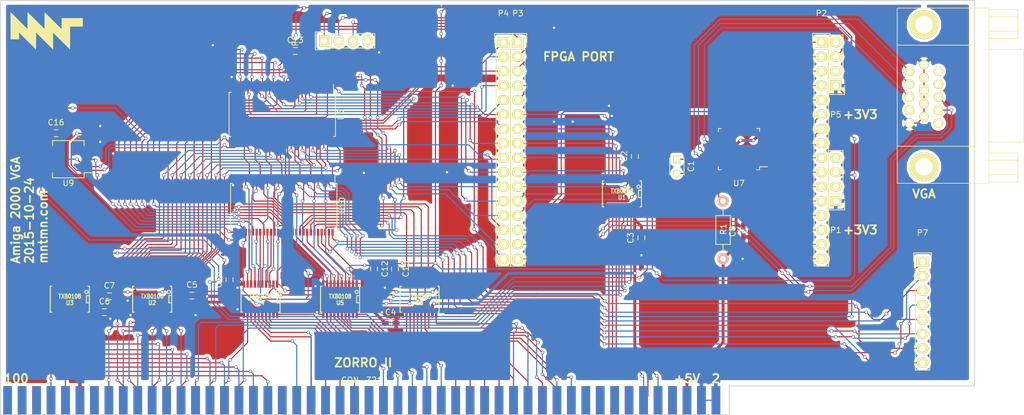
<source format=kicad_pcb>
(kicad_pcb (version 4) (host pcbnew "(2015-10-16 BZR 6271)-product")
  (title_block (title "Amiga 2000 VGA Card") (date 2015-10-25) (rev 4) (company "MNT Media & Technology UG") (comment 1 "Designer: Lukas F. Hartmann") (comment 2 http://mntmn.com))
  (layers (0 F.Cu signal) (31 B.Cu signal hide) (34 B.Paste user) (35 F.Paste user) (36 B.SilkS user) (37 F.SilkS user) (38 B.Mask user) (39 F.Mask user) (44 Edge.Cuts user))
  (net 0 "")
  (net 1 "Net-(CON-Z21-Pad100)")
  (net 2 "Net-(CON-Z21-Pad98)")
  (net 3 "Net-(CON-Z21-Pad96)")
  (net 4 "Net-(CON-Z21-Pad94)")
  (net 5 "Net-(CON-Z21-Pad92)")
  (net 6 "Net-(CON-Z21-Pad88)")
  (net 7 "Net-(CON-Z21-Pad86)")
  (net 8 "Net-(CON-Z21-Pad84)")
  (net 9 "Net-(CON-Z21-Pad78)")
  (net 10 "Net-(CON-Z21-Pad76)")
  (net 11 "Net-(CON-Z21-Pad68)")
  (net 12 "Net-(CON-Z21-Pad66)")
  (net 13 "Net-(CON-Z21-Pad64)")
  (net 14 "Net-(CON-Z21-Pad62)")
  (net 15 "Net-(CON-Z21-Pad60)")
  (net 16 "Net-(CON-Z21-Pad58)")
  (net 17 "Net-(CON-Z21-Pad56)")
  (net 18 "Net-(CON-Z21-Pad54)")
  (net 19 "Net-(CON-Z21-Pad52)")
  (net 20 "Net-(CON-Z21-Pad50)")
  (net 21 "Net-(CON-Z21-Pad48)")
  (net 22 "Net-(CON-Z21-Pad46)")
  (net 23 "Net-(CON-Z21-Pad44)")
  (net 24 "Net-(CON-Z21-Pad42)")
  (net 25 "Net-(CON-Z21-Pad40)")
  (net 26 "Net-(CON-Z21-Pad38)")
  (net 27 "Net-(CON-Z21-Pad36)")
  (net 28 "Net-(CON-Z21-Pad34)")
  (net 29 "Net-(CON-Z21-Pad28)")
  (net 30 "Net-(CON-Z21-Pad26)")
  (net 31 "Net-(CON-Z21-Pad24)")
  (net 32 "Net-(CON-Z21-Pad22)")
  (net 33 "Net-(CON-Z21-Pad20)")
  (net 34 "Net-(CON-Z21-Pad18)")
  (net 35 "Net-(CON-Z21-Pad16)")
  (net 36 "Net-(CON-Z21-Pad14)")
  (net 37 "Net-(CON-Z21-Pad12)")
  (net 38 "Net-(CON-Z21-Pad10)")
  (net 39 "Net-(CON-Z21-Pad8)")
  (net 40 "Net-(CON-Z21-Pad99)")
  (net 41 "Net-(CON-Z21-Pad97)")
  (net 42 "Net-(CON-Z21-Pad95)")
  (net 43 "Net-(CON-Z21-Pad93)")
  (net 44 "Net-(CON-Z21-Pad91)")
  (net 45 "Net-(CON-Z21-Pad89)")
  (net 46 "Net-(CON-Z21-Pad87)")
  (net 47 "Net-(CON-Z21-Pad85)")
  (net 48 "Net-(CON-Z21-Pad83)")
  (net 49 "Net-(CON-Z21-Pad81)")
  (net 50 "Net-(CON-Z21-Pad79)")
  (net 51 "Net-(CON-Z21-Pad77)")
  (net 52 "Net-(CON-Z21-Pad73)")
  (net 53 "Net-(CON-Z21-Pad71)")
  (net 54 "Net-(CON-Z21-Pad69)")
  (net 55 "Net-(CON-Z21-Pad67)")
  (net 56 "Net-(CON-Z21-Pad65)")
  (net 57 "Net-(CON-Z21-Pad61)")
  (net 58 "Net-(CON-Z21-Pad57)")
  (net 59 "Net-(CON-Z21-Pad55)")
  (net 60 "Net-(CON-Z21-Pad53)")
  (net 61 "Net-(CON-Z21-Pad51)")
  (net 62 "Net-(CON-Z21-Pad49)")
  (net 63 "Net-(CON-Z21-Pad43)")
  (net 64 "Net-(CON-Z21-Pad41)")
  (net 65 "Net-(CON-Z21-Pad39)")
  (net 66 "Net-(CON-Z21-Pad37)")
  (net 67 "Net-(CON-Z21-Pad35)")
  (net 68 "Net-(CON-Z21-Pad33)")
  (net 69 "Net-(CON-Z21-Pad31)")
  (net 70 "Net-(CON-Z21-Pad27)")
  (net 71 "Net-(CON-Z21-Pad25)")
  (net 72 "Net-(CON-Z21-Pad23)")
  (net 73 "Net-(CON-Z21-Pad21)")
  (net 74 "Net-(CON-Z21-Pad19)")
  (net 75 "Net-(CON-Z21-Pad17)")
  (net 76 "Net-(CON-Z21-Pad15)")
  (net 77 "Net-(CON-Z21-Pad13)")
  (net 78 "Net-(CON-Z21-Pad11)")
  (net 79 "Net-(CON-Z21-Pad9)")
  (net 80 "Net-(CON-Z21-Pad7)")
  (net 81 "Net-(U2-Pad1)")
  (net 82 "Net-(U2-Pad3)")
  (net 83 "Net-(U2-Pad4)")
  (net 84 "Net-(U2-Pad5)")
  (net 85 "Net-(U2-Pad6)")
  (net 86 "Net-(U2-Pad7)")
  (net 87 "Net-(U2-Pad8)")
  (net 88 "Net-(U2-Pad9)")
  (net 89 "Net-(U3-Pad1)")
  (net 90 "Net-(U3-Pad3)")
  (net 91 "Net-(U3-Pad4)")
  (net 92 "Net-(U3-Pad5)")
  (net 93 "Net-(U3-Pad6)")
  (net 94 "Net-(U3-Pad7)")
  (net 95 "Net-(U3-Pad8)")
  (net 96 "Net-(U3-Pad9)")
  (net 97 "Net-(P1-Pad2)")
  (net 98 "Net-(P1-Pad4)")
  (net 99 "Net-(P2-Pad1)")
  (net 100 "Net-(P2-Pad2)")
  (net 101 "Net-(P2-Pad3)")
  (net 102 "Net-(P2-Pad4)")
  (net 103 "Net-(P2-Pad5)")
  (net 104 "Net-(P2-Pad6)")
  (net 105 "Net-(P2-Pad7)")
  (net 106 "Net-(P2-Pad8)")
  (net 107 "Net-(P2-Pad9)")
  (net 108 "Net-(P2-Pad10)")
  (net 109 "Net-(P2-Pad11)")
  (net 110 "Net-(P2-Pad12)")
  (net 111 "Net-(P2-Pad13)")
  (net 112 "Net-(P2-Pad14)")
  (net 113 "Net-(P2-Pad15)")
  (net 114 "Net-(P2-Pad16)")
  (net 115 "Net-(P3-Pad1)")
  (net 116 "Net-(P3-Pad2)")
  (net 117 "Net-(P3-Pad3)")
  (net 118 "Net-(P3-Pad4)")
  (net 119 "Net-(P3-Pad5)")
  (net 120 "Net-(P3-Pad6)")
  (net 121 "Net-(P3-Pad7)")
  (net 122 "Net-(P3-Pad8)")
  (net 123 "Net-(P3-Pad9)")
  (net 124 "Net-(P3-Pad10)")
  (net 125 "Net-(P3-Pad11)")
  (net 126 "Net-(P3-Pad12)")
  (net 127 "Net-(P3-Pad13)")
  (net 128 "Net-(P3-Pad14)")
  (net 129 "Net-(P3-Pad15)")
  (net 130 "Net-(P3-Pad16)")
  (net 131 "Net-(P4-Pad1)")
  (net 132 "Net-(P4-Pad2)")
  (net 133 "Net-(P4-Pad3)")
  (net 134 "Net-(P4-Pad4)")
  (net 135 "Net-(P4-Pad5)")
  (net 136 "Net-(P4-Pad6)")
  (net 137 "Net-(P4-Pad7)")
  (net 138 "Net-(P4-Pad8)")
  (net 139 "Net-(P4-Pad9)")
  (net 140 "Net-(P4-Pad10)")
  (net 141 "Net-(P4-Pad11)")
  (net 142 "Net-(P4-Pad12)")
  (net 143 "Net-(P4-Pad13)")
  (net 144 "Net-(P4-Pad14)")
  (net 145 "Net-(P4-Pad15)")
  (net 146 "Net-(P4-Pad16)")
  (net 147 "Net-(P5-Pad2)")
  (net 148 "Net-(P5-Pad4)")
  (net 149 "Net-(U12-Pad1)")
  (net 150 "Net-(U10-Pad15)")
  (net 151 "Net-(U10-Pad16)")
  (net 152 "Net-(U10-Pad17)")
  (net 153 "Net-(U10-Pad18)")
  (net 154 "Net-(U10-Pad19)")
  (net 155 "Net-(U10-Pad20)")
  (net 156 "Net-(U10-Pad21)")
  (net 157 "Net-(U10-Pad22)")
  (net 158 "Net-(U10-Pad23)")
  (net 159 "Net-(U10-Pad24)")
  (net 160 "Net-(U10-Pad26)")
  (net 161 "Net-(C1-Pad1)")
  (net 162 "Net-(C1-Pad2)")
  (net 163 GND)
  (net 164 /D7)
  (net 165 /D8)
  (net 166 //AS)
  (net 167 //UDS)
  (net 168 //LDS)
  (net 169 /A9)
  (net 170 /A8)
  (net 171 /D0)
  (net 172 /D15)
  (net 173 /A23)
  (net 174 /A17)
  (net 175 /A16)
  (net 176 /A1)
  (net 177 "Net-(P6-Pad4)")
  (net 178 "Net-(P7-Pad1)")
  (net 179 "Net-(P7-Pad2)")
  (net 180 "Net-(P7-Pad3)")
  (net 181 "Net-(P7-Pad4)")
  (net 182 "Net-(P7-Pad5)")
  (net 183 "Net-(P7-Pad6)")
  (net 184 "Net-(P7-Pad7)")
  (net 185 "Net-(P7-Pad8)")
  (net 186 "Net-(R1-Pad1)")
  (net 187 "Net-(U10-Pad42)")
  (net 188 "Net-(U10-Pad39)")
  (net 189 "Net-(U10-Pad36)")
  (net 190 "Net-(U10-Pad33)")
  (net 191 "Net-(U10-Pad25)")
  (net 192 "Net-(U10-Pad55)")
  (net 193 "Net-(U10-Pad3)")
  (net 194 "Net-(U10-Pad52)")
  (net 195 "Net-(U10-Pad6)")
  (net 196 "Net-(U10-Pad49)")
  (net 197 "Net-(U10-Pad9)")
  (net 198 "Net-(U10-Pad46)")
  (net 199 "Net-(U10-Pad12)")
  (net 200 "Net-(U10-Pad41)")
  (net 201 "Net-(U10-Pad38)")
  (net 202 "Net-(U10-Pad35)")
  (net 203 "Net-(U10-Pad32)")
  (net 204 "Net-(U7-Pad27)")
  (net 205 "Net-(U12-Pad3)")
  (net 206 "Net-(U7-Pad31)")
  (net 207 "Net-(U12-Pad2)")
  (net 208 "Net-(U7-Pad33)")
  (net 209 "Net-(U10-Pad54)")
  (net 210 "Net-(U10-Pad51)")
  (net 211 "Net-(U10-Pad48)")
  (net 212 "Net-(U10-Pad45)")
  (net 213 "Net-(U10-Pad40)")
  (net 214 "Net-(U10-Pad37)")
  (net 215 "Net-(U10-Pad34)")
  (net 216 "Net-(U10-Pad31)")
  (net 217 "Net-(U8-Pad29)")
  (net 218 "Net-(U10-Pad10)")
  (net 219 "Net-(U10-Pad7)")
  (net 220 "Net-(U10-Pad4)")
  (net 221 "Net-(U10-Pad1)")
  (net 222 "Net-(U10-Pad29)")
  (net 223 +5V)
  (net 224 +3V3)
  (net 225 "Net-(CON-Z21-Pad5)")
  (module zorro2:zorro2card (layer F.Cu) (at 99.06 132.08)
    (fp_text reference CON-Z21 (at 0 -1.016) (layer F.SilkS))
    (fp_text value zorro2port)
    (pad 100 connect rect (at -62.23 2.54) (size 1.524 5) (layers F.Cu F.Mask) (net 1 "Net-(CON-Z21-Pad100)"))
    (pad 98 connect rect (at -59.69 2.54) (size 1.524 5) (layers F.Cu F.Mask) (net 2 "Net-(CON-Z21-Pad98)"))
    (pad 96 connect rect (at -57.15 2.54) (size 1.524 5) (layers F.Cu F.Mask) (net 3 "Net-(CON-Z21-Pad96)"))
    (pad 94 connect rect (at -54.61 2.54) (size 1.524 5) (layers F.Cu F.Mask) (net 4 "Net-(CON-Z21-Pad94)"))
    (pad 92 connect rect (at -52.07 2.54) (size 1.524 5) (layers F.Cu F.Mask) (net 5 "Net-(CON-Z21-Pad92)"))
    (pad 90 connect rect (at -49.53 2.54) (size 1.524 5) (layers F.Cu F.Mask) (net 163 GND))
    (pad 88 connect rect (at -46.99 2.54) (size 1.524 5) (layers F.Cu F.Mask) (net 6 "Net-(CON-Z21-Pad88)"))
    (pad 86 connect rect (at -44.45 2.54) (size 1.524 5) (layers F.Cu F.Mask) (net 7 "Net-(CON-Z21-Pad86)"))
    (pad 84 connect rect (at -41.91 2.54) (size 1.524 5) (layers F.Cu F.Mask) (net 8 "Net-(CON-Z21-Pad84)"))
    (pad 82 connect rect (at -39.37 2.54) (size 1.524 5) (layers F.Cu F.Mask) (net 164 /D7))
    (pad 80 connect rect (at -36.83 2.54) (size 1.524 5) (layers F.Cu F.Mask) (net 165 /D8))
    (pad 78 connect rect (at -34.29 2.54) (size 1.524 5) (layers F.Cu F.Mask) (net 9 "Net-(CON-Z21-Pad78)"))
    (pad 76 connect rect (at -31.75 2.54) (size 1.524 5) (layers F.Cu F.Mask) (net 10 "Net-(CON-Z21-Pad76)"))
    (pad 74 connect rect (at -29.21 2.54) (size 1.524 5) (layers F.Cu F.Mask) (net 166 //AS))
    (pad 72 connect rect (at -26.67 2.54) (size 1.524 5) (layers F.Cu F.Mask) (net 167 //UDS))
    (pad 70 connect rect (at -24.13 2.54) (size 1.524 5) (layers F.Cu F.Mask) (net 168 //LDS))
    (pad 68 connect rect (at -21.59 2.54) (size 1.524 5) (layers F.Cu F.Mask) (net 11 "Net-(CON-Z21-Pad68)"))
    (pad 66 connect rect (at -19.05 2.54) (size 1.524 5) (layers F.Cu F.Mask) (net 12 "Net-(CON-Z21-Pad66)"))
    (pad 64 connect rect (at -16.51 2.54) (size 1.524 5) (layers F.Cu F.Mask) (net 13 "Net-(CON-Z21-Pad64)"))
    (pad 62 connect rect (at -13.97 2.54) (size 1.524 5) (layers F.Cu F.Mask) (net 14 "Net-(CON-Z21-Pad62)"))
    (pad 60 connect rect (at -11.43 2.54) (size 1.524 5) (layers F.Cu F.Mask) (net 15 "Net-(CON-Z21-Pad60)"))
    (pad 58 connect rect (at -8.89 2.54) (size 1.524 5) (layers F.Cu F.Mask) (net 16 "Net-(CON-Z21-Pad58)"))
    (pad 56 connect rect (at -6.35 2.54) (size 1.524 5) (layers F.Cu F.Mask) (net 17 "Net-(CON-Z21-Pad56)"))
    (pad 54 connect rect (at -3.81 2.54) (size 1.524 5) (layers F.Cu F.Mask) (net 18 "Net-(CON-Z21-Pad54)"))
    (pad 52 connect rect (at -1.27 2.54) (size 1.524 5) (layers F.Cu F.Mask) (net 19 "Net-(CON-Z21-Pad52)"))
    (pad 50 connect rect (at 1.27 2.54) (size 1.524 5) (layers F.Cu F.Mask) (net 20 "Net-(CON-Z21-Pad50)"))
    (pad 48 connect rect (at 3.81 2.54) (size 1.524 5) (layers F.Cu F.Mask) (net 21 "Net-(CON-Z21-Pad48)"))
    (pad 46 connect rect (at 6.35 2.54) (size 1.524 5) (layers F.Cu F.Mask) (net 22 "Net-(CON-Z21-Pad46)"))
    (pad 44 connect rect (at 8.89 2.54) (size 1.524 5) (layers F.Cu F.Mask) (net 23 "Net-(CON-Z21-Pad44)"))
    (pad 42 connect rect (at 11.43 2.54) (size 1.524 5) (layers F.Cu F.Mask) (net 24 "Net-(CON-Z21-Pad42)"))
    (pad 40 connect rect (at 13.97 2.54) (size 1.524 5) (layers F.Cu F.Mask) (net 25 "Net-(CON-Z21-Pad40)"))
    (pad 38 connect rect (at 16.51 2.54) (size 1.524 5) (layers F.Cu F.Mask) (net 26 "Net-(CON-Z21-Pad38)"))
    (pad 36 connect rect (at 19.05 2.54) (size 1.524 5) (layers F.Cu F.Mask) (net 27 "Net-(CON-Z21-Pad36)"))
    (pad 34 connect rect (at 21.59 2.54) (size 1.524 5) (layers F.Cu F.Mask) (net 28 "Net-(CON-Z21-Pad34)"))
    (pad 32 connect rect (at 24.13 2.54) (size 1.524 5) (layers F.Cu F.Mask) (net 169 /A9))
    (pad 30 connect rect (at 26.67 2.54) (size 1.524 5) (layers F.Cu F.Mask) (net 170 /A8))
    (pad 28 connect rect (at 29.21 2.54) (size 1.524 5) (layers F.Cu F.Mask) (net 29 "Net-(CON-Z21-Pad28)"))
    (pad 26 connect rect (at 31.75 2.54) (size 1.524 5) (layers F.Cu F.Mask) (net 30 "Net-(CON-Z21-Pad26)"))
    (pad 24 connect rect (at 34.29 2.54) (size 1.524 5) (layers F.Cu F.Mask) (net 31 "Net-(CON-Z21-Pad24)"))
    (pad 22 connect rect (at 36.83 2.54) (size 1.524 5) (layers F.Cu F.Mask) (net 32 "Net-(CON-Z21-Pad22)"))
    (pad 20 connect rect (at 39.37 2.54) (size 1.524 5) (layers F.Cu F.Mask) (net 33 "Net-(CON-Z21-Pad20)"))
    (pad 18 connect rect (at 41.91 2.54) (size 1.524 5) (layers F.Cu F.Mask) (net 34 "Net-(CON-Z21-Pad18)"))
    (pad 16 connect rect (at 44.45 2.54) (size 1.524 5) (layers F.Cu F.Mask) (net 35 "Net-(CON-Z21-Pad16)"))
    (pad 14 connect rect (at 46.99 2.54) (size 1.524 5) (layers F.Cu F.Mask) (net 36 "Net-(CON-Z21-Pad14)"))
    (pad 12 connect rect (at 49.53 2.54) (size 1.524 5) (layers F.Cu F.Mask) (net 37 "Net-(CON-Z21-Pad12)"))
    (pad 10 connect rect (at 52.07 2.54) (size 1.524 5) (layers F.Cu F.Mask) (net 38 "Net-(CON-Z21-Pad10)"))
    (pad 8 connect rect (at 54.61 2.54) (size 1.524 5) (layers F.Cu F.Mask) (net 39 "Net-(CON-Z21-Pad8)"))
    (pad 6 connect rect (at 57.15 2.54) (size 1.524 5) (layers F.Cu F.Mask) (net 223 +5V))
    (pad 4 connect rect (at 59.69 2.54) (size 1.524 5) (layers F.Cu F.Mask) (net 163 GND))
    (pad 2 connect rect (at 62.23 2.54) (size 1.524 5) (layers F.Cu F.Mask) (net 163 GND))
    (pad 99 connect rect (at -62.23 2.54) (size 1.524 5) (layers B.Cu B.Mask) (net 40 "Net-(CON-Z21-Pad99)"))
    (pad 97 connect rect (at -59.69 2.54) (size 1.524 5) (layers B.Cu B.Mask) (net 41 "Net-(CON-Z21-Pad97)"))
    (pad 95 connect rect (at -57.15 2.54) (size 1.524 5) (layers B.Cu B.Mask) (net 42 "Net-(CON-Z21-Pad95)"))
    (pad 93 connect rect (at -54.61 2.54) (size 1.524 5) (layers B.Cu B.Mask) (net 43 "Net-(CON-Z21-Pad93)"))
    (pad 91 connect rect (at -52.07 2.54) (size 1.524 5) (layers B.Cu B.Mask) (net 44 "Net-(CON-Z21-Pad91)"))
    (pad 89 connect rect (at -49.53 2.54) (size 1.524 5) (layers B.Cu B.Mask) (net 45 "Net-(CON-Z21-Pad89)"))
    (pad 87 connect rect (at -46.99 2.54) (size 1.524 5) (layers B.Cu B.Mask) (net 46 "Net-(CON-Z21-Pad87)"))
    (pad 85 connect rect (at -44.45 2.54) (size 1.524 5) (layers B.Cu B.Mask) (net 47 "Net-(CON-Z21-Pad85)"))
    (pad 83 connect rect (at -41.91 2.54) (size 1.524 5) (layers B.Cu B.Mask) (net 48 "Net-(CON-Z21-Pad83)"))
    (pad 81 connect rect (at -39.37 2.54) (size 1.524 5) (layers B.Cu B.Mask) (net 49 "Net-(CON-Z21-Pad81)"))
    (pad 79 connect rect (at -36.83 2.54) (size 1.524 5) (layers B.Cu B.Mask) (net 50 "Net-(CON-Z21-Pad79)"))
    (pad 77 connect rect (at -34.29 2.54) (size 1.524 5) (layers B.Cu B.Mask) (net 51 "Net-(CON-Z21-Pad77)"))
    (pad 75 connect rect (at -31.75 2.54) (size 1.524 5) (layers B.Cu B.Mask) (net 171 /D0))
    (pad 73 connect rect (at -29.21 2.54) (size 1.524 5) (layers B.Cu B.Mask) (net 52 "Net-(CON-Z21-Pad73)"))
    (pad 71 connect rect (at -26.67 2.54) (size 1.524 5) (layers B.Cu B.Mask) (net 53 "Net-(CON-Z21-Pad71)"))
    (pad 69 connect rect (at -24.13 2.54) (size 1.524 5) (layers B.Cu B.Mask) (net 54 "Net-(CON-Z21-Pad69)"))
    (pad 67 connect rect (at -21.59 2.54) (size 1.524 5) (layers B.Cu B.Mask) (net 55 "Net-(CON-Z21-Pad67)"))
    (pad 65 connect rect (at -19.05 2.54) (size 1.524 5) (layers B.Cu B.Mask) (net 56 "Net-(CON-Z21-Pad65)"))
    (pad 63 connect rect (at -16.51 2.54) (size 1.524 5) (layers B.Cu B.Mask) (net 172 /D15))
    (pad 61 connect rect (at -13.97 2.54) (size 1.524 5) (layers B.Cu B.Mask) (net 57 "Net-(CON-Z21-Pad61)"))
    (pad 59 connect rect (at -11.43 2.54) (size 1.524 5) (layers B.Cu B.Mask) (net 173 /A23))
    (pad 57 connect rect (at -8.89 2.54) (size 1.524 5) (layers B.Cu B.Mask) (net 58 "Net-(CON-Z21-Pad57)"))
    (pad 55 connect rect (at -6.35 2.54) (size 1.524 5) (layers B.Cu B.Mask) (net 59 "Net-(CON-Z21-Pad55)"))
    (pad 53 connect rect (at -3.81 2.54) (size 1.524 5) (layers B.Cu B.Mask) (net 60 "Net-(CON-Z21-Pad53)"))
    (pad 51 connect rect (at -1.27 2.54) (size 1.524 5) (layers B.Cu B.Mask) (net 61 "Net-(CON-Z21-Pad51)"))
    (pad 49 connect rect (at 1.27 2.54) (size 1.524 5) (layers B.Cu B.Mask) (net 62 "Net-(CON-Z21-Pad49)"))
    (pad 47 connect rect (at 3.81 2.54) (size 1.524 5) (layers B.Cu B.Mask) (net 174 /A17))
    (pad 45 connect rect (at 6.35 2.54) (size 1.524 5) (layers B.Cu B.Mask) (net 175 /A16))
    (pad 43 connect rect (at 8.89 2.54) (size 1.524 5) (layers B.Cu B.Mask) (net 63 "Net-(CON-Z21-Pad43)"))
    (pad 41 connect rect (at 11.43 2.54) (size 1.524 5) (layers B.Cu B.Mask) (net 64 "Net-(CON-Z21-Pad41)"))
    (pad 39 connect rect (at 13.97 2.54) (size 1.524 5) (layers B.Cu B.Mask) (net 65 "Net-(CON-Z21-Pad39)"))
    (pad 37 connect rect (at 16.51 2.54) (size 1.524 5) (layers B.Cu B.Mask) (net 66 "Net-(CON-Z21-Pad37)"))
    (pad 35 connect rect (at 19.05 2.54) (size 1.524 5) (layers B.Cu B.Mask) (net 67 "Net-(CON-Z21-Pad35)"))
    (pad 33 connect rect (at 21.59 2.54) (size 1.524 5) (layers B.Cu B.Mask) (net 68 "Net-(CON-Z21-Pad33)"))
    (pad 31 connect rect (at 24.13 2.54) (size 1.524 5) (layers B.Cu B.Mask) (net 69 "Net-(CON-Z21-Pad31)"))
    (pad 29 connect rect (at 26.67 2.54) (size 1.524 5) (layers B.Cu B.Mask) (net 176 /A1))
    (pad 27 connect rect (at 29.21 2.54) (size 1.524 5) (layers B.Cu B.Mask) (net 70 "Net-(CON-Z21-Pad27)"))
    (pad 25 connect rect (at 31.75 2.54) (size 1.524 5) (layers B.Cu B.Mask) (net 71 "Net-(CON-Z21-Pad25)"))
    (pad 23 connect rect (at 34.29 2.54) (size 1.524 5) (layers B.Cu B.Mask) (net 72 "Net-(CON-Z21-Pad23)"))
    (pad 21 connect rect (at 36.83 2.54) (size 1.524 5) (layers B.Cu B.Mask) (net 73 "Net-(CON-Z21-Pad21)"))
    (pad 19 connect rect (at 39.37 2.54) (size 1.524 5) (layers B.Cu B.Mask) (net 74 "Net-(CON-Z21-Pad19)"))
    (pad 17 connect rect (at 41.91 2.54) (size 1.524 5) (layers B.Cu B.Mask) (net 75 "Net-(CON-Z21-Pad17)"))
    (pad 15 connect rect (at 44.45 2.54) (size 1.524 5) (layers B.Cu B.Mask) (net 76 "Net-(CON-Z21-Pad15)"))
    (pad 13 connect rect (at 46.99 2.54) (size 1.524 5) (layers B.Cu B.Mask) (net 77 "Net-(CON-Z21-Pad13)"))
    (pad 11 connect rect (at 49.53 2.54) (size 1.524 5) (layers B.Cu B.Mask) (net 78 "Net-(CON-Z21-Pad11)"))
    (pad 9 connect rect (at 52.07 2.54) (size 1.524 5) (layers B.Cu B.Mask) (net 79 "Net-(CON-Z21-Pad9)"))
    (pad 7 connect rect (at 54.61 2.54) (size 1.524 5) (layers B.Cu B.Mask) (net 80 "Net-(CON-Z21-Pad7)"))
    (pad 5 connect rect (at 57.15 2.54) (size 1.524 5) (layers B.Cu B.Mask) (net 225 "Net-(CON-Z21-Pad5)"))
    (pad 3 connect rect (at 59.69 2.54) (size 1.524 5) (layers B.Cu B.Mask) (net 163 GND))
    (pad 1 connect rect (at 62.23 2.54) (size 1.524 5) (layers B.Cu B.Mask) (net 163 GND))
  )
  (module opendous:TSSOP20_PW (layer F.Cu) (at 144.78 98.298 180)
    (fp_text reference U1 (at 0 -0.635 180) (layer F.SilkS) (effects (font (size 0.762 0.6604) (thickness 0.1778))))
    (fp_text value TXB0108 (at 0 0.508 180) (layer F.SilkS) (effects (font (size 0.762 0.6096) (thickness 0.1778))))
    (pad 1 smd rect (at -2.921 2.667 180) (size 0.4064 1.27) (layers F.Cu F.Paste F.Mask) (net 127 "Net-(P3-Pad13)"))
    (pad 2 smd rect (at -2.2606 2.667 180) (size 0.4064 1.27) (layers F.Cu F.Paste F.Mask) (net 224 +3V3))
    (pad 3 smd rect (at -1.6002 2.667 180) (size 0.4064 1.27) (layers F.Cu F.Paste F.Mask) (net 126 "Net-(P3-Pad12)"))
    (pad 4 smd rect (at -0.9652 2.667 180) (size 0.4064 1.27) (layers F.Cu F.Paste F.Mask) (net 125 "Net-(P3-Pad11)"))
    (pad 5 smd rect (at -0.3048 2.667 180) (size 0.4064 1.27) (layers F.Cu F.Paste F.Mask) (net 124 "Net-(P3-Pad10)"))
    (pad 6 smd rect (at 0.3556 2.667 180) (size 0.4064 1.27) (layers F.Cu F.Paste F.Mask) (net 123 "Net-(P3-Pad9)"))
    (pad 7 smd rect (at 0.9906 2.667 180) (size 0.4064 1.27) (layers F.Cu F.Paste F.Mask) (net 122 "Net-(P3-Pad8)"))
    (pad 8 smd rect (at 1.651 2.667 180) (size 0.4064 1.27) (layers F.Cu F.Paste F.Mask) (net 121 "Net-(P3-Pad7)"))
    (pad 9 smd rect (at 2.286 2.667 180) (size 0.4064 1.27) (layers F.Cu F.Paste F.Mask) (net 120 "Net-(P3-Pad6)"))
    (pad 10 smd rect (at 2.9464 2.667 180) (size 0.4064 1.27) (layers F.Cu F.Paste F.Mask) (net 163 GND))
    (pad 11 smd rect (at 2.9464 -2.667 180) (size 0.4064 1.27) (layers F.Cu F.Paste F.Mask) (net 163 GND))
    (pad 12 smd rect (at 2.286 -2.667 180) (size 0.4064 1.27) (layers F.Cu F.Paste F.Mask) (net 78 "Net-(CON-Z21-Pad11)"))
    (pad 13 smd rect (at 1.651 -2.667 180) (size 0.4064 1.27) (layers F.Cu F.Paste F.Mask) (net 37 "Net-(CON-Z21-Pad12)"))
    (pad 14 smd rect (at 0.9906 -2.667 180) (size 0.4064 1.27) (layers F.Cu F.Paste F.Mask) (net 79 "Net-(CON-Z21-Pad9)"))
    (pad 15 smd rect (at 0.3556 -2.667 180) (size 0.4064 1.27) (layers F.Cu F.Paste F.Mask) (net 11 "Net-(CON-Z21-Pad68)"))
    (pad 16 smd rect (at -0.3048 -2.667 180) (size 0.4064 1.27) (layers F.Cu F.Paste F.Mask) (net 167 //UDS))
    (pad 17 smd rect (at -0.9652 -2.667 180) (size 0.4064 1.27) (layers F.Cu F.Paste F.Mask) (net 166 //AS))
    (pad 18 smd rect (at -1.6002 -2.667 180) (size 0.4064 1.27) (layers F.Cu F.Paste F.Mask) (net 43 "Net-(CON-Z21-Pad93)"))
    (pad 19 smd rect (at -2.2606 -2.667 180) (size 0.4064 1.27) (layers F.Cu F.Paste F.Mask) (net 223 +5V))
    (pad 20 smd rect (at -2.921 -2.667 180) (size 0.4064 1.27) (layers F.Cu F.Paste F.Mask) (net 5 "Net-(CON-Z21-Pad92)"))
  )
  (module opendous:TSSOP20_PW (layer F.Cu) (at 62.23 116.84 180)
    (fp_text reference U2 (at 0 -0.635 180) (layer F.SilkS) (effects (font (size 0.762 0.6604) (thickness 0.1778))))
    (fp_text value TXB0108 (at 0 0.508 180) (layer F.SilkS) (effects (font (size 0.762 0.6096) (thickness 0.1778))))
    (pad 1 smd rect (at -2.921 2.667 180) (size 0.4064 1.27) (layers F.Cu F.Paste F.Mask) (net 81 "Net-(U2-Pad1)"))
    (pad 2 smd rect (at -2.2606 2.667 180) (size 0.4064 1.27) (layers F.Cu F.Paste F.Mask) (net 224 +3V3))
    (pad 3 smd rect (at -1.6002 2.667 180) (size 0.4064 1.27) (layers F.Cu F.Paste F.Mask) (net 82 "Net-(U2-Pad3)"))
    (pad 4 smd rect (at -0.9652 2.667 180) (size 0.4064 1.27) (layers F.Cu F.Paste F.Mask) (net 83 "Net-(U2-Pad4)"))
    (pad 5 smd rect (at -0.3048 2.667 180) (size 0.4064 1.27) (layers F.Cu F.Paste F.Mask) (net 84 "Net-(U2-Pad5)"))
    (pad 6 smd rect (at 0.3556 2.667 180) (size 0.4064 1.27) (layers F.Cu F.Paste F.Mask) (net 85 "Net-(U2-Pad6)"))
    (pad 7 smd rect (at 0.9906 2.667 180) (size 0.4064 1.27) (layers F.Cu F.Paste F.Mask) (net 86 "Net-(U2-Pad7)"))
    (pad 8 smd rect (at 1.651 2.667 180) (size 0.4064 1.27) (layers F.Cu F.Paste F.Mask) (net 87 "Net-(U2-Pad8)"))
    (pad 9 smd rect (at 2.286 2.667 180) (size 0.4064 1.27) (layers F.Cu F.Paste F.Mask) (net 88 "Net-(U2-Pad9)"))
    (pad 10 smd rect (at 2.9464 2.667 180) (size 0.4064 1.27) (layers F.Cu F.Paste F.Mask) (net 163 GND))
    (pad 11 smd rect (at 2.9464 -2.667 180) (size 0.4064 1.27) (layers F.Cu F.Paste F.Mask) (net 163 GND))
    (pad 12 smd rect (at 2.286 -2.667 180) (size 0.4064 1.27) (layers F.Cu F.Paste F.Mask) (net 164 /D7))
    (pad 13 smd rect (at 1.651 -2.667 180) (size 0.4064 1.27) (layers F.Cu F.Paste F.Mask) (net 8 "Net-(CON-Z21-Pad84)"))
    (pad 14 smd rect (at 0.9906 -2.667 180) (size 0.4064 1.27) (layers F.Cu F.Paste F.Mask) (net 7 "Net-(CON-Z21-Pad86)"))
    (pad 15 smd rect (at 0.3556 -2.667 180) (size 0.4064 1.27) (layers F.Cu F.Paste F.Mask) (net 48 "Net-(CON-Z21-Pad83)"))
    (pad 16 smd rect (at -0.3048 -2.667 180) (size 0.4064 1.27) (layers F.Cu F.Paste F.Mask) (net 49 "Net-(CON-Z21-Pad81)"))
    (pad 17 smd rect (at -0.9652 -2.667 180) (size 0.4064 1.27) (layers F.Cu F.Paste F.Mask) (net 50 "Net-(CON-Z21-Pad79)"))
    (pad 18 smd rect (at -1.6002 -2.667 180) (size 0.4064 1.27) (layers F.Cu F.Paste F.Mask) (net 51 "Net-(CON-Z21-Pad77)"))
    (pad 19 smd rect (at -2.2606 -2.667 180) (size 0.4064 1.27) (layers F.Cu F.Paste F.Mask) (net 223 +5V))
    (pad 20 smd rect (at -2.921 -2.667 180) (size 0.4064 1.27) (layers F.Cu F.Paste F.Mask) (net 171 /D0))
  )
  (module opendous:TSSOP20_PW (layer F.Cu) (at 47.752 116.84 180)
    (fp_text reference U3 (at 0 -0.635 180) (layer F.SilkS) (effects (font (size 0.762 0.6604) (thickness 0.1778))))
    (fp_text value TXB0108 (at 0 0.508 180) (layer F.SilkS) (effects (font (size 0.762 0.6096) (thickness 0.1778))))
    (pad 1 smd rect (at -2.921 2.667 180) (size 0.4064 1.27) (layers F.Cu F.Paste F.Mask) (net 89 "Net-(U3-Pad1)"))
    (pad 2 smd rect (at -2.2606 2.667 180) (size 0.4064 1.27) (layers F.Cu F.Paste F.Mask) (net 224 +3V3))
    (pad 3 smd rect (at -1.6002 2.667 180) (size 0.4064 1.27) (layers F.Cu F.Paste F.Mask) (net 90 "Net-(U3-Pad3)"))
    (pad 4 smd rect (at -0.9652 2.667 180) (size 0.4064 1.27) (layers F.Cu F.Paste F.Mask) (net 91 "Net-(U3-Pad4)"))
    (pad 5 smd rect (at -0.3048 2.667 180) (size 0.4064 1.27) (layers F.Cu F.Paste F.Mask) (net 92 "Net-(U3-Pad5)"))
    (pad 6 smd rect (at 0.3556 2.667 180) (size 0.4064 1.27) (layers F.Cu F.Paste F.Mask) (net 93 "Net-(U3-Pad6)"))
    (pad 7 smd rect (at 0.9906 2.667 180) (size 0.4064 1.27) (layers F.Cu F.Paste F.Mask) (net 94 "Net-(U3-Pad7)"))
    (pad 8 smd rect (at 1.651 2.667 180) (size 0.4064 1.27) (layers F.Cu F.Paste F.Mask) (net 95 "Net-(U3-Pad8)"))
    (pad 9 smd rect (at 2.286 2.667 180) (size 0.4064 1.27) (layers F.Cu F.Paste F.Mask) (net 96 "Net-(U3-Pad9)"))
    (pad 10 smd rect (at 2.9464 2.667 180) (size 0.4064 1.27) (layers F.Cu F.Paste F.Mask) (net 163 GND))
    (pad 11 smd rect (at 2.9464 -2.667 180) (size 0.4064 1.27) (layers F.Cu F.Paste F.Mask) (net 163 GND))
    (pad 12 smd rect (at 2.286 -2.667 180) (size 0.4064 1.27) (layers F.Cu F.Paste F.Mask) (net 172 /D15))
    (pad 13 smd rect (at 1.651 -2.667 180) (size 0.4064 1.27) (layers F.Cu F.Paste F.Mask) (net 56 "Net-(CON-Z21-Pad65)"))
    (pad 14 smd rect (at 0.9906 -2.667 180) (size 0.4064 1.27) (layers F.Cu F.Paste F.Mask) (net 55 "Net-(CON-Z21-Pad67)"))
    (pad 15 smd rect (at 0.3556 -2.667 180) (size 0.4064 1.27) (layers F.Cu F.Paste F.Mask) (net 54 "Net-(CON-Z21-Pad69)"))
    (pad 16 smd rect (at -0.3048 -2.667 180) (size 0.4064 1.27) (layers F.Cu F.Paste F.Mask) (net 53 "Net-(CON-Z21-Pad71)"))
    (pad 17 smd rect (at -0.9652 -2.667 180) (size 0.4064 1.27) (layers F.Cu F.Paste F.Mask) (net 10 "Net-(CON-Z21-Pad76)"))
    (pad 18 smd rect (at -1.6002 -2.667 180) (size 0.4064 1.27) (layers F.Cu F.Paste F.Mask) (net 9 "Net-(CON-Z21-Pad78)"))
    (pad 19 smd rect (at -2.2606 -2.667 180) (size 0.4064 1.27) (layers F.Cu F.Paste F.Mask) (net 223 +5V))
    (pad 20 smd rect (at -2.921 -2.667 180) (size 0.4064 1.27) (layers F.Cu F.Paste F.Mask) (net 165 /D8))
  )
  (module opendous:TSSOP20_PW (layer F.Cu) (at 81.28 116.84 180)
    (fp_text reference U4 (at 0 -0.635 180) (layer F.SilkS) (effects (font (size 0.762 0.6604) (thickness 0.1778))))
    (fp_text value TXB0108 (at 0 0.508 180) (layer F.SilkS) (effects (font (size 0.762 0.6096) (thickness 0.1778))))
    (pad 1 smd rect (at -2.921 2.667 180) (size 0.4064 1.27) (layers F.Cu F.Paste F.Mask) (net 187 "Net-(U10-Pad42)"))
    (pad 2 smd rect (at -2.2606 2.667 180) (size 0.4064 1.27) (layers F.Cu F.Paste F.Mask) (net 224 +3V3))
    (pad 3 smd rect (at -1.6002 2.667 180) (size 0.4064 1.27) (layers F.Cu F.Paste F.Mask) (net 151 "Net-(U10-Pad16)"))
    (pad 4 smd rect (at -0.9652 2.667 180) (size 0.4064 1.27) (layers F.Cu F.Paste F.Mask) (net 188 "Net-(U10-Pad39)"))
    (pad 5 smd rect (at -0.3048 2.667 180) (size 0.4064 1.27) (layers F.Cu F.Paste F.Mask) (net 154 "Net-(U10-Pad19)"))
    (pad 6 smd rect (at 0.3556 2.667 180) (size 0.4064 1.27) (layers F.Cu F.Paste F.Mask) (net 189 "Net-(U10-Pad36)"))
    (pad 7 smd rect (at 0.9906 2.667 180) (size 0.4064 1.27) (layers F.Cu F.Paste F.Mask) (net 157 "Net-(U10-Pad22)"))
    (pad 8 smd rect (at 1.651 2.667 180) (size 0.4064 1.27) (layers F.Cu F.Paste F.Mask) (net 190 "Net-(U10-Pad33)"))
    (pad 9 smd rect (at 2.286 2.667 180) (size 0.4064 1.27) (layers F.Cu F.Paste F.Mask) (net 191 "Net-(U10-Pad25)"))
    (pad 10 smd rect (at 2.9464 2.667 180) (size 0.4064 1.27) (layers F.Cu F.Paste F.Mask) (net 163 GND))
    (pad 11 smd rect (at 2.9464 -2.667 180) (size 0.4064 1.27) (layers F.Cu F.Paste F.Mask) (net 163 GND))
    (pad 12 smd rect (at 2.286 -2.667 180) (size 0.4064 1.27) (layers F.Cu F.Paste F.Mask) (net 168 //LDS))
    (pad 13 smd rect (at 1.651 -2.667 180) (size 0.4064 1.27) (layers F.Cu F.Paste F.Mask) (net 173 /A23))
    (pad 14 smd rect (at 0.9906 -2.667 180) (size 0.4064 1.27) (layers F.Cu F.Paste F.Mask) (net 16 "Net-(CON-Z21-Pad58)"))
    (pad 15 smd rect (at 0.3556 -2.667 180) (size 0.4064 1.27) (layers F.Cu F.Paste F.Mask) (net 58 "Net-(CON-Z21-Pad57)"))
    (pad 16 smd rect (at -0.3048 -2.667 180) (size 0.4064 1.27) (layers F.Cu F.Paste F.Mask) (net 17 "Net-(CON-Z21-Pad56)"))
    (pad 17 smd rect (at -0.9652 -2.667 180) (size 0.4064 1.27) (layers F.Cu F.Paste F.Mask) (net 18 "Net-(CON-Z21-Pad54)"))
    (pad 18 smd rect (at -1.6002 -2.667 180) (size 0.4064 1.27) (layers F.Cu F.Paste F.Mask) (net 19 "Net-(CON-Z21-Pad52)"))
    (pad 19 smd rect (at -2.2606 -2.667 180) (size 0.4064 1.27) (layers F.Cu F.Paste F.Mask) (net 223 +5V))
    (pad 20 smd rect (at -2.921 -2.667 180) (size 0.4064 1.27) (layers F.Cu F.Paste F.Mask) (net 174 /A17))
  )
  (module opendous:TSSOP20_PW (layer F.Cu) (at 95.25 116.84 180)
    (fp_text reference U5 (at 0 -0.635 180) (layer F.SilkS) (effects (font (size 0.762 0.6604) (thickness 0.1778))))
    (fp_text value TXB0108 (at 0 0.508 180) (layer F.SilkS) (effects (font (size 0.762 0.6096) (thickness 0.1778))))
    (pad 1 smd rect (at -2.921 2.667 180) (size 0.4064 1.27) (layers F.Cu F.Paste F.Mask) (net 192 "Net-(U10-Pad55)"))
    (pad 2 smd rect (at -2.2606 2.667 180) (size 0.4064 1.27) (layers F.Cu F.Paste F.Mask) (net 224 +3V3))
    (pad 3 smd rect (at -1.6002 2.667 180) (size 0.4064 1.27) (layers F.Cu F.Paste F.Mask) (net 193 "Net-(U10-Pad3)"))
    (pad 4 smd rect (at -0.9652 2.667 180) (size 0.4064 1.27) (layers F.Cu F.Paste F.Mask) (net 194 "Net-(U10-Pad52)"))
    (pad 5 smd rect (at -0.3048 2.667 180) (size 0.4064 1.27) (layers F.Cu F.Paste F.Mask) (net 195 "Net-(U10-Pad6)"))
    (pad 6 smd rect (at 0.3556 2.667 180) (size 0.4064 1.27) (layers F.Cu F.Paste F.Mask) (net 196 "Net-(U10-Pad49)"))
    (pad 7 smd rect (at 0.9906 2.667 180) (size 0.4064 1.27) (layers F.Cu F.Paste F.Mask) (net 197 "Net-(U10-Pad9)"))
    (pad 8 smd rect (at 1.651 2.667 180) (size 0.4064 1.27) (layers F.Cu F.Paste F.Mask) (net 198 "Net-(U10-Pad46)"))
    (pad 9 smd rect (at 2.286 2.667 180) (size 0.4064 1.27) (layers F.Cu F.Paste F.Mask) (net 199 "Net-(U10-Pad12)"))
    (pad 10 smd rect (at 2.9464 2.667 180) (size 0.4064 1.27) (layers F.Cu F.Paste F.Mask) (net 163 GND))
    (pad 11 smd rect (at 2.9464 -2.667 180) (size 0.4064 1.27) (layers F.Cu F.Paste F.Mask) (net 163 GND))
    (pad 12 smd rect (at 2.286 -2.667 180) (size 0.4064 1.27) (layers F.Cu F.Paste F.Mask) (net 175 /A16))
    (pad 13 smd rect (at 1.651 -2.667 180) (size 0.4064 1.27) (layers F.Cu F.Paste F.Mask) (net 63 "Net-(CON-Z21-Pad43)"))
    (pad 14 smd rect (at 0.9906 -2.667 180) (size 0.4064 1.27) (layers F.Cu F.Paste F.Mask) (net 64 "Net-(CON-Z21-Pad41)"))
    (pad 15 smd rect (at 0.3556 -2.667 180) (size 0.4064 1.27) (layers F.Cu F.Paste F.Mask) (net 65 "Net-(CON-Z21-Pad39)"))
    (pad 16 smd rect (at -0.3048 -2.667 180) (size 0.4064 1.27) (layers F.Cu F.Paste F.Mask) (net 26 "Net-(CON-Z21-Pad38)"))
    (pad 17 smd rect (at -0.9652 -2.667 180) (size 0.4064 1.27) (layers F.Cu F.Paste F.Mask) (net 27 "Net-(CON-Z21-Pad36)"))
    (pad 18 smd rect (at -1.6002 -2.667 180) (size 0.4064 1.27) (layers F.Cu F.Paste F.Mask) (net 28 "Net-(CON-Z21-Pad34)"))
    (pad 19 smd rect (at -2.2606 -2.667 180) (size 0.4064 1.27) (layers F.Cu F.Paste F.Mask) (net 223 +5V))
    (pad 20 smd rect (at -2.921 -2.667 180) (size 0.4064 1.27) (layers F.Cu F.Paste F.Mask) (net 169 /A9))
  )
  (module opendous:TSSOP20_PW (layer F.Cu) (at 109.22 116.84 180)
    (fp_text reference U6 (at 0 -0.635 180) (layer F.SilkS) (effects (font (size 0.762 0.6604) (thickness 0.1778))))
    (fp_text value TXB0108 (at 0 0.508 180) (layer F.SilkS) (effects (font (size 0.762 0.6096) (thickness 0.1778))))
    (pad 1 smd rect (at -2.921 2.667 180) (size 0.4064 1.27) (layers F.Cu F.Paste F.Mask) (net 200 "Net-(U10-Pad41)"))
    (pad 2 smd rect (at -2.2606 2.667 180) (size 0.4064 1.27) (layers F.Cu F.Paste F.Mask) (net 224 +3V3))
    (pad 3 smd rect (at -1.6002 2.667 180) (size 0.4064 1.27) (layers F.Cu F.Paste F.Mask) (net 152 "Net-(U10-Pad17)"))
    (pad 4 smd rect (at -0.9652 2.667 180) (size 0.4064 1.27) (layers F.Cu F.Paste F.Mask) (net 201 "Net-(U10-Pad38)"))
    (pad 5 smd rect (at -0.3048 2.667 180) (size 0.4064 1.27) (layers F.Cu F.Paste F.Mask) (net 155 "Net-(U10-Pad20)"))
    (pad 6 smd rect (at 0.3556 2.667 180) (size 0.4064 1.27) (layers F.Cu F.Paste F.Mask) (net 202 "Net-(U10-Pad35)"))
    (pad 7 smd rect (at 0.9906 2.667 180) (size 0.4064 1.27) (layers F.Cu F.Paste F.Mask) (net 158 "Net-(U10-Pad23)"))
    (pad 8 smd rect (at 1.651 2.667 180) (size 0.4064 1.27) (layers F.Cu F.Paste F.Mask) (net 203 "Net-(U10-Pad32)"))
    (pad 9 smd rect (at 2.286 2.667 180) (size 0.4064 1.27) (layers F.Cu F.Paste F.Mask) (net 160 "Net-(U10-Pad26)"))
    (pad 10 smd rect (at 2.9464 2.667 180) (size 0.4064 1.27) (layers F.Cu F.Paste F.Mask) (net 163 GND))
    (pad 11 smd rect (at 2.9464 -2.667 180) (size 0.4064 1.27) (layers F.Cu F.Paste F.Mask) (net 163 GND))
    (pad 12 smd rect (at 2.286 -2.667 180) (size 0.4064 1.27) (layers F.Cu F.Paste F.Mask) (net 170 /A8))
    (pad 13 smd rect (at 1.651 -2.667 180) (size 0.4064 1.27) (layers F.Cu F.Paste F.Mask) (net 29 "Net-(CON-Z21-Pad28)"))
    (pad 14 smd rect (at 0.9906 -2.667 180) (size 0.4064 1.27) (layers F.Cu F.Paste F.Mask) (net 72 "Net-(CON-Z21-Pad23)"))
    (pad 15 smd rect (at 0.3556 -2.667 180) (size 0.4064 1.27) (layers F.Cu F.Paste F.Mask) (net 73 "Net-(CON-Z21-Pad21)"))
    (pad 16 smd rect (at -0.3048 -2.667 180) (size 0.4064 1.27) (layers F.Cu F.Paste F.Mask) (net 31 "Net-(CON-Z21-Pad24)"))
    (pad 17 smd rect (at -0.9652 -2.667 180) (size 0.4064 1.27) (layers F.Cu F.Paste F.Mask) (net 30 "Net-(CON-Z21-Pad26)"))
    (pad 18 smd rect (at -1.6002 -2.667 180) (size 0.4064 1.27) (layers F.Cu F.Paste F.Mask) (net 70 "Net-(CON-Z21-Pad27)"))
    (pad 19 smd rect (at -2.2606 -2.667 180) (size 0.4064 1.27) (layers F.Cu F.Paste F.Mask) (net 223 +5V))
    (pad 20 smd rect (at -2.921 -2.667 180) (size 0.4064 1.27) (layers F.Cu F.Paste F.Mask) (net 176 /A1))
  )
  (module Pin_Headers:Pin_Header_Straight_1x04 (layer F.Cu) (at 182.372 99.568 180)
    (fp_text reference P1 (at 0 -5.1 180) (layer F.SilkS))
    (fp_text value CONN_01X04)
    (pad 1 thru_hole rect (at 0 0 180) (size 2.032 1.7272) (drill 1.016) (layers *.Cu *.Mask F.SilkS) (net 163 GND))
    (pad 2 thru_hole oval (at 0 2.54 180) (size 2.032 1.7272) (drill 1.016) (layers *.Cu *.Mask F.SilkS) (net 97 "Net-(P1-Pad2)"))
    (pad 3 thru_hole oval (at 0 5.08 180) (size 2.032 1.7272) (drill 1.016) (layers *.Cu *.Mask F.SilkS) (net 224 +3V3))
    (pad 4 thru_hole oval (at 0 7.62 180) (size 2.032 1.7272) (drill 1.016) (layers *.Cu *.Mask F.SilkS) (net 98 "Net-(P1-Pad4)"))
  )
  (module Pin_Headers:Pin_Header_Straight_1x16 (layer F.Cu) (at 179.832 71.628)
    (fp_text reference P2 (at 0 -5.1) (layer F.SilkS))
    (fp_text value CONN_01X16)
    (pad 1 thru_hole rect (at 0 0) (size 2.032 1.7272) (drill 1.016) (layers *.Cu *.Mask F.SilkS) (net 99 "Net-(P2-Pad1)"))
    (pad 2 thru_hole oval (at 0 2.54) (size 2.032 1.7272) (drill 1.016) (layers *.Cu *.Mask F.SilkS) (net 100 "Net-(P2-Pad2)"))
    (pad 3 thru_hole oval (at 0 5.08) (size 2.032 1.7272) (drill 1.016) (layers *.Cu *.Mask F.SilkS) (net 101 "Net-(P2-Pad3)"))
    (pad 4 thru_hole oval (at 0 7.62) (size 2.032 1.7272) (drill 1.016) (layers *.Cu *.Mask F.SilkS) (net 102 "Net-(P2-Pad4)"))
    (pad 5 thru_hole oval (at 0 10.16) (size 2.032 1.7272) (drill 1.016) (layers *.Cu *.Mask F.SilkS) (net 103 "Net-(P2-Pad5)"))
    (pad 6 thru_hole oval (at 0 12.7) (size 2.032 1.7272) (drill 1.016) (layers *.Cu *.Mask F.SilkS) (net 104 "Net-(P2-Pad6)"))
    (pad 7 thru_hole oval (at 0 15.24) (size 2.032 1.7272) (drill 1.016) (layers *.Cu *.Mask F.SilkS) (net 105 "Net-(P2-Pad7)"))
    (pad 8 thru_hole oval (at 0 17.78) (size 2.032 1.7272) (drill 1.016) (layers *.Cu *.Mask F.SilkS) (net 106 "Net-(P2-Pad8)"))
    (pad 9 thru_hole oval (at 0 20.32) (size 2.032 1.7272) (drill 1.016) (layers *.Cu *.Mask F.SilkS) (net 107 "Net-(P2-Pad9)"))
    (pad 10 thru_hole oval (at 0 22.86) (size 2.032 1.7272) (drill 1.016) (layers *.Cu *.Mask F.SilkS) (net 108 "Net-(P2-Pad10)"))
    (pad 11 thru_hole oval (at 0 25.4) (size 2.032 1.7272) (drill 1.016) (layers *.Cu *.Mask F.SilkS) (net 109 "Net-(P2-Pad11)"))
    (pad 12 thru_hole oval (at 0 27.94) (size 2.032 1.7272) (drill 1.016) (layers *.Cu *.Mask F.SilkS) (net 110 "Net-(P2-Pad12)"))
    (pad 13 thru_hole oval (at 0 30.48) (size 2.032 1.7272) (drill 1.016) (layers *.Cu *.Mask F.SilkS) (net 111 "Net-(P2-Pad13)"))
    (pad 14 thru_hole oval (at 0 33.02) (size 2.032 1.7272) (drill 1.016) (layers *.Cu *.Mask F.SilkS) (net 112 "Net-(P2-Pad14)"))
    (pad 15 thru_hole oval (at 0 35.56) (size 2.032 1.7272) (drill 1.016) (layers *.Cu *.Mask F.SilkS) (net 113 "Net-(P2-Pad15)"))
    (pad 16 thru_hole oval (at 0 38.1) (size 2.032 1.7272) (drill 1.016) (layers *.Cu *.Mask F.SilkS) (net 114 "Net-(P2-Pad16)"))
  )
  (module Pin_Headers:Pin_Header_Straight_1x16 (layer F.Cu) (at 126.492 71.628)
    (fp_text reference P3 (at 0 -5.1) (layer F.SilkS))
    (fp_text value CONN_01X16)
    (pad 1 thru_hole rect (at 0 0) (size 2.032 1.7272) (drill 1.016) (layers *.Cu *.Mask F.SilkS) (net 115 "Net-(P3-Pad1)"))
    (pad 2 thru_hole oval (at 0 2.54) (size 2.032 1.7272) (drill 1.016) (layers *.Cu *.Mask F.SilkS) (net 116 "Net-(P3-Pad2)"))
    (pad 3 thru_hole oval (at 0 5.08) (size 2.032 1.7272) (drill 1.016) (layers *.Cu *.Mask F.SilkS) (net 117 "Net-(P3-Pad3)"))
    (pad 4 thru_hole oval (at 0 7.62) (size 2.032 1.7272) (drill 1.016) (layers *.Cu *.Mask F.SilkS) (net 118 "Net-(P3-Pad4)"))
    (pad 5 thru_hole oval (at 0 10.16) (size 2.032 1.7272) (drill 1.016) (layers *.Cu *.Mask F.SilkS) (net 119 "Net-(P3-Pad5)"))
    (pad 6 thru_hole oval (at 0 12.7) (size 2.032 1.7272) (drill 1.016) (layers *.Cu *.Mask F.SilkS) (net 120 "Net-(P3-Pad6)"))
    (pad 7 thru_hole oval (at 0 15.24) (size 2.032 1.7272) (drill 1.016) (layers *.Cu *.Mask F.SilkS) (net 121 "Net-(P3-Pad7)"))
    (pad 8 thru_hole oval (at 0 17.78) (size 2.032 1.7272) (drill 1.016) (layers *.Cu *.Mask F.SilkS) (net 122 "Net-(P3-Pad8)"))
    (pad 9 thru_hole oval (at 0 20.32) (size 2.032 1.7272) (drill 1.016) (layers *.Cu *.Mask F.SilkS) (net 123 "Net-(P3-Pad9)"))
    (pad 10 thru_hole oval (at 0 22.86) (size 2.032 1.7272) (drill 1.016) (layers *.Cu *.Mask F.SilkS) (net 124 "Net-(P3-Pad10)"))
    (pad 11 thru_hole oval (at 0 25.4) (size 2.032 1.7272) (drill 1.016) (layers *.Cu *.Mask F.SilkS) (net 125 "Net-(P3-Pad11)"))
    (pad 12 thru_hole oval (at 0 27.94) (size 2.032 1.7272) (drill 1.016) (layers *.Cu *.Mask F.SilkS) (net 126 "Net-(P3-Pad12)"))
    (pad 13 thru_hole oval (at 0 30.48) (size 2.032 1.7272) (drill 1.016) (layers *.Cu *.Mask F.SilkS) (net 127 "Net-(P3-Pad13)"))
    (pad 14 thru_hole oval (at 0 33.02) (size 2.032 1.7272) (drill 1.016) (layers *.Cu *.Mask F.SilkS) (net 128 "Net-(P3-Pad14)"))
    (pad 15 thru_hole oval (at 0 35.56) (size 2.032 1.7272) (drill 1.016) (layers *.Cu *.Mask F.SilkS) (net 129 "Net-(P3-Pad15)"))
    (pad 16 thru_hole oval (at 0 38.1) (size 2.032 1.7272) (drill 1.016) (layers *.Cu *.Mask F.SilkS) (net 130 "Net-(P3-Pad16)"))
  )
  (module Pin_Headers:Pin_Header_Straight_1x16 (layer F.Cu) (at 123.952 71.628)
    (fp_text reference P4 (at 0 -5.1) (layer F.SilkS))
    (fp_text value CONN_01X16)
    (pad 1 thru_hole rect (at 0 0) (size 2.032 1.7272) (drill 1.016) (layers *.Cu *.Mask F.SilkS) (net 131 "Net-(P4-Pad1)"))
    (pad 2 thru_hole oval (at 0 2.54) (size 2.032 1.7272) (drill 1.016) (layers *.Cu *.Mask F.SilkS) (net 132 "Net-(P4-Pad2)"))
    (pad 3 thru_hole oval (at 0 5.08) (size 2.032 1.7272) (drill 1.016) (layers *.Cu *.Mask F.SilkS) (net 133 "Net-(P4-Pad3)"))
    (pad 4 thru_hole oval (at 0 7.62) (size 2.032 1.7272) (drill 1.016) (layers *.Cu *.Mask F.SilkS) (net 134 "Net-(P4-Pad4)"))
    (pad 5 thru_hole oval (at 0 10.16) (size 2.032 1.7272) (drill 1.016) (layers *.Cu *.Mask F.SilkS) (net 135 "Net-(P4-Pad5)"))
    (pad 6 thru_hole oval (at 0 12.7) (size 2.032 1.7272) (drill 1.016) (layers *.Cu *.Mask F.SilkS) (net 136 "Net-(P4-Pad6)"))
    (pad 7 thru_hole oval (at 0 15.24) (size 2.032 1.7272) (drill 1.016) (layers *.Cu *.Mask F.SilkS) (net 137 "Net-(P4-Pad7)"))
    (pad 8 thru_hole oval (at 0 17.78) (size 2.032 1.7272) (drill 1.016) (layers *.Cu *.Mask F.SilkS) (net 138 "Net-(P4-Pad8)"))
    (pad 9 thru_hole oval (at 0 20.32) (size 2.032 1.7272) (drill 1.016) (layers *.Cu *.Mask F.SilkS) (net 139 "Net-(P4-Pad9)"))
    (pad 10 thru_hole oval (at 0 22.86) (size 2.032 1.7272) (drill 1.016) (layers *.Cu *.Mask F.SilkS) (net 140 "Net-(P4-Pad10)"))
    (pad 11 thru_hole oval (at 0 25.4) (size 2.032 1.7272) (drill 1.016) (layers *.Cu *.Mask F.SilkS) (net 141 "Net-(P4-Pad11)"))
    (pad 12 thru_hole oval (at 0 27.94) (size 2.032 1.7272) (drill 1.016) (layers *.Cu *.Mask F.SilkS) (net 142 "Net-(P4-Pad12)"))
    (pad 13 thru_hole oval (at 0 30.48) (size 2.032 1.7272) (drill 1.016) (layers *.Cu *.Mask F.SilkS) (net 143 "Net-(P4-Pad13)"))
    (pad 14 thru_hole oval (at 0 33.02) (size 2.032 1.7272) (drill 1.016) (layers *.Cu *.Mask F.SilkS) (net 144 "Net-(P4-Pad14)"))
    (pad 15 thru_hole oval (at 0 35.56) (size 2.032 1.7272) (drill 1.016) (layers *.Cu *.Mask F.SilkS) (net 145 "Net-(P4-Pad15)"))
    (pad 16 thru_hole oval (at 0 38.1) (size 2.032 1.7272) (drill 1.016) (layers *.Cu *.Mask F.SilkS) (net 146 "Net-(P4-Pad16)"))
  )
  (module Pin_Headers:Pin_Header_Straight_1x04 (layer F.Cu) (at 182.372 79.248 180)
    (fp_text reference P5 (at 0 -5.1 180) (layer F.SilkS))
    (fp_text value CONN_01X04)
    (pad 1 thru_hole rect (at 0 0 180) (size 2.032 1.7272) (drill 1.016) (layers *.Cu *.Mask F.SilkS) (net 163 GND))
    (pad 2 thru_hole oval (at 0 2.54 180) (size 2.032 1.7272) (drill 1.016) (layers *.Cu *.Mask F.SilkS) (net 147 "Net-(P5-Pad2)"))
    (pad 3 thru_hole oval (at 0 5.08 180) (size 2.032 1.7272) (drill 1.016) (layers *.Cu *.Mask F.SilkS) (net 224 +3V3))
    (pad 4 thru_hole oval (at 0 7.62 180) (size 2.032 1.7272) (drill 1.016) (layers *.Cu *.Mask F.SilkS) (net 148 "Net-(P5-Pad4)"))
  )
  (module Capacitors_ThroughHole:C_Disc_D3_P2.5 (layer F.Cu) (at 154.432 92.202 270)
    (fp_text reference C1 (at 1.25 -2.5 270) (layer F.SilkS))
    (fp_text value 0.1uF)
    (pad 1 thru_hole rect (at 0 0 270) (size 1.3 1.3) (drill 0.8) (layers *.Cu *.Mask F.SilkS) (net 161 "Net-(C1-Pad1)"))
    (pad 2 thru_hole circle (at 2.5 0 270) (size 1.3 1.3) (drill 0.8001) (layers *.Cu *.Mask F.SilkS) (net 162 "Net-(C1-Pad2)"))
  )
  (module Pin_Headers:Pin_Header_Straight_1x04 (layer F.Cu) (at 92.456 71.374 90)
    (fp_text reference P6 (at 0 -5.1 90) (layer F.SilkS))
    (fp_text value CONN_01X04)
    (pad 1 thru_hole rect (at 0 0 90) (size 2.032 1.7272) (drill 1.016) (layers *.Cu *.Mask F.SilkS) (net 119 "Net-(P3-Pad5)"))
    (pad 2 thru_hole oval (at 0 2.54 90) (size 2.032 1.7272) (drill 1.016) (layers *.Cu *.Mask F.SilkS) (net 118 "Net-(P3-Pad4)"))
    (pad 3 thru_hole oval (at 0 5.08 90) (size 2.032 1.7272) (drill 1.016) (layers *.Cu *.Mask F.SilkS) (net 117 "Net-(P3-Pad3)"))
    (pad 4 thru_hole oval (at 0 7.62 90) (size 2.032 1.7272) (drill 1.016) (layers *.Cu *.Mask F.SilkS) (net 177 "Net-(P6-Pad4)"))
  )
  (module Pin_Headers:Pin_Header_Straight_1x08 (layer F.Cu) (at 197.612 110.236)
    (fp_text reference P7 (at 0 -5.1) (layer F.SilkS))
    (fp_text value CONN_01X08)
    (pad 1 thru_hole rect (at 0 0) (size 2.032 1.7272) (drill 1.016) (layers *.Cu *.Mask F.SilkS) (net 178 "Net-(P7-Pad1)"))
    (pad 2 thru_hole oval (at 0 2.54) (size 2.032 1.7272) (drill 1.016) (layers *.Cu *.Mask F.SilkS) (net 179 "Net-(P7-Pad2)"))
    (pad 3 thru_hole oval (at 0 5.08) (size 2.032 1.7272) (drill 1.016) (layers *.Cu *.Mask F.SilkS) (net 180 "Net-(P7-Pad3)"))
    (pad 4 thru_hole oval (at 0 7.62) (size 2.032 1.7272) (drill 1.016) (layers *.Cu *.Mask F.SilkS) (net 181 "Net-(P7-Pad4)"))
    (pad 5 thru_hole oval (at 0 10.16) (size 2.032 1.7272) (drill 1.016) (layers *.Cu *.Mask F.SilkS) (net 182 "Net-(P7-Pad5)"))
    (pad 6 thru_hole oval (at 0 12.7) (size 2.032 1.7272) (drill 1.016) (layers *.Cu *.Mask F.SilkS) (net 183 "Net-(P7-Pad6)"))
    (pad 7 thru_hole oval (at 0 15.24) (size 2.032 1.7272) (drill 1.016) (layers *.Cu *.Mask F.SilkS) (net 184 "Net-(P7-Pad7)"))
    (pad 8 thru_hole oval (at 0 17.78) (size 2.032 1.7272) (drill 1.016) (layers *.Cu *.Mask F.SilkS) (net 185 "Net-(P7-Pad8)"))
  )
  (module Housings_QFP:LQFP-48_7x7mm_Pitch0.5mm (layer F.Cu) (at 165.354 90.424 180)
    (fp_text reference U7 (at 0 -6 180) (layer F.SilkS))
    (fp_text value ADV7125-lqfp48)
    (pad 1 smd rect (at -4.35 -2.75 180) (size 1.3 0.25) (layers F.Cu F.Paste F.Mask) (net 163 GND))
    (pad 2 smd rect (at -4.35 -2.25 180) (size 1.3 0.25) (layers F.Cu F.Paste F.Mask) (net 163 GND))
    (pad 3 smd rect (at -4.35 -1.75 180) (size 1.3 0.25) (layers F.Cu F.Paste F.Mask) (net 109 "Net-(P2-Pad11)"))
    (pad 4 smd rect (at -4.35 -1.25 180) (size 1.3 0.25) (layers F.Cu F.Paste F.Mask) (net 109 "Net-(P2-Pad11)"))
    (pad 5 smd rect (at -4.35 -0.75 180) (size 1.3 0.25) (layers F.Cu F.Paste F.Mask) (net 109 "Net-(P2-Pad11)"))
    (pad 6 smd rect (at -4.35 -0.25 180) (size 1.3 0.25) (layers F.Cu F.Paste F.Mask) (net 108 "Net-(P2-Pad10)"))
    (pad 7 smd rect (at -4.35 0.25 180) (size 1.3 0.25) (layers F.Cu F.Paste F.Mask) (net 107 "Net-(P2-Pad9)"))
    (pad 8 smd rect (at -4.35 0.75 180) (size 1.3 0.25) (layers F.Cu F.Paste F.Mask) (net 106 "Net-(P2-Pad8)"))
    (pad 9 smd rect (at -4.35 1.25 180) (size 1.3 0.25) (layers F.Cu F.Paste F.Mask) (net 105 "Net-(P2-Pad7)"))
    (pad 10 smd rect (at -4.35 1.75 180) (size 1.3 0.25) (layers F.Cu F.Paste F.Mask) (net 104 "Net-(P2-Pad6)"))
    (pad 11 smd rect (at -4.35 2.25 180) (size 1.3 0.25) (layers F.Cu F.Paste F.Mask) (net 223 +5V))
    (pad 12 smd rect (at -4.35 2.75 180) (size 1.3 0.25) (layers F.Cu F.Paste F.Mask) (net 163 GND))
    (pad 13 smd rect (at -2.75 4.35 270) (size 1.3 0.25) (layers F.Cu F.Paste F.Mask) (net 223 +5V))
    (pad 14 smd rect (at -2.25 4.35 270) (size 1.3 0.25) (layers F.Cu F.Paste F.Mask) (net 163 GND))
    (pad 15 smd rect (at -1.75 4.35 270) (size 1.3 0.25) (layers F.Cu F.Paste F.Mask) (net 163 GND))
    (pad 16 smd rect (at -1.25 4.35 270) (size 1.3 0.25) (layers F.Cu F.Paste F.Mask) (net 103 "Net-(P2-Pad5)"))
    (pad 17 smd rect (at -0.75 4.35 270) (size 1.3 0.25) (layers F.Cu F.Paste F.Mask) (net 103 "Net-(P2-Pad5)"))
    (pad 18 smd rect (at -0.25 4.35 270) (size 1.3 0.25) (layers F.Cu F.Paste F.Mask) (net 103 "Net-(P2-Pad5)"))
    (pad 19 smd rect (at 0.25 4.35 270) (size 1.3 0.25) (layers F.Cu F.Paste F.Mask) (net 103 "Net-(P2-Pad5)"))
    (pad 20 smd rect (at 0.75 4.35 270) (size 1.3 0.25) (layers F.Cu F.Paste F.Mask) (net 102 "Net-(P2-Pad4)"))
    (pad 21 smd rect (at 1.25 4.35 270) (size 1.3 0.25) (layers F.Cu F.Paste F.Mask) (net 101 "Net-(P2-Pad3)"))
    (pad 22 smd rect (at 1.75 4.35 270) (size 1.3 0.25) (layers F.Cu F.Paste F.Mask) (net 100 "Net-(P2-Pad2)"))
    (pad 23 smd rect (at 2.25 4.35 270) (size 1.3 0.25) (layers F.Cu F.Paste F.Mask) (net 99 "Net-(P2-Pad1)"))
    (pad 24 smd rect (at 2.75 4.35 270) (size 1.3 0.25) (layers F.Cu F.Paste F.Mask) (net 128 "Net-(P3-Pad14)"))
    (pad 25 smd rect (at 4.35 2.75 180) (size 1.3 0.25) (layers F.Cu F.Paste F.Mask) (net 163 GND))
    (pad 26 smd rect (at 4.35 2.25 180) (size 1.3 0.25) (layers F.Cu F.Paste F.Mask) (net 163 GND))
    (pad 27 smd rect (at 4.35 1.75 180) (size 1.3 0.25) (layers F.Cu F.Paste F.Mask) (net 204 "Net-(U7-Pad27)"))
    (pad 28 smd rect (at 4.35 1.25 180) (size 1.3 0.25) (layers F.Cu F.Paste F.Mask) (net 205 "Net-(U12-Pad3)"))
    (pad 29 smd rect (at 4.35 0.75 180) (size 1.3 0.25) (layers F.Cu F.Paste F.Mask) (net 223 +5V))
    (pad 30 smd rect (at 4.35 0.25 180) (size 1.3 0.25) (layers F.Cu F.Paste F.Mask) (net 223 +5V))
    (pad 31 smd rect (at 4.35 -0.25 180) (size 1.3 0.25) (layers F.Cu F.Paste F.Mask) (net 206 "Net-(U7-Pad31)"))
    (pad 32 smd rect (at 4.35 -0.75 180) (size 1.3 0.25) (layers F.Cu F.Paste F.Mask) (net 207 "Net-(U12-Pad2)"))
    (pad 33 smd rect (at 4.35 -1.25 180) (size 1.3 0.25) (layers F.Cu F.Paste F.Mask) (net 208 "Net-(U7-Pad33)"))
    (pad 34 smd rect (at 4.35 -1.75 180) (size 1.3 0.25) (layers F.Cu F.Paste F.Mask) (net 149 "Net-(U12-Pad1)"))
    (pad 35 smd rect (at 4.35 -2.25 180) (size 1.3 0.25) (layers F.Cu F.Paste F.Mask) (net 161 "Net-(C1-Pad1)"))
    (pad 36 smd rect (at 4.35 -2.75 180) (size 1.3 0.25) (layers F.Cu F.Paste F.Mask) (net 162 "Net-(C1-Pad2)"))
    (pad 37 smd rect (at 2.75 -4.35 270) (size 1.3 0.25) (layers F.Cu F.Paste F.Mask) (net 186 "Net-(R1-Pad1)"))
    (pad 38 smd rect (at 2.25 -4.35 270) (size 1.3 0.25) (layers F.Cu F.Paste F.Mask) (net 223 +5V))
    (pad 39 smd rect (at 1.75 -4.35 270) (size 1.3 0.25) (layers F.Cu F.Paste F.Mask) (net 163 GND))
    (pad 40 smd rect (at 1.25 -4.35 270) (size 1.3 0.25) (layers F.Cu F.Paste F.Mask) (net 163 GND))
    (pad 41 smd rect (at 0.75 -4.35 270) (size 1.3 0.25) (layers F.Cu F.Paste F.Mask) (net 114 "Net-(P2-Pad16)"))
    (pad 42 smd rect (at 0.25 -4.35 270) (size 1.3 0.25) (layers F.Cu F.Paste F.Mask) (net 114 "Net-(P2-Pad16)"))
    (pad 43 smd rect (at -0.25 -4.35 270) (size 1.3 0.25) (layers F.Cu F.Paste F.Mask) (net 114 "Net-(P2-Pad16)"))
    (pad 44 smd rect (at -0.75 -4.35 270) (size 1.3 0.25) (layers F.Cu F.Paste F.Mask) (net 114 "Net-(P2-Pad16)"))
    (pad 45 smd rect (at -1.25 -4.35 270) (size 1.3 0.25) (layers F.Cu F.Paste F.Mask) (net 113 "Net-(P2-Pad15)"))
    (pad 46 smd rect (at -1.75 -4.35 270) (size 1.3 0.25) (layers F.Cu F.Paste F.Mask) (net 112 "Net-(P2-Pad14)"))
    (pad 47 smd rect (at -2.25 -4.35 270) (size 1.3 0.25) (layers F.Cu F.Paste F.Mask) (net 111 "Net-(P2-Pad13)"))
    (pad 48 smd rect (at -2.75 -4.35 270) (size 1.3 0.25) (layers F.Cu F.Paste F.Mask) (net 110 "Net-(P2-Pad12)"))
  )
  (module Housings_SSOP:SSOP-56_7.5x18.5mm_Pitch0.635mm (layer F.Cu) (at 85.09 84.328 270)
    (fp_text reference U8 (at 0 -10.275 270) (layer F.SilkS))
    (fp_text value SN74CBT16233)
    (pad 1 smd rect (at -4.7 -8.5725 270) (size 1.2 0.4) (layers F.Cu F.Paste F.Mask) (net 146 "Net-(P4-Pad16)"))
    (pad 2 smd rect (at -4.7 -7.9375 270) (size 1.2 0.4) (layers F.Cu F.Paste F.Mask) (net 82 "Net-(U2-Pad3)"))
    (pad 3 smd rect (at -4.7 -7.3025 270) (size 1.2 0.4) (layers F.Cu F.Paste F.Mask) (net 209 "Net-(U10-Pad54)"))
    (pad 4 smd rect (at -4.7 -6.6675 270) (size 1.2 0.4) (layers F.Cu F.Paste F.Mask) (net 144 "Net-(P4-Pad14)"))
    (pad 5 smd rect (at -4.7 -6.0325 270) (size 1.2 0.4) (layers F.Cu F.Paste F.Mask) (net 84 "Net-(U2-Pad5)"))
    (pad 6 smd rect (at -4.7 -5.3975 270) (size 1.2 0.4) (layers F.Cu F.Paste F.Mask) (net 210 "Net-(U10-Pad51)"))
    (pad 7 smd rect (at -4.7 -4.7625 270) (size 1.2 0.4) (layers F.Cu F.Paste F.Mask) (net 142 "Net-(P4-Pad12)"))
    (pad 8 smd rect (at -4.7 -4.1275 270) (size 1.2 0.4) (layers F.Cu F.Paste F.Mask) (net 86 "Net-(U2-Pad7)"))
    (pad 9 smd rect (at -4.7 -3.4925 270) (size 1.2 0.4) (layers F.Cu F.Paste F.Mask) (net 211 "Net-(U10-Pad48)"))
    (pad 10 smd rect (at -4.7 -2.8575 270) (size 1.2 0.4) (layers F.Cu F.Paste F.Mask) (net 140 "Net-(P4-Pad10)"))
    (pad 11 smd rect (at -4.7 -2.2225 270) (size 1.2 0.4) (layers F.Cu F.Paste F.Mask) (net 88 "Net-(U2-Pad9)"))
    (pad 12 smd rect (at -4.7 -1.5875 270) (size 1.2 0.4) (layers F.Cu F.Paste F.Mask) (net 212 "Net-(U10-Pad45)"))
    (pad 13 smd rect (at -4.7 -0.9525 270) (size 1.2 0.4) (layers F.Cu F.Paste F.Mask) (net 163 GND))
    (pad 14 smd rect (at -4.7 -0.3175 270) (size 1.2 0.4) (layers F.Cu F.Paste F.Mask) (net 224 +3V3))
    (pad 15 smd rect (at -4.7 0.3175 270) (size 1.2 0.4) (layers F.Cu F.Paste F.Mask) (net 138 "Net-(P4-Pad8)"))
    (pad 16 smd rect (at -4.7 0.9525 270) (size 1.2 0.4) (layers F.Cu F.Paste F.Mask) (net 90 "Net-(U3-Pad3)"))
    (pad 17 smd rect (at -4.7 1.5875 270) (size 1.2 0.4) (layers F.Cu F.Paste F.Mask) (net 213 "Net-(U10-Pad40)"))
    (pad 18 smd rect (at -4.7 2.2225 270) (size 1.2 0.4) (layers F.Cu F.Paste F.Mask) (net 136 "Net-(P4-Pad6)"))
    (pad 19 smd rect (at -4.7 2.8575 270) (size 1.2 0.4) (layers F.Cu F.Paste F.Mask) (net 92 "Net-(U3-Pad5)"))
    (pad 20 smd rect (at -4.7 3.4925 270) (size 1.2 0.4) (layers F.Cu F.Paste F.Mask) (net 214 "Net-(U10-Pad37)"))
    (pad 21 smd rect (at -4.7 4.1275 270) (size 1.2 0.4) (layers F.Cu F.Paste F.Mask) (net 134 "Net-(P4-Pad4)"))
    (pad 22 smd rect (at -4.7 4.7625 270) (size 1.2 0.4) (layers F.Cu F.Paste F.Mask) (net 94 "Net-(U3-Pad7)"))
    (pad 23 smd rect (at -4.7 5.3975 270) (size 1.2 0.4) (layers F.Cu F.Paste F.Mask) (net 215 "Net-(U10-Pad34)"))
    (pad 24 smd rect (at -4.7 6.0325 270) (size 1.2 0.4) (layers F.Cu F.Paste F.Mask) (net 132 "Net-(P4-Pad2)"))
    (pad 25 smd rect (at -4.7 6.6675 270) (size 1.2 0.4) (layers F.Cu F.Paste F.Mask) (net 96 "Net-(U3-Pad9)"))
    (pad 26 smd rect (at -4.7 7.3025 270) (size 1.2 0.4) (layers F.Cu F.Paste F.Mask) (net 216 "Net-(U10-Pad31)"))
    (pad 27 smd rect (at -4.7 7.9375 270) (size 1.2 0.4) (layers F.Cu F.Paste F.Mask) (net 163 GND))
    (pad 28 smd rect (at -4.7 8.5725 270) (size 1.2 0.4) (layers F.Cu F.Paste F.Mask) (net 163 GND))
    (pad 29 smd rect (at 4.7 8.5725 270) (size 1.2 0.4) (layers F.Cu F.Paste F.Mask) (net 217 "Net-(U8-Pad29)"))
    (pad 30 smd rect (at 4.7 7.9375 270) (size 1.2 0.4) (layers F.Cu F.Paste F.Mask) (net 115 "Net-(P3-Pad1)"))
    (pad 31 smd rect (at 4.7 7.3025 270) (size 1.2 0.4) (layers F.Cu F.Paste F.Mask) (net 131 "Net-(P4-Pad1)"))
    (pad 32 smd rect (at 4.7 6.6675 270) (size 1.2 0.4) (layers F.Cu F.Paste F.Mask) (net 159 "Net-(U10-Pad24)"))
    (pad 33 smd rect (at 4.7 6.0325 270) (size 1.2 0.4) (layers F.Cu F.Paste F.Mask) (net 95 "Net-(U3-Pad8)"))
    (pad 34 smd rect (at 4.7 5.3975 270) (size 1.2 0.4) (layers F.Cu F.Paste F.Mask) (net 133 "Net-(P4-Pad3)"))
    (pad 35 smd rect (at 4.7 4.7625 270) (size 1.2 0.4) (layers F.Cu F.Paste F.Mask) (net 156 "Net-(U10-Pad21)"))
    (pad 36 smd rect (at 4.7 4.1275 270) (size 1.2 0.4) (layers F.Cu F.Paste F.Mask) (net 93 "Net-(U3-Pad6)"))
    (pad 37 smd rect (at 4.7 3.4925 270) (size 1.2 0.4) (layers F.Cu F.Paste F.Mask) (net 135 "Net-(P4-Pad5)"))
    (pad 38 smd rect (at 4.7 2.8575 270) (size 1.2 0.4) (layers F.Cu F.Paste F.Mask) (net 153 "Net-(U10-Pad18)"))
    (pad 39 smd rect (at 4.7 2.2225 270) (size 1.2 0.4) (layers F.Cu F.Paste F.Mask) (net 91 "Net-(U3-Pad4)"))
    (pad 40 smd rect (at 4.7 1.5875 270) (size 1.2 0.4) (layers F.Cu F.Paste F.Mask) (net 137 "Net-(P4-Pad7)"))
    (pad 41 smd rect (at 4.7 0.9525 270) (size 1.2 0.4) (layers F.Cu F.Paste F.Mask) (net 150 "Net-(U10-Pad15)"))
    (pad 42 smd rect (at 4.7 0.3175 270) (size 1.2 0.4) (layers F.Cu F.Paste F.Mask) (net 89 "Net-(U3-Pad1)"))
    (pad 43 smd rect (at 4.7 -0.3175 270) (size 1.2 0.4) (layers F.Cu F.Paste F.Mask) (net 224 +3V3))
    (pad 44 smd rect (at 4.7 -0.9525 270) (size 1.2 0.4) (layers F.Cu F.Paste F.Mask) (net 163 GND))
    (pad 45 smd rect (at 4.7 -1.5875 270) (size 1.2 0.4) (layers F.Cu F.Paste F.Mask) (net 139 "Net-(P4-Pad9)"))
    (pad 46 smd rect (at 4.7 -2.2225 270) (size 1.2 0.4) (layers F.Cu F.Paste F.Mask) (net 218 "Net-(U10-Pad10)"))
    (pad 47 smd rect (at 4.7 -2.8575 270) (size 1.2 0.4) (layers F.Cu F.Paste F.Mask) (net 87 "Net-(U2-Pad8)"))
    (pad 48 smd rect (at 4.7 -3.4925 270) (size 1.2 0.4) (layers F.Cu F.Paste F.Mask) (net 141 "Net-(P4-Pad11)"))
    (pad 49 smd rect (at 4.7 -4.1275 270) (size 1.2 0.4) (layers F.Cu F.Paste F.Mask) (net 219 "Net-(U10-Pad7)"))
    (pad 50 smd rect (at 4.7 -4.7625 270) (size 1.2 0.4) (layers F.Cu F.Paste F.Mask) (net 85 "Net-(U2-Pad6)"))
    (pad 51 smd rect (at 4.7 -5.3975 270) (size 1.2 0.4) (layers F.Cu F.Paste F.Mask) (net 143 "Net-(P4-Pad13)"))
    (pad 52 smd rect (at 4.7 -6.0325 270) (size 1.2 0.4) (layers F.Cu F.Paste F.Mask) (net 220 "Net-(U10-Pad4)"))
    (pad 53 smd rect (at 4.7 -6.6675 270) (size 1.2 0.4) (layers F.Cu F.Paste F.Mask) (net 83 "Net-(U2-Pad4)"))
    (pad 54 smd rect (at 4.7 -7.3025 270) (size 1.2 0.4) (layers F.Cu F.Paste F.Mask) (net 145 "Net-(P4-Pad15)"))
    (pad 55 smd rect (at 4.7 -7.9375 270) (size 1.2 0.4) (layers F.Cu F.Paste F.Mask) (net 221 "Net-(U10-Pad1)"))
    (pad 56 smd rect (at 4.7 -8.5725 270) (size 1.2 0.4) (layers F.Cu F.Paste F.Mask) (net 81 "Net-(U2-Pad1)"))
  )
  (module Housings_SSOP:SSOP-14_5.3x6.2mm_Pitch0.65mm (layer F.Cu) (at 47.498 92.202 180)
    (fp_text reference U9 (at 0 -4.2 180) (layer F.SilkS))
    (fp_text value 74LS04)
    (pad 1 smd rect (at -3.45 -1.95 180) (size 1.2 0.4) (layers F.Cu F.Paste F.Mask) (net 115 "Net-(P3-Pad1)"))
    (pad 2 smd rect (at -3.45 -1.3 180) (size 1.2 0.4) (layers F.Cu F.Paste F.Mask) (net 217 "Net-(U8-Pad29)"))
    (pad 3 smd rect (at -3.45 -0.65 180) (size 1.2 0.4) (layers F.Cu F.Paste F.Mask) (net 116 "Net-(P3-Pad2)"))
    (pad 4 smd rect (at -3.45 0 180) (size 1.2 0.4) (layers F.Cu F.Paste F.Mask) (net 222 "Net-(U10-Pad29)"))
    (pad 5 smd rect (at -3.45 0.65 180) (size 1.2 0.4) (layers F.Cu F.Paste F.Mask))
    (pad 6 smd rect (at -3.45 1.3 180) (size 1.2 0.4) (layers F.Cu F.Paste F.Mask))
    (pad 7 smd rect (at -3.45 1.95 180) (size 1.2 0.4) (layers F.Cu F.Paste F.Mask) (net 163 GND))
    (pad 8 smd rect (at 3.45 1.95 180) (size 1.2 0.4) (layers F.Cu F.Paste F.Mask))
    (pad 9 smd rect (at 3.45 1.3 180) (size 1.2 0.4) (layers F.Cu F.Paste F.Mask))
    (pad 10 smd rect (at 3.45 0.65 180) (size 1.2 0.4) (layers F.Cu F.Paste F.Mask))
    (pad 11 smd rect (at 3.45 0 180) (size 1.2 0.4) (layers F.Cu F.Paste F.Mask))
    (pad 12 smd rect (at 3.45 -0.65 180) (size 1.2 0.4) (layers F.Cu F.Paste F.Mask))
    (pad 13 smd rect (at 3.45 -1.3 180) (size 1.2 0.4) (layers F.Cu F.Paste F.Mask))
    (pad 14 smd rect (at 3.45 -1.95 180) (size 1.2 0.4) (layers F.Cu F.Paste F.Mask) (net 224 +3V3))
  )
  (module Housings_SSOP:SSOP-56_7.5x18.5mm_Pitch0.635mm (layer F.Cu) (at 85.344 100.33 270)
    (fp_text reference U10 (at 0 -10.275 270) (layer F.SilkS))
    (fp_text value SN74CBT16233)
    (pad 1 smd rect (at -4.7 -8.5725 270) (size 1.2 0.4) (layers F.Cu F.Paste F.Mask) (net 221 "Net-(U10-Pad1)"))
    (pad 2 smd rect (at -4.7 -7.9375 270) (size 1.2 0.4) (layers F.Cu F.Paste F.Mask) (net 179 "Net-(P7-Pad2)"))
    (pad 3 smd rect (at -4.7 -7.3025 270) (size 1.2 0.4) (layers F.Cu F.Paste F.Mask) (net 193 "Net-(U10-Pad3)"))
    (pad 4 smd rect (at -4.7 -6.6675 270) (size 1.2 0.4) (layers F.Cu F.Paste F.Mask) (net 220 "Net-(U10-Pad4)"))
    (pad 5 smd rect (at -4.7 -6.0325 270) (size 1.2 0.4) (layers F.Cu F.Paste F.Mask) (net 181 "Net-(P7-Pad4)"))
    (pad 6 smd rect (at -4.7 -5.3975 270) (size 1.2 0.4) (layers F.Cu F.Paste F.Mask) (net 195 "Net-(U10-Pad6)"))
    (pad 7 smd rect (at -4.7 -4.7625 270) (size 1.2 0.4) (layers F.Cu F.Paste F.Mask) (net 219 "Net-(U10-Pad7)"))
    (pad 8 smd rect (at -4.7 -4.1275 270) (size 1.2 0.4) (layers F.Cu F.Paste F.Mask) (net 183 "Net-(P7-Pad6)"))
    (pad 9 smd rect (at -4.7 -3.4925 270) (size 1.2 0.4) (layers F.Cu F.Paste F.Mask) (net 197 "Net-(U10-Pad9)"))
    (pad 10 smd rect (at -4.7 -2.8575 270) (size 1.2 0.4) (layers F.Cu F.Paste F.Mask) (net 218 "Net-(U10-Pad10)"))
    (pad 11 smd rect (at -4.7 -2.2225 270) (size 1.2 0.4) (layers F.Cu F.Paste F.Mask) (net 185 "Net-(P7-Pad8)"))
    (pad 12 smd rect (at -4.7 -1.5875 270) (size 1.2 0.4) (layers F.Cu F.Paste F.Mask) (net 199 "Net-(U10-Pad12)"))
    (pad 13 smd rect (at -4.7 -0.9525 270) (size 1.2 0.4) (layers F.Cu F.Paste F.Mask) (net 163 GND))
    (pad 14 smd rect (at -4.7 -0.3175 270) (size 1.2 0.4) (layers F.Cu F.Paste F.Mask) (net 224 +3V3))
    (pad 15 smd rect (at -4.7 0.3175 270) (size 1.2 0.4) (layers F.Cu F.Paste F.Mask) (net 150 "Net-(U10-Pad15)"))
    (pad 16 smd rect (at -4.7 0.9525 270) (size 1.2 0.4) (layers F.Cu F.Paste F.Mask) (net 151 "Net-(U10-Pad16)"))
    (pad 17 smd rect (at -4.7 1.5875 270) (size 1.2 0.4) (layers F.Cu F.Paste F.Mask) (net 152 "Net-(U10-Pad17)"))
    (pad 18 smd rect (at -4.7 2.2225 270) (size 1.2 0.4) (layers F.Cu F.Paste F.Mask) (net 153 "Net-(U10-Pad18)"))
    (pad 19 smd rect (at -4.7 2.8575 270) (size 1.2 0.4) (layers F.Cu F.Paste F.Mask) (net 154 "Net-(U10-Pad19)"))
    (pad 20 smd rect (at -4.7 3.4925 270) (size 1.2 0.4) (layers F.Cu F.Paste F.Mask) (net 155 "Net-(U10-Pad20)"))
    (pad 21 smd rect (at -4.7 4.1275 270) (size 1.2 0.4) (layers F.Cu F.Paste F.Mask) (net 156 "Net-(U10-Pad21)"))
    (pad 22 smd rect (at -4.7 4.7625 270) (size 1.2 0.4) (layers F.Cu F.Paste F.Mask) (net 157 "Net-(U10-Pad22)"))
    (pad 23 smd rect (at -4.7 5.3975 270) (size 1.2 0.4) (layers F.Cu F.Paste F.Mask) (net 158 "Net-(U10-Pad23)"))
    (pad 24 smd rect (at -4.7 6.0325 270) (size 1.2 0.4) (layers F.Cu F.Paste F.Mask) (net 159 "Net-(U10-Pad24)"))
    (pad 25 smd rect (at -4.7 6.6675 270) (size 1.2 0.4) (layers F.Cu F.Paste F.Mask) (net 191 "Net-(U10-Pad25)"))
    (pad 26 smd rect (at -4.7 7.3025 270) (size 1.2 0.4) (layers F.Cu F.Paste F.Mask) (net 160 "Net-(U10-Pad26)"))
    (pad 27 smd rect (at -4.7 7.9375 270) (size 1.2 0.4) (layers F.Cu F.Paste F.Mask) (net 163 GND))
    (pad 28 smd rect (at -4.7 8.5725 270) (size 1.2 0.4) (layers F.Cu F.Paste F.Mask) (net 163 GND))
    (pad 29 smd rect (at 4.7 8.5725 270) (size 1.2 0.4) (layers F.Cu F.Paste F.Mask) (net 222 "Net-(U10-Pad29)"))
    (pad 30 smd rect (at 4.7 7.9375 270) (size 1.2 0.4) (layers F.Cu F.Paste F.Mask) (net 116 "Net-(P3-Pad2)"))
    (pad 31 smd rect (at 4.7 7.3025 270) (size 1.2 0.4) (layers F.Cu F.Paste F.Mask) (net 216 "Net-(U10-Pad31)"))
    (pad 32 smd rect (at 4.7 6.6675 270) (size 1.2 0.4) (layers F.Cu F.Paste F.Mask) (net 203 "Net-(U10-Pad32)"))
    (pad 33 smd rect (at 4.7 6.0325 270) (size 1.2 0.4) (layers F.Cu F.Paste F.Mask) (net 190 "Net-(U10-Pad33)"))
    (pad 34 smd rect (at 4.7 5.3975 270) (size 1.2 0.4) (layers F.Cu F.Paste F.Mask) (net 215 "Net-(U10-Pad34)"))
    (pad 35 smd rect (at 4.7 4.7625 270) (size 1.2 0.4) (layers F.Cu F.Paste F.Mask) (net 202 "Net-(U10-Pad35)"))
    (pad 36 smd rect (at 4.7 4.1275 270) (size 1.2 0.4) (layers F.Cu F.Paste F.Mask) (net 189 "Net-(U10-Pad36)"))
    (pad 37 smd rect (at 4.7 3.4925 270) (size 1.2 0.4) (layers F.Cu F.Paste F.Mask) (net 214 "Net-(U10-Pad37)"))
    (pad 38 smd rect (at 4.7 2.8575 270) (size 1.2 0.4) (layers F.Cu F.Paste F.Mask) (net 201 "Net-(U10-Pad38)"))
    (pad 39 smd rect (at 4.7 2.2225 270) (size 1.2 0.4) (layers F.Cu F.Paste F.Mask) (net 188 "Net-(U10-Pad39)"))
    (pad 40 smd rect (at 4.7 1.5875 270) (size 1.2 0.4) (layers F.Cu F.Paste F.Mask) (net 213 "Net-(U10-Pad40)"))
    (pad 41 smd rect (at 4.7 0.9525 270) (size 1.2 0.4) (layers F.Cu F.Paste F.Mask) (net 200 "Net-(U10-Pad41)"))
    (pad 42 smd rect (at 4.7 0.3175 270) (size 1.2 0.4) (layers F.Cu F.Paste F.Mask) (net 187 "Net-(U10-Pad42)"))
    (pad 43 smd rect (at 4.7 -0.3175 270) (size 1.2 0.4) (layers F.Cu F.Paste F.Mask) (net 224 +3V3))
    (pad 44 smd rect (at 4.7 -0.9525 270) (size 1.2 0.4) (layers F.Cu F.Paste F.Mask) (net 163 GND))
    (pad 45 smd rect (at 4.7 -1.5875 270) (size 1.2 0.4) (layers F.Cu F.Paste F.Mask) (net 212 "Net-(U10-Pad45)"))
    (pad 46 smd rect (at 4.7 -2.2225 270) (size 1.2 0.4) (layers F.Cu F.Paste F.Mask) (net 198 "Net-(U10-Pad46)"))
    (pad 47 smd rect (at 4.7 -2.8575 270) (size 1.2 0.4) (layers F.Cu F.Paste F.Mask) (net 184 "Net-(P7-Pad7)"))
    (pad 48 smd rect (at 4.7 -3.4925 270) (size 1.2 0.4) (layers F.Cu F.Paste F.Mask) (net 211 "Net-(U10-Pad48)"))
    (pad 49 smd rect (at 4.7 -4.1275 270) (size 1.2 0.4) (layers F.Cu F.Paste F.Mask) (net 196 "Net-(U10-Pad49)"))
    (pad 50 smd rect (at 4.7 -4.7625 270) (size 1.2 0.4) (layers F.Cu F.Paste F.Mask) (net 182 "Net-(P7-Pad5)"))
    (pad 51 smd rect (at 4.7 -5.3975 270) (size 1.2 0.4) (layers F.Cu F.Paste F.Mask) (net 210 "Net-(U10-Pad51)"))
    (pad 52 smd rect (at 4.7 -6.0325 270) (size 1.2 0.4) (layers F.Cu F.Paste F.Mask) (net 194 "Net-(U10-Pad52)"))
    (pad 53 smd rect (at 4.7 -6.6675 270) (size 1.2 0.4) (layers F.Cu F.Paste F.Mask) (net 180 "Net-(P7-Pad3)"))
    (pad 54 smd rect (at 4.7 -7.3025 270) (size 1.2 0.4) (layers F.Cu F.Paste F.Mask) (net 209 "Net-(U10-Pad54)"))
    (pad 55 smd rect (at 4.7 -7.9375 270) (size 1.2 0.4) (layers F.Cu F.Paste F.Mask) (net 192 "Net-(U10-Pad55)"))
    (pad 56 smd rect (at 4.7 -8.5725 270) (size 1.2 0.4) (layers F.Cu F.Paste F.Mask) (net 178 "Net-(P7-Pad1)"))
  )
  (module Resistors_ThroughHole:Resistor_Horizontal_RM10mm (layer F.Cu) (at 162.56 104.648 270)
    (fp_text reference R1 (at -0.127 -0.0635 270) (layer F.SilkS))
    (fp_text value 82k)
    (pad 1 thru_hole circle (at -5.08 0 270) (size 1.99898 1.99898) (drill 1.00076) (layers *.Cu *.SilkS *.Mask) (net 186 "Net-(R1-Pad1)"))
    (pad 2 thru_hole circle (at 5.08 0 270) (size 1.99898 1.99898) (drill 1.00076) (layers *.Cu *.SilkS *.Mask) (net 223 +5V))
  )
  (module zorro2:HD15_B-HD15F (layer F.Cu) (at 197.866 81.026 270)
    (fp_text reference U12 (at 0 0 270) (layer F.SilkS))
    (fp_text value VGA (at 0 0 270) (layer F.SilkS))
    (pad 1 thru_hole circle (at -4.318 2.54 270) (size 1.6764 1.6764) (drill 0.9906) (layers *.Cu F.Paste F.SilkS F.Mask) (net 149 "Net-(U12-Pad1)"))
    (pad 2 thru_hole circle (at -2.032 2.54 270) (size 1.6764 3.3528) (drill 0.9906) (layers *.Cu F.Paste F.SilkS F.Mask) (net 207 "Net-(U12-Pad2)"))
    (pad 3 thru_hole circle (at 0.254 2.54 270) (size 1.6764 3.3528) (drill 0.9906) (layers *.Cu F.Paste F.SilkS F.Mask) (net 205 "Net-(U12-Pad3)"))
    (pad 4 thru_hole circle (at 2.54 2.54 270) (size 1.6764 3.3528) (drill 0.9906) (layers *.Cu F.Paste F.SilkS F.Mask))
    (pad 5 thru_hole circle (at 4.826 2.54 270) (size 1.6764 3.3528) (drill 0.9906) (layers *.Cu F.Paste F.SilkS F.Mask) (net 163 GND))
    (pad 6 thru_hole circle (at -5.461 0 270) (size 1.6764 3.3528) (drill 0.9906) (layers *.Cu F.Paste F.SilkS F.Mask) (net 163 GND))
    (pad 7 thru_hole circle (at -3.175 0 270) (size 1.6764 3.3528) (drill 0.9906) (layers *.Cu F.Paste F.SilkS F.Mask) (net 163 GND))
    (pad 8 thru_hole circle (at -0.889 0 270) (size 1.6764 3.3528) (drill 0.9906) (layers *.Cu F.Paste F.SilkS F.Mask) (net 163 GND))
    (pad 9 thru_hole circle (at 1.397 0 270) (size 1.6764 3.3528) (drill 0.9906) (layers *.Cu F.Paste F.SilkS F.Mask) (net 163 GND))
    (pad 10 thru_hole circle (at 3.683 0 270) (size 1.6764 3.3528) (drill 0.9906) (layers *.Cu F.Paste F.SilkS F.Mask) (net 163 GND))
    (pad 11 thru_hole circle (at -4.318 -2.54 270) (size 1.6764 3.3528) (drill 0.9906) (layers *.Cu F.Paste F.SilkS F.Mask))
    (pad 12 thru_hole circle (at -2.032 -2.54 270) (size 1.6764 3.3528) (drill 0.9906) (layers *.Cu F.Paste F.SilkS F.Mask))
    (pad 13 thru_hole circle (at 0.254 -2.54 270) (size 1.6764 3.3528) (drill 0.9906) (layers *.Cu F.Paste F.SilkS F.Mask) (net 129 "Net-(P3-Pad15)"))
    (pad 14 thru_hole circle (at 2.54 -2.54 270) (size 1.6764 3.3528) (drill 0.9906) (layers *.Cu F.Paste F.SilkS F.Mask) (net 130 "Net-(P3-Pad16)"))
    (pad 15 thru_hole circle (at 4.826 -2.54 270) (size 1.6764 3.3528) (drill 0.9906) (layers *.Cu F.Paste F.SilkS F.Mask))
    (pad SH1 thru_hole circle (at -12.4968 0 270) (size 5.08 5.08) (drill 3.048) (layers *.Cu F.Paste F.SilkS F.Mask))
    (pad SH2 thru_hole circle (at 12.4968 0 270) (size 5.08 5.08) (drill 3.048) (layers *.Cu F.Paste F.SilkS F.Mask))
  )
  (module Capacitors_SMD:C_0603_HandSoldering (layer F.Cu) (at 147.066 91.694 90)
    (fp_text reference C2 (at 0 -1.9 90) (layer F.SilkS))
    (fp_text value C_Small)
    (pad 1 smd rect (at -0.95 0 90) (size 1.2 0.75) (layers F.Cu F.Paste F.Mask) (net 224 +3V3))
    (pad 2 smd rect (at 0.95 0 90) (size 1.2 0.75) (layers F.Cu F.Paste F.Mask) (net 163 GND))
  )
  (module Capacitors_SMD:C_0603_HandSoldering (layer F.Cu) (at 148.209 106.045 90)
    (fp_text reference C3 (at 0 -1.9 90) (layer F.SilkS))
    (fp_text value C_Small)
    (pad 1 smd rect (at -0.95 0 90) (size 1.2 0.75) (layers F.Cu F.Paste F.Mask) (net 163 GND))
    (pad 2 smd rect (at 0.95 0 90) (size 1.2 0.75) (layers F.Cu F.Paste F.Mask) (net 223 +5V))
  )
  (module Capacitors_SMD:C_0603_HandSoldering (layer F.Cu) (at 104.14 121.031)
    (fp_text reference C4 (at 0 -1.9) (layer F.SilkS))
    (fp_text value C_Small)
    (pad 1 smd rect (at -0.95 0) (size 1.2 0.75) (layers F.Cu F.Paste F.Mask) (net 223 +5V))
    (pad 2 smd rect (at 0.95 0) (size 1.2 0.75) (layers F.Cu F.Paste F.Mask) (net 163 GND))
  )
  (module Capacitors_SMD:C_0603_HandSoldering (layer F.Cu) (at 69.215 116.205)
    (fp_text reference C5 (at 0 -1.9) (layer F.SilkS))
    (fp_text value C_Small)
    (pad 1 smd rect (at -0.95 0) (size 1.2 0.75) (layers F.Cu F.Paste F.Mask) (net 224 +3V3))
    (pad 2 smd rect (at 0.95 0) (size 1.2 0.75) (layers F.Cu F.Paste F.Mask) (net 163 GND))
  )
  (module Capacitors_SMD:C_0603_HandSoldering (layer F.Cu) (at 54.7116 116.332)
    (fp_text reference C7 (at 0 -1.9) (layer F.SilkS))
    (fp_text value C_Small)
    (pad 1 smd rect (at -0.95 0) (size 1.2 0.75) (layers F.Cu F.Paste F.Mask) (net 224 +3V3))
    (pad 2 smd rect (at 0.95 0) (size 1.2 0.75) (layers F.Cu F.Paste F.Mask) (net 163 GND))
  )
  (module Capacitors_SMD:C_0603_HandSoldering (layer F.Cu) (at 166.116 104.902 90)
    (fp_text reference C8 (at 0 -1.9 90) (layer F.SilkS))
    (fp_text value C_Small)
    (pad 1 smd rect (at -0.95 0 90) (size 1.2 0.75) (layers F.Cu F.Paste F.Mask) (net 163 GND))
    (pad 2 smd rect (at 0.95 0 90) (size 1.2 0.75) (layers F.Cu F.Paste F.Mask) (net 223 +5V))
  )
  (module Capacitors_SMD:C_0603_HandSoldering (layer F.Cu) (at 75.819 113.411 90)
    (fp_text reference C10 (at 0 -1.9 90) (layer F.SilkS))
    (fp_text value C_Small)
    (pad 1 smd rect (at -0.95 0 90) (size 1.2 0.75) (layers F.Cu F.Paste F.Mask) (net 224 +3V3))
    (pad 2 smd rect (at 0.95 0 90) (size 1.2 0.75) (layers F.Cu F.Paste F.Mask) (net 163 GND))
  )
  (module Capacitors_SMD:C_0603_HandSoldering (layer F.Cu) (at 101.219 111.506 270)
    (fp_text reference C12 (at 0 -1.9 270) (layer F.SilkS))
    (fp_text value C_Small)
    (pad 1 smd rect (at -0.95 0 270) (size 1.2 0.75) (layers F.Cu F.Paste F.Mask) (net 224 +3V3))
    (pad 2 smd rect (at 0.95 0 270) (size 1.2 0.75) (layers F.Cu F.Paste F.Mask) (net 163 GND))
  )
  (module Capacitors_SMD:C_0603_HandSoldering (layer F.Cu) (at 87.376 73.152)
    (fp_text reference C13 (at 0 -1.9) (layer F.SilkS))
    (fp_text value C_Small)
    (pad 1 smd rect (at -0.95 0) (size 1.2 0.75) (layers F.Cu F.Paste F.Mask) (net 224 +3V3))
    (pad 2 smd rect (at 0.95 0) (size 1.2 0.75) (layers F.Cu F.Paste F.Mask) (net 163 GND))
  )
  (module Capacitors_SMD:C_0603_HandSoldering (layer F.Cu) (at 104.902 111.506 270)
    (fp_text reference C15 (at 0 -1.9 270) (layer F.SilkS))
    (fp_text value C_Small)
    (pad 1 smd rect (at -0.95 0 270) (size 1.2 0.75) (layers F.Cu F.Paste F.Mask) (net 224 +3V3))
    (pad 2 smd rect (at 0.95 0 270) (size 1.2 0.75) (layers F.Cu F.Paste F.Mask) (net 163 GND))
  )
  (module Capacitors_SMD:C_0603_HandSoldering (layer F.Cu) (at 45.339 87.63)
    (fp_text reference C16 (at 0 -1.9) (layer F.SilkS))
    (fp_text value C_Small)
    (pad 1 smd rect (at -0.95 0) (size 1.2 0.75) (layers F.Cu F.Paste F.Mask) (net 224 +3V3))
    (pad 2 smd rect (at 0.95 0) (size 1.2 0.75) (layers F.Cu F.Paste F.Mask) (net 163 GND))
  )
  (module Capacitors_SMD:C_0603_HandSoldering (layer F.Cu) (at 53.848 119.126)
    (fp_text reference C6 (at 0 -1.9) (layer F.SilkS))
    (fp_text value C_Small)
    (pad 1 smd rect (at -0.95 0) (size 1.2 0.75) (layers F.Cu F.Paste F.Mask) (net 223 +5V))
    (pad 2 smd rect (at 0.95 0) (size 1.2 0.75) (layers F.Cu F.Paste F.Mask) (net 163 GND))
  )
  (module mnt:mnt (layer F.Cu) (at 43.688 69.596)
    (fp_text reference G*** hide)
    (fp_text value LOGO hide)
  )
  (gr_line (start 162.56 137.16) (end 163.6395 137.16) (angle 90) (layer Edge.Cuts) (width 0.15))
  (gr_line (start 206.756 132.08) (end 206.756 131.826) (angle 90) (layer Edge.Cuts) (width 0.15))
  (gr_line (start 163.6395 132.08) (end 206.756 132.08) (angle 90) (layer Edge.Cuts) (width 0.15))
  (gr_text "ZORRO II" (at 99.314 128.016) (layer F.SilkS) (effects (font (size 1.5 1.5) (thickness 0.3))))
  (gr_text +3V3 (at 186.69 104.648) (layer F.SilkS) (effects (font (size 1.5 1.5) (thickness 0.3))))
  (gr_text +3V3 (at 186.69 84.328) (layer F.SilkS) (effects (font (size 1.5 1.5) (thickness 0.3))))
  (gr_text +5V (at 156.21 130.81) (layer F.SilkS) (effects (font (size 1.5 1.5) (thickness 0.3))))
  (gr_text "Amiga 2000 VGA\n2015-10-24\nmntmn.com" (at 40.64 110.744 90) (layer F.SilkS) (effects (font (size 1.5 1.5) (thickness 0.3)) (justify left)))
  (gr_text "FPGA PORT" (at 137.16 74.168) (layer F.SilkS) (effects (font (size 1.5 1.5) (thickness 0.3))))
  (gr_text VGA (at 197.866 98.298) (layer F.SilkS) (effects (font (size 1.5 1.5) (thickness 0.3))))
  (gr_text 2 (at 161.29 130.81) (layer F.SilkS) (effects (font (size 1.5 1.5) (thickness 0.3))))
  (gr_text 100 (at 38.354 130.81) (layer F.SilkS) (effects (font (size 1.5 1.5) (thickness 0.3))))
  (gr_line (start 206.756 64.262) (end 206.756 131.826) (angle 90) (layer Edge.Cuts) (width 0.15))
  (gr_line (start 35.56 64.262) (end 206.756 64.262) (angle 90) (layer Edge.Cuts) (width 0.15))
  (gr_line (start 35.56 137.16) (end 35.56 64.262) (angle 90) (layer Edge.Cuts) (width 0.15))
  (gr_line (start 162.56 137.16) (end 35.56 137.16) (angle 90) (layer Edge.Cuts) (width 0.15))
  (gr_line (start 163.6395 132.08) (end 163.6395 137.16) (angle 90) (layer Edge.Cuts) (width 0.15))
  (segment (start 147.701 100.965) (end 149.225 102.489) (width 0.2) (layer F.Cu) (net 5))
  (segment (start 149.225 111.633) (end 147.828 113.03) (width 0.2) (layer F.Cu) (net 5))
  (segment (start 149.225 102.489) (end 149.225 111.633) (width 0.2) (layer F.Cu) (net 5))
  (segment (start 46.99 131.572) (end 46.99 130.048) (width 0.2) (layer F.Cu) (net 5))
  (segment (start 46.99 134.62) (end 46.99 131.572) (width 0.2) (layer F.Cu) (net 5))
  (segment (start 147.828 113.03) (end 147.701 112.903) (width 0.2) (layer F.Cu) (net 5))
  (via (at 147.828 113.03) (size 0.6) (drill 0.4) (layers F.Cu B.Cu) (net 5))
  (segment (start 125.73 113.03) (end 147.828 113.03) (width 0.2) (layer B.Cu) (net 5))
  (segment (start 118.872 119.888) (end 125.73 113.03) (width 0.2) (layer B.Cu) (net 5))
  (segment (start 75.946 119.888) (end 118.872 119.888) (width 0.2) (layer B.Cu) (net 5))
  (segment (start 73.152 117.094) (end 75.946 119.888) (width 0.2) (layer B.Cu) (net 5))
  (segment (start 73.152 111.252) (end 73.152 117.094) (width 0.2) (layer B.Cu) (net 5))
  (segment (start 70.612 108.712) (end 73.152 111.252) (width 0.2) (layer B.Cu) (net 5))
  (segment (start 56.134 108.712) (end 70.612 108.712) (width 0.2) (layer B.Cu) (net 5))
  (via (at 56.134 108.712) (size 0.6) (drill 0.4) (layers F.Cu B.Cu) (net 5))
  (segment (start 48.514 108.712) (end 56.134 108.712) (width 0.2) (layer F.Cu) (net 5))
  (segment (start 43.688 113.538) (end 48.514 108.712) (width 0.2) (layer F.Cu) (net 5))
  (segment (start 43.688 126.746) (end 43.688 113.538) (width 0.2) (layer F.Cu) (net 5))
  (segment (start 46.99 130.048) (end 43.688 126.746) (width 0.2) (layer F.Cu) (net 5))
  (via (at 54.61 122.428) (size 0.6) (drill 0.4) (layers F.Cu B.Cu) (net 7))
  (segment (start 61.2394 120.8786) (end 60.452 121.666) (width 0.2) (layer F.Cu) (net 7))
  (segment (start 60.452 121.666) (end 55.372 121.666) (width 0.2) (layer F.Cu) (net 7))
  (segment (start 55.372 121.666) (end 54.61 122.428) (width 0.2) (layer F.Cu) (net 7))
  (segment (start 61.2394 119.507) (end 61.2394 120.8786) (width 0.2) (layer F.Cu) (net 7))
  (segment (start 54.61 131.064) (end 54.61 134.62) (width 0.2) (layer F.Cu) (net 7))
  (via (at 54.61 131.064) (size 0.6) (drill 0.4) (layers F.Cu B.Cu) (net 7))
  (segment (start 54.61 122.428) (end 54.61 131.064) (width 0.2) (layer B.Cu) (net 7))
  (segment (start 56.134 121.158) (end 56.134 119.888) (width 0.2) (layer F.Cu) (net 8))
  (segment (start 60.579 118.745) (end 60.579 119.507) (width 0.2) (layer F.Cu) (net 8))
  (segment (start 60.198 118.364) (end 60.579 118.745) (width 0.2) (layer F.Cu) (net 8))
  (segment (start 57.658 118.364) (end 60.198 118.364) (width 0.2) (layer F.Cu) (net 8))
  (segment (start 56.134 119.888) (end 57.658 118.364) (width 0.2) (layer F.Cu) (net 8))
  (via (at 56.134 121.158) (size 0.6) (drill 0.4) (layers F.Cu B.Cu) (net 8))
  (segment (start 56.134 121.158) (end 56.134 131.064) (width 0.2) (layer B.Cu) (net 8))
  (via (at 56.134 131.064) (size 0.6) (drill 0.4) (layers F.Cu B.Cu) (net 8))
  (segment (start 56.134 131.064) (end 57.15 132.08) (width 0.2) (layer F.Cu) (net 8))
  (segment (start 57.15 132.08) (end 57.15 134.62) (width 0.2) (layer F.Cu) (net 8))
  (segment (start 56.134 120.904) (end 56.134 121.158) (width 0.2) (layer F.Cu) (net 8))
  (segment (start 49.3522 119.507) (end 49.3522 123.5202) (width 0.2) (layer F.Cu) (net 9))
  (segment (start 64.77 132.08) (end 64.77 134.62) (width 0.2) (layer F.Cu) (net 9))
  (segment (start 65.786 131.064) (end 64.77 132.08) (width 0.2) (layer F.Cu) (net 9))
  (via (at 65.786 131.064) (size 0.6) (drill 0.4) (layers F.Cu B.Cu) (net 9))
  (segment (start 65.786 125.73) (end 65.786 131.064) (width 0.2) (layer B.Cu) (net 9))
  (via (at 65.786 125.73) (size 0.6) (drill 0.4) (layers F.Cu B.Cu) (net 9))
  (segment (start 51.562 125.73) (end 65.786 125.73) (width 0.2) (layer F.Cu) (net 9))
  (segment (start 49.3522 123.5202) (end 51.562 125.73) (width 0.2) (layer F.Cu) (net 9))
  (segment (start 48.7172 119.507) (end 48.7172 123.9012) (width 0.2) (layer F.Cu) (net 10))
  (segment (start 67.31 132.08) (end 67.31 134.62) (width 0.2) (layer F.Cu) (net 10))
  (segment (start 68.326 131.064) (end 67.31 132.08) (width 0.2) (layer F.Cu) (net 10))
  (via (at 68.326 131.064) (size 0.6) (drill 0.4) (layers F.Cu B.Cu) (net 10))
  (segment (start 68.326 126.492) (end 68.326 131.064) (width 0.2) (layer B.Cu) (net 10))
  (via (at 68.326 126.492) (size 0.6) (drill 0.4) (layers F.Cu B.Cu) (net 10))
  (segment (start 51.308 126.492) (end 68.326 126.492) (width 0.2) (layer F.Cu) (net 10))
  (segment (start 48.7172 123.9012) (end 51.308 126.492) (width 0.2) (layer F.Cu) (net 10))
  (segment (start 77.47 134.62) (end 77.47 132.08) (width 0.2) (layer F.Cu) (net 11))
  (segment (start 144.4244 102.4636) (end 144.4244 100.965) (width 0.2) (layer F.Cu) (net 11))
  (segment (start 144.272 102.616) (end 144.4244 102.4636) (width 0.2) (layer F.Cu) (net 11))
  (segment (start 144.272 115.824) (end 144.272 102.616) (width 0.2) (layer F.Cu) (net 11))
  (segment (start 144.526 116.078) (end 144.272 115.824) (width 0.2) (layer F.Cu) (net 11))
  (via (at 144.526 116.078) (size 0.6) (drill 0.4) (layers F.Cu B.Cu) (net 11))
  (segment (start 125.73 116.078) (end 144.526 116.078) (width 0.2) (layer B.Cu) (net 11))
  (segment (start 119.888 121.92) (end 125.73 116.078) (width 0.2) (layer B.Cu) (net 11))
  (segment (start 79.248 121.92) (end 119.888 121.92) (width 0.2) (layer B.Cu) (net 11))
  (segment (start 78.232 122.936) (end 79.248 121.92) (width 0.2) (layer B.Cu) (net 11))
  (segment (start 78.232 130.81) (end 78.232 122.936) (width 0.2) (layer B.Cu) (net 11))
  (segment (start 78.486 131.064) (end 78.232 130.81) (width 0.2) (layer B.Cu) (net 11))
  (via (at 78.486 131.064) (size 0.6) (drill 0.4) (layers F.Cu B.Cu) (net 11))
  (segment (start 77.47 132.08) (end 78.486 131.064) (width 0.2) (layer F.Cu) (net 11))
  (segment (start 80.2894 119.507) (end 80.2894 120.6754) (width 0.2) (layer F.Cu) (net 16))
  (segment (start 90.17 123.698) (end 90.17 134.62) (width 0.2) (layer F.Cu) (net 16))
  (segment (start 89.916 123.444) (end 90.17 123.698) (width 0.2) (layer F.Cu) (net 16))
  (segment (start 83.058 123.444) (end 89.916 123.444) (width 0.2) (layer F.Cu) (net 16))
  (segment (start 80.2894 120.6754) (end 83.058 123.444) (width 0.2) (layer F.Cu) (net 16))
  (segment (start 81.5848 119.507) (end 81.5848 120.4468) (width 0.2) (layer F.Cu) (net 17))
  (segment (start 92.71 123.952) (end 92.71 134.62) (width 0.2) (layer F.Cu) (net 17))
  (segment (start 90.678 121.92) (end 92.71 123.952) (width 0.2) (layer F.Cu) (net 17))
  (segment (start 83.058 121.92) (end 90.678 121.92) (width 0.2) (layer F.Cu) (net 17))
  (segment (start 81.5848 120.4468) (end 83.058 121.92) (width 0.2) (layer F.Cu) (net 17))
  (segment (start 82.2452 119.507) (end 82.2452 120.5992) (width 0.2) (layer F.Cu) (net 18))
  (segment (start 95.25 125.73) (end 95.25 134.62) (width 0.2) (layer F.Cu) (net 18))
  (segment (start 90.932 121.412) (end 95.25 125.73) (width 0.2) (layer F.Cu) (net 18))
  (segment (start 83.058 121.412) (end 90.932 121.412) (width 0.2) (layer F.Cu) (net 18))
  (segment (start 82.2452 120.5992) (end 83.058 121.412) (width 0.2) (layer F.Cu) (net 18))
  (segment (start 82.8802 119.507) (end 82.8802 120.4722) (width 0.2) (layer F.Cu) (net 19))
  (segment (start 97.79 127.508) (end 97.79 134.62) (width 0.2) (layer F.Cu) (net 19))
  (segment (start 91.186 120.904) (end 97.79 127.508) (width 0.2) (layer F.Cu) (net 19))
  (segment (start 83.312 120.904) (end 91.186 120.904) (width 0.2) (layer F.Cu) (net 19))
  (segment (start 82.8802 120.4722) (end 83.312 120.904) (width 0.2) (layer F.Cu) (net 19))
  (segment (start 95.5548 119.507) (end 95.5548 120.1928) (width 0.2) (layer F.Cu) (net 26))
  (segment (start 115.57 128.016) (end 115.57 134.62) (width 0.2) (layer F.Cu) (net 26))
  (segment (start 114.808 127.254) (end 115.57 128.016) (width 0.2) (layer F.Cu) (net 26))
  (segment (start 105.41 127.254) (end 114.808 127.254) (width 0.2) (layer F.Cu) (net 26))
  (segment (start 100.076 121.92) (end 105.41 127.254) (width 0.2) (layer F.Cu) (net 26))
  (segment (start 97.282 121.92) (end 100.076 121.92) (width 0.2) (layer F.Cu) (net 26))
  (segment (start 95.5548 120.1928) (end 97.282 121.92) (width 0.2) (layer F.Cu) (net 26))
  (segment (start 96.2152 119.507) (end 96.2152 120.3452) (width 0.2) (layer F.Cu) (net 27))
  (segment (start 118.11 127.508) (end 118.11 134.62) (width 0.2) (layer F.Cu) (net 27))
  (segment (start 117.348 126.746) (end 118.11 127.508) (width 0.2) (layer F.Cu) (net 27))
  (segment (start 105.664 126.746) (end 117.348 126.746) (width 0.2) (layer F.Cu) (net 27))
  (segment (start 100.33 121.412) (end 105.664 126.746) (width 0.2) (layer F.Cu) (net 27))
  (segment (start 97.282 121.412) (end 100.33 121.412) (width 0.2) (layer F.Cu) (net 27))
  (segment (start 96.2152 120.3452) (end 97.282 121.412) (width 0.2) (layer F.Cu) (net 27))
  (segment (start 96.8502 119.507) (end 96.8502 120.4722) (width 0.2) (layer F.Cu) (net 28))
  (segment (start 120.65 128.016) (end 120.65 134.62) (width 0.2) (layer F.Cu) (net 28))
  (segment (start 118.872 126.238) (end 120.65 128.016) (width 0.2) (layer F.Cu) (net 28))
  (segment (start 105.918 126.238) (end 118.872 126.238) (width 0.2) (layer F.Cu) (net 28))
  (segment (start 100.584 120.904) (end 105.918 126.238) (width 0.2) (layer F.Cu) (net 28))
  (segment (start 97.282 120.904) (end 100.584 120.904) (width 0.2) (layer F.Cu) (net 28))
  (segment (start 96.8502 120.4722) (end 97.282 120.904) (width 0.2) (layer F.Cu) (net 28))
  (segment (start 107.569 119.507) (end 107.569 124.333) (width 0.2) (layer F.Cu) (net 29))
  (segment (start 128.27 131.318) (end 128.27 134.62) (width 0.2) (layer F.Cu) (net 29))
  (segment (start 121.666 124.714) (end 128.27 131.318) (width 0.2) (layer F.Cu) (net 29))
  (segment (start 107.95 124.714) (end 121.666 124.714) (width 0.2) (layer F.Cu) (net 29))
  (segment (start 107.569 124.333) (end 107.95 124.714) (width 0.2) (layer F.Cu) (net 29))
  (segment (start 110.1852 119.507) (end 110.1852 122.1232) (width 0.2) (layer F.Cu) (net 30))
  (segment (start 130.81 131.572) (end 130.81 134.62) (width 0.2) (layer F.Cu) (net 30))
  (segment (start 129.794 130.556) (end 130.81 131.572) (width 0.2) (layer F.Cu) (net 30))
  (via (at 129.794 130.556) (size 0.6) (drill 0.4) (layers F.Cu B.Cu) (net 30))
  (segment (start 129.794 124.714) (end 129.794 130.556) (width 0.2) (layer B.Cu) (net 30))
  (segment (start 130.048 124.46) (end 129.794 124.714) (width 0.2) (layer B.Cu) (net 30))
  (via (at 130.048 124.46) (size 0.6) (drill 0.4) (layers F.Cu B.Cu) (net 30))
  (segment (start 128.27 122.682) (end 130.048 124.46) (width 0.2) (layer F.Cu) (net 30))
  (segment (start 110.744 122.682) (end 128.27 122.682) (width 0.2) (layer F.Cu) (net 30))
  (segment (start 110.1852 122.1232) (end 110.744 122.682) (width 0.2) (layer F.Cu) (net 30))
  (segment (start 109.5248 119.507) (end 109.5248 122.7328) (width 0.2) (layer F.Cu) (net 31))
  (segment (start 130.81 130.048) (end 133.35 132.588) (width 0.2) (layer F.Cu) (net 31))
  (via (at 130.81 130.048) (size 0.6) (drill 0.4) (layers F.Cu B.Cu) (net 31))
  (segment (start 130.81 126.238) (end 130.81 130.048) (width 0.2) (layer B.Cu) (net 31))
  (via (at 130.81 126.238) (size 0.6) (drill 0.4) (layers F.Cu B.Cu) (net 31))
  (segment (start 127.762 123.19) (end 130.81 126.238) (width 0.2) (layer F.Cu) (net 31))
  (segment (start 109.982 123.19) (end 127.762 123.19) (width 0.2) (layer F.Cu) (net 31))
  (segment (start 109.5248 122.7328) (end 109.982 123.19) (width 0.2) (layer F.Cu) (net 31))
  (segment (start 133.35 132.588) (end 133.35 134.62) (width 0.2) (layer F.Cu) (net 31))
  (segment (start 143.129 100.965) (end 143.129 127.381) (width 0.2) (layer F.Cu) (net 37))
  (segment (start 149.352 130.048) (end 149.352 133.858) (width 0.2) (layer F.Cu) (net 37))
  (segment (start 148.082 128.778) (end 149.352 130.048) (width 0.2) (layer F.Cu) (net 37))
  (segment (start 144.526 128.778) (end 148.082 128.778) (width 0.2) (layer F.Cu) (net 37))
  (segment (start 143.129 127.381) (end 144.526 128.778) (width 0.2) (layer F.Cu) (net 37))
  (segment (start 149.352 133.858) (end 148.59 134.62) (width 0.2) (layer F.Cu) (net 37))
  (segment (start 44.45 130.81) (end 44.45 128.524) (width 0.2) (layer F.Cu) (net 43))
  (via (at 44.45 130.81) (size 0.6) (drill 0.4) (layers F.Cu B.Cu) (net 43))
  (segment (start 44.45 134.62) (end 44.45 130.81) (width 0.2) (layer B.Cu) (net 43))
  (segment (start 146.3802 113.4618) (end 146.3802 100.965) (width 0.2) (layer F.Cu) (net 43))
  (segment (start 146.05 113.792) (end 146.3802 113.4618) (width 0.2) (layer F.Cu) (net 43))
  (via (at 146.05 113.792) (size 0.6) (drill 0.4) (layers F.Cu B.Cu) (net 43))
  (segment (start 125.73 113.792) (end 146.05 113.792) (width 0.2) (layer B.Cu) (net 43))
  (segment (start 119.126 120.396) (end 125.73 113.792) (width 0.2) (layer B.Cu) (net 43))
  (segment (start 75.692 120.396) (end 119.126 120.396) (width 0.2) (layer B.Cu) (net 43))
  (segment (start 72.644 117.348) (end 75.692 120.396) (width 0.2) (layer B.Cu) (net 43))
  (segment (start 72.644 114.046) (end 72.644 117.348) (width 0.2) (layer B.Cu) (net 43))
  (segment (start 72.39 113.792) (end 72.644 114.046) (width 0.2) (layer B.Cu) (net 43))
  (via (at 72.39 113.792) (size 0.6) (drill 0.4) (layers F.Cu B.Cu) (net 43))
  (segment (start 73.406 113.792) (end 72.39 113.792) (width 0.2) (layer F.Cu) (net 43))
  (segment (start 73.914 113.284) (end 73.406 113.792) (width 0.2) (layer F.Cu) (net 43))
  (via (at 73.914 113.284) (size 0.6) (drill 0.4) (layers F.Cu B.Cu) (net 43))
  (segment (start 73.914 110.998) (end 73.914 113.284) (width 0.2) (layer B.Cu) (net 43))
  (segment (start 70.866 107.95) (end 73.914 110.998) (width 0.2) (layer B.Cu) (net 43))
  (segment (start 57.404 107.95) (end 70.866 107.95) (width 0.2) (layer B.Cu) (net 43))
  (via (at 57.404 107.95) (size 0.6) (drill 0.4) (layers F.Cu B.Cu) (net 43))
  (segment (start 48.514 107.95) (end 57.404 107.95) (width 0.2) (layer F.Cu) (net 43))
  (segment (start 43.18 113.284) (end 48.514 107.95) (width 0.2) (layer F.Cu) (net 43))
  (segment (start 43.18 127.254) (end 43.18 113.284) (width 0.2) (layer F.Cu) (net 43))
  (segment (start 44.45 128.524) (end 43.18 127.254) (width 0.2) (layer F.Cu) (net 43))
  (segment (start 61.8744 119.507) (end 61.8744 121.0056) (width 0.2) (layer F.Cu) (net 48))
  (segment (start 57.15 122.428) (end 57.15 134.62) (width 0.2) (layer B.Cu) (net 48))
  (via (at 57.15 122.428) (size 0.6) (drill 0.4) (layers F.Cu B.Cu) (net 48))
  (segment (start 60.452 122.428) (end 57.15 122.428) (width 0.2) (layer F.Cu) (net 48))
  (segment (start 61.8744 121.0056) (end 60.452 122.428) (width 0.2) (layer F.Cu) (net 48))
  (segment (start 62.5348 119.507) (end 62.5348 121.1072) (width 0.2) (layer F.Cu) (net 49))
  (segment (start 59.69 123.19) (end 59.69 134.62) (width 0.2) (layer B.Cu) (net 49))
  (via (at 59.69 123.19) (size 0.6) (drill 0.4) (layers F.Cu B.Cu) (net 49))
  (segment (start 60.452 123.19) (end 59.69 123.19) (width 0.2) (layer F.Cu) (net 49))
  (segment (start 62.5348 121.1072) (end 60.452 123.19) (width 0.2) (layer F.Cu) (net 49))
  (segment (start 63.1952 119.507) (end 63.1952 121.4628) (width 0.2) (layer F.Cu) (net 50))
  (segment (start 62.23 122.428) (end 62.23 134.62) (width 0.2) (layer B.Cu) (net 50))
  (via (at 62.23 122.428) (size 0.6) (drill 0.4) (layers F.Cu B.Cu) (net 50))
  (segment (start 63.1952 121.4628) (end 62.23 122.428) (width 0.2) (layer F.Cu) (net 50))
  (segment (start 63.8302 119.507) (end 63.8302 121.4882) (width 0.2) (layer F.Cu) (net 51))
  (segment (start 64.77 122.428) (end 64.77 134.62) (width 0.2) (layer B.Cu) (net 51))
  (via (at 64.77 122.428) (size 0.6) (drill 0.4) (layers F.Cu B.Cu) (net 51))
  (segment (start 63.8302 121.4882) (end 64.77 122.428) (width 0.2) (layer F.Cu) (net 51))
  (segment (start 48.0568 119.507) (end 48.0568 124.2568) (width 0.2) (layer F.Cu) (net 53))
  (segment (start 72.39 127.762) (end 72.39 134.62) (width 0.2) (layer B.Cu) (net 53))
  (segment (start 71.882 127.254) (end 72.39 127.762) (width 0.2) (layer B.Cu) (net 53))
  (via (at 71.882 127.254) (size 0.6) (drill 0.4) (layers F.Cu B.Cu) (net 53))
  (segment (start 51.054 127.254) (end 71.882 127.254) (width 0.2) (layer F.Cu) (net 53))
  (segment (start 48.0568 124.2568) (end 51.054 127.254) (width 0.2) (layer F.Cu) (net 53))
  (segment (start 47.3964 119.507) (end 47.3964 124.6124) (width 0.2) (layer F.Cu) (net 54))
  (segment (start 74.93 128.524) (end 74.93 134.62) (width 0.2) (layer B.Cu) (net 54))
  (segment (start 74.422 128.016) (end 74.93 128.524) (width 0.2) (layer B.Cu) (net 54))
  (via (at 74.422 128.016) (size 0.6) (drill 0.4) (layers F.Cu B.Cu) (net 54))
  (segment (start 50.8 128.016) (end 74.422 128.016) (width 0.2) (layer F.Cu) (net 54))
  (segment (start 47.3964 124.6124) (end 50.8 128.016) (width 0.2) (layer F.Cu) (net 54))
  (segment (start 46.7614 119.507) (end 46.7614 124.9934) (width 0.2) (layer F.Cu) (net 55))
  (segment (start 77.47 129.286) (end 77.47 134.62) (width 0.2) (layer B.Cu) (net 55))
  (segment (start 76.962 128.778) (end 77.47 129.286) (width 0.2) (layer B.Cu) (net 55))
  (via (at 76.962 128.778) (size 0.6) (drill 0.4) (layers F.Cu B.Cu) (net 55))
  (segment (start 50.546 128.778) (end 76.962 128.778) (width 0.2) (layer F.Cu) (net 55))
  (segment (start 46.7614 124.9934) (end 50.546 128.778) (width 0.2) (layer F.Cu) (net 55))
  (segment (start 46.101 119.507) (end 46.101 125.349) (width 0.2) (layer F.Cu) (net 56))
  (segment (start 80.01 130.048) (end 80.01 134.62) (width 0.2) (layer B.Cu) (net 56))
  (segment (start 79.502 129.54) (end 80.01 130.048) (width 0.2) (layer B.Cu) (net 56))
  (via (at 79.502 129.54) (size 0.6) (drill 0.4) (layers F.Cu B.Cu) (net 56))
  (segment (start 50.292 129.54) (end 79.502 129.54) (width 0.2) (layer F.Cu) (net 56))
  (segment (start 46.101 125.349) (end 50.292 129.54) (width 0.2) (layer F.Cu) (net 56))
  (segment (start 80.9244 119.507) (end 80.9244 120.5484) (width 0.2) (layer F.Cu) (net 58))
  (segment (start 90.17 123.19) (end 90.17 134.62) (width 0.2) (layer B.Cu) (net 58))
  (segment (start 89.662 122.682) (end 90.17 123.19) (width 0.2) (layer B.Cu) (net 58))
  (via (at 89.662 122.682) (size 0.6) (drill 0.4) (layers F.Cu B.Cu) (net 58))
  (segment (start 83.058 122.682) (end 89.662 122.682) (width 0.2) (layer F.Cu) (net 58))
  (segment (start 80.9244 120.5484) (end 83.058 122.682) (width 0.2) (layer F.Cu) (net 58))
  (segment (start 107.95 134.62) (end 107.95 129.794) (width 0.2) (layer B.Cu) (net 63))
  (segment (start 93.599 120.777) (end 93.599 119.507) (width 0.2) (layer F.Cu) (net 63))
  (segment (start 96.266 123.444) (end 93.599 120.777) (width 0.2) (layer F.Cu) (net 63))
  (segment (start 99.314 123.444) (end 96.266 123.444) (width 0.2) (layer F.Cu) (net 63))
  (segment (start 105.156 129.286) (end 99.314 123.444) (width 0.2) (layer F.Cu) (net 63))
  (segment (start 107.442 129.286) (end 105.156 129.286) (width 0.2) (layer F.Cu) (net 63))
  (segment (start 107.95 129.794) (end 107.442 129.286) (width 0.2) (layer F.Cu) (net 63))
  (via (at 107.95 129.794) (size 0.6) (drill 0.4) (layers F.Cu B.Cu) (net 63))
  (segment (start 94.2594 119.507) (end 94.2594 120.1674) (width 0.2) (layer F.Cu) (net 64))
  (segment (start 110.49 128.778) (end 110.49 134.62) (width 0.2) (layer B.Cu) (net 64))
  (via (at 110.49 128.778) (size 0.6) (drill 0.4) (layers F.Cu B.Cu) (net 64))
  (segment (start 105.664 128.778) (end 110.49 128.778) (width 0.2) (layer F.Cu) (net 64))
  (segment (start 99.822 122.936) (end 105.664 128.778) (width 0.2) (layer F.Cu) (net 64))
  (segment (start 97.028 122.936) (end 99.822 122.936) (width 0.2) (layer F.Cu) (net 64))
  (segment (start 94.2594 120.1674) (end 97.028 122.936) (width 0.2) (layer F.Cu) (net 64))
  (segment (start 94.8944 119.507) (end 94.8944 120.0404) (width 0.2) (layer F.Cu) (net 65))
  (segment (start 94.8944 120.0404) (end 97.282 122.428) (width 0.2) (layer F.Cu) (net 65))
  (segment (start 97.282 122.428) (end 99.822 122.428) (width 0.2) (layer F.Cu) (net 65))
  (segment (start 99.822 122.428) (end 105.156 127.762) (width 0.2) (layer F.Cu) (net 65))
  (segment (start 105.156 127.762) (end 112.268 127.762) (width 0.2) (layer F.Cu) (net 65))
  (segment (start 112.268 127.762) (end 113.03 128.524) (width 0.2) (layer F.Cu) (net 65))
  (via (at 113.03 128.524) (size 0.6) (drill 0.4) (layers F.Cu B.Cu) (net 65))
  (segment (start 113.03 128.524) (end 113.03 134.62) (width 0.2) (layer B.Cu) (net 65))
  (segment (start 110.8202 119.507) (end 110.8202 121.7422) (width 0.2) (layer F.Cu) (net 70))
  (segment (start 128.27 122.936) (end 128.27 134.62) (width 0.2) (layer B.Cu) (net 70))
  (segment (start 127.254 121.92) (end 128.27 122.936) (width 0.2) (layer B.Cu) (net 70))
  (via (at 127.254 121.92) (size 0.6) (drill 0.4) (layers F.Cu B.Cu) (net 70))
  (segment (start 110.998 121.92) (end 127.254 121.92) (width 0.2) (layer F.Cu) (net 70))
  (segment (start 110.8202 121.7422) (end 110.998 121.92) (width 0.2) (layer F.Cu) (net 70))
  (segment (start 108.2294 119.507) (end 108.2294 123.7234) (width 0.2) (layer F.Cu) (net 72))
  (segment (start 133.35 131.064) (end 133.35 134.62) (width 0.2) (layer B.Cu) (net 72))
  (via (at 133.35 131.064) (size 0.6) (drill 0.4) (layers F.Cu B.Cu) (net 72))
  (segment (start 126.492 124.206) (end 133.35 131.064) (width 0.2) (layer F.Cu) (net 72))
  (segment (start 108.712 124.206) (end 126.492 124.206) (width 0.2) (layer F.Cu) (net 72))
  (segment (start 108.2294 123.7234) (end 108.712 124.206) (width 0.2) (layer F.Cu) (net 72))
  (segment (start 108.8644 119.507) (end 108.8644 123.0884) (width 0.2) (layer F.Cu) (net 73))
  (segment (start 135.89 130.556) (end 135.89 134.62) (width 0.2) (layer B.Cu) (net 73))
  (via (at 135.89 130.556) (size 0.6) (drill 0.4) (layers F.Cu B.Cu) (net 73))
  (segment (start 133.858 130.556) (end 135.89 130.556) (width 0.2) (layer F.Cu) (net 73))
  (segment (start 127 123.698) (end 133.858 130.556) (width 0.2) (layer F.Cu) (net 73))
  (segment (start 109.474 123.698) (end 127 123.698) (width 0.2) (layer F.Cu) (net 73))
  (segment (start 108.8644 123.0884) (end 109.474 123.698) (width 0.2) (layer F.Cu) (net 73))
  (segment (start 142.494 100.965) (end 142.494 128.016) (width 0.2) (layer F.Cu) (net 78))
  (segment (start 148.59 130.556) (end 148.59 134.62) (width 0.2) (layer B.Cu) (net 78))
  (segment (start 148.336 130.302) (end 148.59 130.556) (width 0.2) (layer B.Cu) (net 78))
  (via (at 148.336 130.302) (size 0.6) (drill 0.4) (layers F.Cu B.Cu) (net 78))
  (segment (start 148.336 130.048) (end 148.336 130.302) (width 0.2) (layer F.Cu) (net 78))
  (segment (start 147.574 129.286) (end 148.336 130.048) (width 0.2) (layer F.Cu) (net 78))
  (segment (start 143.764 129.286) (end 147.574 129.286) (width 0.2) (layer F.Cu) (net 78))
  (segment (start 142.494 128.016) (end 143.764 129.286) (width 0.2) (layer F.Cu) (net 78))
  (segment (start 143.7894 100.965) (end 143.7894 126.7714) (width 0.2) (layer F.Cu) (net 79))
  (segment (start 151.13 130.556) (end 151.13 134.62) (width 0.2) (layer B.Cu) (net 79))
  (segment (start 150.876 130.302) (end 151.13 130.556) (width 0.2) (layer B.Cu) (net 79))
  (via (at 150.876 130.302) (size 0.6) (drill 0.4) (layers F.Cu B.Cu) (net 79))
  (segment (start 148.59 128.016) (end 150.876 130.302) (width 0.2) (layer F.Cu) (net 79))
  (segment (start 145.034 128.016) (end 148.59 128.016) (width 0.2) (layer F.Cu) (net 79))
  (segment (start 143.7894 126.7714) (end 145.034 128.016) (width 0.2) (layer F.Cu) (net 79))
  (segment (start 65.151 114.173) (end 68.199 114.173) (width 0.2) (layer F.Cu) (net 81))
  (segment (start 95.25 90.6155) (end 93.6625 89.028) (width 0.2) (layer F.Cu) (net 81))
  (segment (start 95.25 93.726) (end 95.25 90.6155) (width 0.2) (layer F.Cu) (net 81))
  (segment (start 94.742 94.234) (end 95.25 93.726) (width 0.2) (layer F.Cu) (net 81))
  (via (at 94.742 94.234) (size 0.6) (drill 0.4) (layers F.Cu B.Cu) (net 81))
  (segment (start 75.692 94.234) (end 94.742 94.234) (width 0.2) (layer B.Cu) (net 81))
  (segment (start 74.93 94.996) (end 75.692 94.234) (width 0.2) (layer B.Cu) (net 81))
  (via (at 74.93 94.996) (size 0.6) (drill 0.4) (layers F.Cu B.Cu) (net 81))
  (segment (start 74.93 107.442) (end 74.93 94.996) (width 0.2) (layer F.Cu) (net 81))
  (segment (start 68.199 114.173) (end 74.93 107.442) (width 0.2) (layer F.Cu) (net 81))
  (segment (start 74.168 87.63) (end 74.168 87.376) (width 0.2) (layer F.Cu) (net 82))
  (segment (start 63.8302 114.173) (end 63.8302 113.2078) (width 0.2) (layer F.Cu) (net 82))
  (segment (start 74.168 107.696) (end 74.168 90.17) (width 0.2) (layer F.Cu) (net 82))
  (segment (start 69.088 112.776) (end 74.168 107.696) (width 0.2) (layer F.Cu) (net 82))
  (segment (start 64.262 112.776) (end 69.088 112.776) (width 0.2) (layer F.Cu) (net 82))
  (segment (start 63.8302 113.2078) (end 64.262 112.776) (width 0.2) (layer F.Cu) (net 82))
  (segment (start 74.168 90.17) (end 74.168 87.63) (width 0.2) (layer F.Cu) (net 82))
  (segment (start 92.71 84.836) (end 93.0275 84.5185) (width 0.2) (layer F.Cu) (net 82))
  (segment (start 93.0275 84.5185) (end 93.0275 82.9945) (width 0.2) (layer F.Cu) (net 82))
  (segment (start 93.0275 82.9945) (end 93.0275 79.628) (width 0.2) (layer F.Cu) (net 82))
  (segment (start 76.708 84.836) (end 92.202 84.836) (width 0.2) (layer F.Cu) (net 82))
  (segment (start 92.202 84.836) (end 92.71 84.836) (width 0.2) (layer F.Cu) (net 82))
  (segment (start 74.168 87.376) (end 76.708 84.836) (width 0.2) (layer F.Cu) (net 82))
  (segment (start 63.1952 114.173) (end 63.1952 113.3348) (width 0.2) (layer F.Cu) (net 83))
  (segment (start 91.7575 92.0115) (end 91.7575 89.028) (width 0.2) (layer F.Cu) (net 83))
  (segment (start 92.71 92.964) (end 91.7575 92.0115) (width 0.2) (layer F.Cu) (net 83))
  (segment (start 92.71 93.726) (end 92.71 92.964) (width 0.2) (layer F.Cu) (net 83))
  (via (at 92.71 93.726) (size 0.6) (drill 0.4) (layers F.Cu B.Cu) (net 83))
  (segment (start 74.676 93.726) (end 92.71 93.726) (width 0.2) (layer B.Cu) (net 83))
  (segment (start 73.406 94.996) (end 74.676 93.726) (width 0.2) (layer B.Cu) (net 83))
  (via (at 73.406 94.996) (size 0.6) (drill 0.4) (layers F.Cu B.Cu) (net 83))
  (segment (start 73.406 107.95) (end 73.406 94.996) (width 0.2) (layer F.Cu) (net 83))
  (segment (start 69.088 112.268) (end 73.406 107.95) (width 0.2) (layer F.Cu) (net 83))
  (segment (start 64.262 112.268) (end 69.088 112.268) (width 0.2) (layer F.Cu) (net 83))
  (segment (start 63.1952 113.3348) (end 64.262 112.268) (width 0.2) (layer F.Cu) (net 83))
  (segment (start 72.644 88.392) (end 72.644 88.138) (width 0.2) (layer F.Cu) (net 84))
  (segment (start 90.932 84.328) (end 91.1225 84.1375) (width 0.2) (layer F.Cu) (net 84))
  (segment (start 91.1225 84.1375) (end 91.1225 82.8675) (width 0.2) (layer F.Cu) (net 84))
  (segment (start 91.1225 79.628) (end 91.1225 82.8675) (width 0.2) (layer F.Cu) (net 84))
  (segment (start 76.708 84.328) (end 90.678 84.328) (width 0.2) (layer F.Cu) (net 84))
  (segment (start 90.678 84.328) (end 90.932 84.328) (width 0.2) (layer F.Cu) (net 84))
  (segment (start 72.644 90.17) (end 72.644 88.392) (width 0.2) (layer F.Cu) (net 84))
  (segment (start 62.5348 113.2332) (end 64.008 111.76) (width 0.2) (layer F.Cu) (net 84))
  (segment (start 64.008 111.76) (end 69.200018 111.76) (width 0.2) (layer F.Cu) (net 84))
  (segment (start 69.200018 111.76) (end 72.644 108.316018) (width 0.2) (layer F.Cu) (net 84))
  (segment (start 72.644 108.316018) (end 72.644 90.17) (width 0.2) (layer F.Cu) (net 84))
  (segment (start 62.5348 113.2332) (end 62.5348 114.173) (width 0.2) (layer F.Cu) (net 84))
  (segment (start 76.454 84.328) (end 76.708 84.328) (width 0.2) (layer F.Cu) (net 84))
  (segment (start 72.644 88.138) (end 76.454 84.328) (width 0.2) (layer F.Cu) (net 84))
  (segment (start 61.8744 114.173) (end 61.8744 113.3856) (width 0.2) (layer F.Cu) (net 85))
  (segment (start 89.8525 92.3925) (end 89.8525 89.028) (width 0.2) (layer F.Cu) (net 85))
  (segment (start 90.678 93.218) (end 89.8525 92.3925) (width 0.2) (layer F.Cu) (net 85))
  (via (at 90.678 93.218) (size 0.6) (drill 0.4) (layers F.Cu B.Cu) (net 85))
  (segment (start 73.66 93.218) (end 90.678 93.218) (width 0.2) (layer B.Cu) (net 85))
  (segment (start 71.882 94.996) (end 73.66 93.218) (width 0.2) (layer B.Cu) (net 85))
  (via (at 71.882 94.996) (size 0.6) (drill 0.4) (layers F.Cu B.Cu) (net 85))
  (segment (start 71.882 108.458) (end 71.882 94.996) (width 0.2) (layer F.Cu) (net 85))
  (segment (start 69.088 111.252) (end 71.882 108.458) (width 0.2) (layer F.Cu) (net 85))
  (segment (start 64.008 111.252) (end 69.088 111.252) (width 0.2) (layer F.Cu) (net 85))
  (segment (start 61.8744 113.3856) (end 64.008 111.252) (width 0.2) (layer F.Cu) (net 85))
  (segment (start 71.12 89.916) (end 71.12 89.154) (width 0.2) (layer F.Cu) (net 86))
  (segment (start 61.2394 113.2586) (end 63.754 110.744) (width 0.2) (layer F.Cu) (net 86))
  (segment (start 63.754 110.744) (end 69.088 110.744) (width 0.2) (layer F.Cu) (net 86))
  (segment (start 69.088 110.744) (end 71.12 108.712) (width 0.2) (layer F.Cu) (net 86))
  (segment (start 71.12 108.712) (end 71.12 89.916) (width 0.2) (layer F.Cu) (net 86))
  (segment (start 61.2394 114.173) (end 61.2394 113.2586) (width 0.2) (layer F.Cu) (net 86))
  (segment (start 89.2175 82.2325) (end 89.2175 79.628) (width 0.2) (layer F.Cu) (net 86))
  (segment (start 89.2175 83.5025) (end 89.2175 82.2325) (width 0.2) (layer F.Cu) (net 86))
  (segment (start 88.9 83.82) (end 89.2175 83.5025) (width 0.2) (layer F.Cu) (net 86))
  (segment (start 76.454 83.82) (end 88.9 83.82) (width 0.2) (layer F.Cu) (net 86))
  (segment (start 71.12 89.154) (end 76.454 83.82) (width 0.2) (layer F.Cu) (net 86))
  (segment (start 60.579 114.173) (end 60.579 113.411) (width 0.2) (layer F.Cu) (net 87))
  (segment (start 87.9475 92.0115) (end 87.9475 89.028) (width 0.2) (layer F.Cu) (net 87))
  (segment (start 88.646 92.71) (end 87.9475 92.0115) (width 0.2) (layer F.Cu) (net 87))
  (via (at 88.646 92.71) (size 0.6) (drill 0.4) (layers F.Cu B.Cu) (net 87))
  (segment (start 72.644 92.71) (end 88.646 92.71) (width 0.2) (layer B.Cu) (net 87))
  (segment (start 70.358 94.996) (end 72.644 92.71) (width 0.2) (layer B.Cu) (net 87))
  (via (at 70.358 94.996) (size 0.6) (drill 0.4) (layers F.Cu B.Cu) (net 87))
  (segment (start 70.358 108.712) (end 70.358 94.996) (width 0.2) (layer F.Cu) (net 87))
  (segment (start 68.834 110.236) (end 70.358 108.712) (width 0.2) (layer F.Cu) (net 87))
  (segment (start 63.754 110.236) (end 68.834 110.236) (width 0.2) (layer F.Cu) (net 87))
  (segment (start 60.579 113.411) (end 63.754 110.236) (width 0.2) (layer F.Cu) (net 87))
  (segment (start 69.596 89.154) (end 70.104 88.646) (width 0.2) (layer F.Cu) (net 88))
  (segment (start 68.58 109.728) (end 69.596 108.712) (width 0.2) (layer F.Cu) (net 88))
  (segment (start 63.754 109.728) (end 68.58 109.728) (width 0.2) (layer F.Cu) (net 88))
  (segment (start 59.944 113.538) (end 63.754 109.728) (width 0.2) (layer F.Cu) (net 88))
  (segment (start 69.596 108.712) (end 69.596 89.154) (width 0.2) (layer F.Cu) (net 88))
  (segment (start 87.3125 82.8675) (end 87.3125 79.628) (width 0.2) (layer F.Cu) (net 88))
  (segment (start 86.868 83.312) (end 87.3125 82.8675) (width 0.2) (layer F.Cu) (net 88))
  (segment (start 76.2 83.312) (end 86.868 83.312) (width 0.2) (layer F.Cu) (net 88))
  (segment (start 70.866 88.646) (end 76.2 83.312) (width 0.2) (layer F.Cu) (net 88))
  (segment (start 70.104 88.646) (end 70.866 88.646) (width 0.2) (layer F.Cu) (net 88))
  (segment (start 59.944 114.173) (end 59.944 113.538) (width 0.2) (layer F.Cu) (net 88))
  (segment (start 50.673 114.173) (end 57.023 114.173) (width 0.2) (layer F.Cu) (net 89))
  (segment (start 84.7725 91.8845) (end 84.7725 89.028) (width 0.2) (layer F.Cu) (net 89))
  (segment (start 85.09 92.202) (end 84.7725 91.8845) (width 0.2) (layer F.Cu) (net 89))
  (via (at 85.09 92.202) (size 0.6) (drill 0.4) (layers F.Cu B.Cu) (net 89))
  (segment (start 71.628 92.202) (end 85.09 92.202) (width 0.2) (layer B.Cu) (net 89))
  (segment (start 68.834 94.996) (end 71.628 92.202) (width 0.2) (layer B.Cu) (net 89))
  (via (at 68.834 94.996) (size 0.6) (drill 0.4) (layers F.Cu B.Cu) (net 89))
  (segment (start 68.834 108.712) (end 68.834 94.996) (width 0.2) (layer F.Cu) (net 89))
  (segment (start 68.326 109.22) (end 68.834 108.712) (width 0.2) (layer F.Cu) (net 89))
  (segment (start 61.976 109.22) (end 68.326 109.22) (width 0.2) (layer F.Cu) (net 89))
  (segment (start 57.023 114.173) (end 61.976 109.22) (width 0.2) (layer F.Cu) (net 89))
  (segment (start 68.072 89.408) (end 68.834 88.646) (width 0.2) (layer F.Cu) (net 90))
  (segment (start 49.3522 114.173) (end 49.3522 113.1062) (width 0.2) (layer F.Cu) (net 90))
  (segment (start 68.072 108.458) (end 68.072 89.408) (width 0.2) (layer F.Cu) (net 90))
  (segment (start 67.818 108.712) (end 68.072 108.458) (width 0.2) (layer F.Cu) (net 90))
  (segment (start 61.976 108.712) (end 67.818 108.712) (width 0.2) (layer F.Cu) (net 90))
  (segment (start 57.658 113.03) (end 61.976 108.712) (width 0.2) (layer F.Cu) (net 90))
  (segment (start 49.4284 113.03) (end 57.658 113.03) (width 0.2) (layer F.Cu) (net 90))
  (segment (start 49.3522 113.1062) (end 49.4284 113.03) (width 0.2) (layer F.Cu) (net 90))
  (segment (start 84.1375 82.4865) (end 84.1375 79.628) (width 0.2) (layer F.Cu) (net 90))
  (segment (start 83.82 82.804) (end 84.1375 82.4865) (width 0.2) (layer F.Cu) (net 90))
  (segment (start 75.438 82.804) (end 83.82 82.804) (width 0.2) (layer F.Cu) (net 90))
  (segment (start 69.596 88.646) (end 75.438 82.804) (width 0.2) (layer F.Cu) (net 90))
  (segment (start 68.834 88.646) (end 69.596 88.646) (width 0.2) (layer F.Cu) (net 90))
  (segment (start 48.7172 114.173) (end 48.7172 112.8268) (width 0.2) (layer F.Cu) (net 91))
  (segment (start 82.8675 91.5035) (end 82.8675 89.028) (width 0.2) (layer F.Cu) (net 91))
  (segment (start 83.058 91.694) (end 82.8675 91.5035) (width 0.2) (layer F.Cu) (net 91))
  (via (at 83.058 91.694) (size 0.6) (drill 0.4) (layers F.Cu B.Cu) (net 91))
  (segment (start 70.612 91.694) (end 83.058 91.694) (width 0.2) (layer B.Cu) (net 91))
  (segment (start 67.31 94.996) (end 70.612 91.694) (width 0.2) (layer B.Cu) (net 91))
  (via (at 67.31 94.996) (size 0.6) (drill 0.4) (layers F.Cu B.Cu) (net 91))
  (segment (start 67.31 108.204) (end 67.31 94.996) (width 0.2) (layer F.Cu) (net 91))
  (segment (start 61.976 108.204) (end 67.31 108.204) (width 0.2) (layer F.Cu) (net 91))
  (segment (start 57.658 112.522) (end 61.976 108.204) (width 0.2) (layer F.Cu) (net 91))
  (segment (start 49.022 112.522) (end 57.658 112.522) (width 0.2) (layer F.Cu) (net 91))
  (segment (start 48.7172 112.8268) (end 49.022 112.522) (width 0.2) (layer F.Cu) (net 91))
  (segment (start 66.548 89.408) (end 67.564 88.392) (width 0.2) (layer F.Cu) (net 92))
  (segment (start 48.0568 112.9792) (end 49.022 112.014) (width 0.2) (layer F.Cu) (net 92))
  (segment (start 49.022 112.014) (end 57.404 112.014) (width 0.2) (layer F.Cu) (net 92))
  (segment (start 57.404 112.014) (end 61.722 107.696) (width 0.2) (layer F.Cu) (net 92))
  (segment (start 61.722 107.696) (end 66.04 107.696) (width 0.2) (layer F.Cu) (net 92))
  (segment (start 66.04 107.696) (end 66.548 107.188) (width 0.2) (layer F.Cu) (net 92))
  (segment (start 48.0568 114.173) (end 48.0568 112.9792) (width 0.2) (layer F.Cu) (net 92))
  (segment (start 66.548 107.188) (end 66.548 89.408) (width 0.2) (layer F.Cu) (net 92))
  (segment (start 82.2325 81.8515) (end 82.2325 79.628) (width 0.2) (layer F.Cu) (net 92))
  (segment (start 81.788 82.296) (end 82.2325 81.8515) (width 0.2) (layer F.Cu) (net 92))
  (segment (start 75.184 82.296) (end 81.788 82.296) (width 0.2) (layer F.Cu) (net 92))
  (segment (start 69.342 88.138) (end 75.184 82.296) (width 0.2) (layer F.Cu) (net 92))
  (segment (start 67.818 88.138) (end 69.342 88.138) (width 0.2) (layer F.Cu) (net 92))
  (segment (start 67.564 88.392) (end 67.818 88.138) (width 0.2) (layer F.Cu) (net 92))
  (segment (start 48.006 114.0714) (end 47.9044 114.173) (width 0.1) (layer F.Cu) (net 92))
  (segment (start 47.3964 114.173) (end 47.3964 113.1316) (width 0.2) (layer F.Cu) (net 93))
  (segment (start 80.9625 91.1225) (end 80.9625 89.028) (width 0.2) (layer F.Cu) (net 93))
  (segment (start 81.026 91.186) (end 80.9625 91.1225) (width 0.2) (layer F.Cu) (net 93))
  (via (at 81.026 91.186) (size 0.6) (drill 0.4) (layers F.Cu B.Cu) (net 93))
  (segment (start 69.596 91.186) (end 81.026 91.186) (width 0.2) (layer B.Cu) (net 93))
  (segment (start 65.786 94.996) (end 69.596 91.186) (width 0.2) (layer B.Cu) (net 93))
  (via (at 65.786 94.996) (size 0.6) (drill 0.4) (layers F.Cu B.Cu) (net 93))
  (segment (start 65.786 106.934) (end 65.786 94.996) (width 0.2) (layer F.Cu) (net 93))
  (segment (start 65.532 107.188) (end 65.786 106.934) (width 0.2) (layer F.Cu) (net 93))
  (segment (start 61.468 107.188) (end 65.532 107.188) (width 0.2) (layer F.Cu) (net 93))
  (segment (start 57.404 111.252) (end 61.468 107.188) (width 0.2) (layer F.Cu) (net 93))
  (segment (start 49.276 111.252) (end 57.404 111.252) (width 0.2) (layer F.Cu) (net 93))
  (segment (start 47.3964 113.1316) (end 49.276 111.252) (width 0.2) (layer F.Cu) (net 93))
  (segment (start 65.024 89.408) (end 65.024 89.154) (width 0.2) (layer F.Cu) (net 94))
  (segment (start 46.7614 113.0046) (end 49.022 110.744) (width 0.2) (layer F.Cu) (net 94))
  (segment (start 49.022 110.744) (end 57.15 110.744) (width 0.2) (layer F.Cu) (net 94))
  (segment (start 57.15 110.744) (end 61.214 106.68) (width 0.2) (layer F.Cu) (net 94))
  (segment (start 61.214 106.68) (end 65.024 106.68) (width 0.2) (layer F.Cu) (net 94))
  (segment (start 65.024 106.68) (end 65.024 89.408) (width 0.2) (layer F.Cu) (net 94))
  (segment (start 46.7614 114.173) (end 46.7614 113.0046) (width 0.2) (layer F.Cu) (net 94))
  (segment (start 80.3275 81.2165) (end 80.3275 79.628) (width 0.2) (layer F.Cu) (net 94))
  (segment (start 79.756 81.788) (end 80.3275 81.2165) (width 0.2) (layer F.Cu) (net 94))
  (segment (start 74.93 81.788) (end 79.756 81.788) (width 0.2) (layer F.Cu) (net 94))
  (segment (start 69.088 87.63) (end 74.93 81.788) (width 0.2) (layer F.Cu) (net 94))
  (segment (start 66.548 87.63) (end 69.088 87.63) (width 0.2) (layer F.Cu) (net 94))
  (segment (start 65.024 89.154) (end 66.548 87.63) (width 0.2) (layer F.Cu) (net 94))
  (segment (start 46.101 114.173) (end 46.101 112.903) (width 0.2) (layer F.Cu) (net 95))
  (segment (start 79.0575 90.2335) (end 79.0575 89.028) (width 0.2) (layer F.Cu) (net 95))
  (segment (start 79.502 90.678) (end 79.0575 90.2335) (width 0.2) (layer F.Cu) (net 95))
  (via (at 79.502 90.678) (size 0.6) (drill 0.4) (layers F.Cu B.Cu) (net 95))
  (segment (start 68.58 90.678) (end 79.502 90.678) (width 0.2) (layer B.Cu) (net 95))
  (segment (start 64.262 94.996) (end 68.58 90.678) (width 0.2) (layer B.Cu) (net 95))
  (via (at 64.262 94.996) (size 0.6) (drill 0.4) (layers F.Cu B.Cu) (net 95))
  (segment (start 64.262 105.918) (end 64.262 94.996) (width 0.2) (layer F.Cu) (net 95))
  (segment (start 64.008 106.172) (end 64.262 105.918) (width 0.2) (layer F.Cu) (net 95))
  (segment (start 60.96 106.172) (end 64.008 106.172) (width 0.2) (layer F.Cu) (net 95))
  (segment (start 56.896 110.236) (end 60.96 106.172) (width 0.2) (layer F.Cu) (net 95))
  (segment (start 48.768 110.236) (end 56.896 110.236) (width 0.2) (layer F.Cu) (net 95))
  (segment (start 46.101 112.903) (end 48.768 110.236) (width 0.2) (layer F.Cu) (net 95))
  (segment (start 63.5 89.408) (end 63.5 89.154) (width 0.2) (layer F.Cu) (net 96))
  (segment (start 45.466 112.776) (end 48.514 109.728) (width 0.2) (layer F.Cu) (net 96))
  (segment (start 48.514 109.728) (end 56.642 109.728) (width 0.2) (layer F.Cu) (net 96))
  (segment (start 56.642 109.728) (end 60.706 105.664) (width 0.2) (layer F.Cu) (net 96))
  (segment (start 60.706 105.664) (end 62.992 105.664) (width 0.2) (layer F.Cu) (net 96))
  (segment (start 62.992 105.664) (end 63.5 105.156) (width 0.2) (layer F.Cu) (net 96))
  (segment (start 63.5 105.156) (end 63.5 89.408) (width 0.2) (layer F.Cu) (net 96))
  (segment (start 45.466 114.173) (end 45.466 112.776) (width 0.2) (layer F.Cu) (net 96))
  (segment (start 78.4225 80.8355) (end 78.4225 79.628) (width 0.2) (layer F.Cu) (net 96))
  (segment (start 77.978 81.28) (end 78.4225 80.8355) (width 0.2) (layer F.Cu) (net 96))
  (segment (start 74.676 81.28) (end 77.978 81.28) (width 0.2) (layer F.Cu) (net 96))
  (segment (start 68.834 87.122) (end 74.676 81.28) (width 0.2) (layer F.Cu) (net 96))
  (segment (start 65.532 87.122) (end 68.834 87.122) (width 0.2) (layer F.Cu) (net 96))
  (segment (start 63.5 89.154) (end 65.532 87.122) (width 0.2) (layer F.Cu) (net 96))
  (segment (start 163.104 86.074) (end 163.104 74.64) (width 0.2) (layer F.Cu) (net 99))
  (segment (start 166.116 71.628) (end 179.832 71.628) (width 0.2) (layer F.Cu) (net 99))
  (segment (start 163.104 74.64) (end 166.116 71.628) (width 0.2) (layer F.Cu) (net 99))
  (segment (start 163.604 86.074) (end 163.604 75.664) (width 0.2) (layer F.Cu) (net 100))
  (segment (start 165.1 74.168) (end 179.832 74.168) (width 0.2) (layer F.Cu) (net 100))
  (segment (start 163.604 75.664) (end 165.1 74.168) (width 0.2) (layer F.Cu) (net 100))
  (segment (start 164.104 86.074) (end 164.104 77.45) (width 0.2) (layer F.Cu) (net 101))
  (segment (start 164.846 76.708) (end 179.832 76.708) (width 0.2) (layer F.Cu) (net 101))
  (segment (start 164.104 77.45) (end 164.846 76.708) (width 0.2) (layer F.Cu) (net 101))
  (segment (start 164.604 86.074) (end 164.604 79.744) (width 0.2) (layer F.Cu) (net 102))
  (segment (start 165.1 79.248) (end 179.832 79.248) (width 0.2) (layer F.Cu) (net 102))
  (segment (start 164.604 79.744) (end 165.1 79.248) (width 0.2) (layer F.Cu) (net 102))
  (segment (start 166.104 84.074) (end 166.104 82.562) (width 0.2) (layer F.Cu) (net 103))
  (segment (start 166.878 81.788) (end 179.832 81.788) (width 0.2) (layer F.Cu) (net 103))
  (segment (start 166.104 82.562) (end 166.878 81.788) (width 0.2) (layer F.Cu) (net 103))
  (segment (start 165.604 86.074) (end 165.604 84.074) (width 0.2) (layer F.Cu) (net 103))
  (segment (start 165.604 84.074) (end 165.608 84.074) (width 0.2) (layer F.Cu) (net 103))
  (segment (start 166.104 86.074) (end 166.104 84.074) (width 0.2) (layer F.Cu) (net 103))
  (segment (start 166.104 84.074) (end 166.116 84.074) (width 0.2) (layer F.Cu) (net 103))
  (segment (start 165.104 86.074) (end 165.104 84.324) (width 0.2) (layer F.Cu) (net 103))
  (segment (start 166.604 84.308) (end 166.604 86.074) (width 0.2) (layer F.Cu) (net 103))
  (segment (start 166.37 84.074) (end 166.604 84.308) (width 0.2) (layer F.Cu) (net 103))
  (segment (start 165.354 84.074) (end 165.608 84.074) (width 0.2) (layer F.Cu) (net 103))
  (segment (start 165.608 84.074) (end 166.116 84.074) (width 0.2) (layer F.Cu) (net 103))
  (segment (start 166.116 84.074) (end 166.37 84.074) (width 0.2) (layer F.Cu) (net 103))
  (segment (start 165.104 84.324) (end 165.354 84.074) (width 0.2) (layer F.Cu) (net 103))
  (segment (start 169.704 88.674) (end 175.486 88.674) (width 0.2) (layer F.Cu) (net 104))
  (segment (start 175.486 88.674) (end 179.832 84.328) (width 0.2) (layer F.Cu) (net 104))
  (segment (start 169.704 89.174) (end 177.526 89.174) (width 0.2) (layer F.Cu) (net 105))
  (segment (start 177.526 89.174) (end 179.832 86.868) (width 0.2) (layer F.Cu) (net 105))
  (segment (start 169.704 89.674) (end 179.566 89.674) (width 0.2) (layer F.Cu) (net 106))
  (segment (start 179.566 89.674) (end 179.832 89.408) (width 0.2) (layer F.Cu) (net 106))
  (segment (start 169.704 90.174) (end 175.01 90.174) (width 0.2) (layer F.Cu) (net 107))
  (segment (start 176.784 91.948) (end 179.832 91.948) (width 0.2) (layer F.Cu) (net 107))
  (segment (start 175.01 90.174) (end 176.784 91.948) (width 0.2) (layer F.Cu) (net 107))
  (segment (start 169.704 90.674) (end 173.478 90.674) (width 0.2) (layer F.Cu) (net 108))
  (segment (start 177.292 94.488) (end 179.832 94.488) (width 0.2) (layer F.Cu) (net 108))
  (segment (start 173.478 90.674) (end 177.292 94.488) (width 0.2) (layer F.Cu) (net 108))
  (segment (start 170.942 91.674) (end 172.446 91.674) (width 0.2) (layer F.Cu) (net 109))
  (segment (start 177.8 97.028) (end 179.832 97.028) (width 0.2) (layer F.Cu) (net 109))
  (segment (start 172.446 91.674) (end 177.8 97.028) (width 0.2) (layer F.Cu) (net 109))
  (segment (start 169.704 91.674) (end 170.942 91.674) (width 0.2) (layer F.Cu) (net 109))
  (segment (start 170.942 91.674) (end 170.942 91.694) (width 0.2) (layer F.Cu) (net 109))
  (segment (start 169.704 91.174) (end 170.676 91.174) (width 0.2) (layer F.Cu) (net 109))
  (segment (start 170.716 92.174) (end 169.704 92.174) (width 0.2) (layer F.Cu) (net 109))
  (segment (start 170.942 91.948) (end 170.716 92.174) (width 0.2) (layer F.Cu) (net 109))
  (segment (start 170.942 91.44) (end 170.942 91.694) (width 0.2) (layer F.Cu) (net 109))
  (segment (start 170.942 91.694) (end 170.942 91.948) (width 0.2) (layer F.Cu) (net 109))
  (segment (start 170.676 91.174) (end 170.942 91.44) (width 0.2) (layer F.Cu) (net 109))
  (segment (start 168.104 94.774) (end 173.26 94.774) (width 0.2) (layer F.Cu) (net 110))
  (segment (start 178.054 99.568) (end 179.832 99.568) (width 0.2) (layer F.Cu) (net 110))
  (segment (start 173.26 94.774) (end 178.054 99.568) (width 0.2) (layer F.Cu) (net 110))
  (segment (start 167.604 94.774) (end 167.604 95.722) (width 0.2) (layer F.Cu) (net 111))
  (segment (start 173.99 102.108) (end 179.832 102.108) (width 0.2) (layer F.Cu) (net 111))
  (segment (start 167.604 95.722) (end 173.99 102.108) (width 0.2) (layer F.Cu) (net 111))
  (segment (start 167.104 94.774) (end 167.104 97) (width 0.2) (layer F.Cu) (net 112))
  (segment (start 174.752 104.648) (end 179.832 104.648) (width 0.2) (layer F.Cu) (net 112))
  (segment (start 167.104 97) (end 174.752 104.648) (width 0.2) (layer F.Cu) (net 112))
  (segment (start 166.604 94.774) (end 166.604 98.786) (width 0.2) (layer F.Cu) (net 113))
  (segment (start 175.006 107.188) (end 179.832 107.188) (width 0.2) (layer F.Cu) (net 113))
  (segment (start 166.604 98.786) (end 175.006 107.188) (width 0.2) (layer F.Cu) (net 113))
  (segment (start 165.104 94.774) (end 165.104 96.012) (width 0.2) (layer F.Cu) (net 114))
  (segment (start 165.104 96.012) (end 165.1 96.012) (width 0.2) (layer F.Cu) (net 114))
  (segment (start 165.604 94.774) (end 165.604 96.012) (width 0.2) (layer F.Cu) (net 114))
  (segment (start 165.604 96.012) (end 165.354 96.012) (width 0.2) (layer F.Cu) (net 114))
  (segment (start 164.604 94.774) (end 164.604 95.516) (width 0.2) (layer F.Cu) (net 114))
  (segment (start 166.116 95.504) (end 166.104 95.504) (width 0.2) (layer F.Cu) (net 114))
  (segment (start 166.116 96) (end 166.116 95.504) (width 0.2) (layer F.Cu) (net 114))
  (segment (start 166.104 96.012) (end 166.116 96) (width 0.2) (layer F.Cu) (net 114))
  (segment (start 165.1 96.012) (end 165.354 96.012) (width 0.2) (layer F.Cu) (net 114))
  (segment (start 165.354 96.012) (end 166.104 96.012) (width 0.2) (layer F.Cu) (net 114))
  (segment (start 164.604 95.516) (end 165.1 96.012) (width 0.2) (layer F.Cu) (net 114))
  (segment (start 166.104 94.774) (end 166.104 95.504) (width 0.2) (layer F.Cu) (net 114))
  (segment (start 166.104 95.504) (end 166.104 100.572) (width 0.2) (layer F.Cu) (net 114))
  (segment (start 175.26 109.728) (end 179.832 109.728) (width 0.2) (layer F.Cu) (net 114))
  (segment (start 166.104 100.572) (end 175.26 109.728) (width 0.2) (layer F.Cu) (net 114))
  (segment (start 126.492 71.628) (end 126.492 70.866) (width 0.2) (layer F.Cu) (net 115))
  (segment (start 126.492 70.866) (end 124.968 69.342) (width 0.2) (layer F.Cu) (net 115))
  (segment (start 124.968 69.342) (end 77.216 69.342) (width 0.2) (layer F.Cu) (net 115))
  (segment (start 77.216 69.342) (end 69.85 76.708) (width 0.2) (layer F.Cu) (net 115))
  (segment (start 69.85 76.708) (end 69.85 78.486) (width 0.2) (layer F.Cu) (net 115))
  (segment (start 69.85 78.486) (end 66.802 81.534) (width 0.2) (layer F.Cu) (net 115))
  (segment (start 48.94 94.152) (end 50.948 94.152) (width 0.2) (layer F.Cu) (net 115))
  (segment (start 55.118 90.17) (end 54.61 90.678) (width 0.2) (layer B.Cu) (net 115))
  (segment (start 77.1525 89.7255) (end 76.708 90.17) (width 0.2) (layer F.Cu) (net 115))
  (segment (start 76.708 90.17) (end 75.438 90.17) (width 0.2) (layer F.Cu) (net 115))
  (segment (start 75.438 90.17) (end 74.93 89.662) (width 0.2) (layer F.Cu) (net 115))
  (via (at 74.93 89.662) (size 0.6) (drill 0.4) (layers F.Cu B.Cu) (net 115))
  (segment (start 74.93 89.662) (end 74.422 90.17) (width 0.2) (layer B.Cu) (net 115))
  (segment (start 74.422 90.17) (end 55.118 90.17) (width 0.2) (layer B.Cu) (net 115))
  (segment (start 77.1525 89.028) (end 77.1525 89.7255) (width 0.2) (layer F.Cu) (net 115))
  (segment (start 53.676 94.152) (end 50.948 94.152) (width 0.2) (layer F.Cu) (net 115))
  (segment (start 53.848 93.98) (end 53.676 94.152) (width 0.2) (layer F.Cu) (net 115))
  (via (at 53.848 93.98) (size 0.6) (drill 0.4) (layers F.Cu B.Cu) (net 115))
  (segment (start 54.102 93.98) (end 53.848 93.98) (width 0.2) (layer B.Cu) (net 115))
  (segment (start 54.61 93.472) (end 54.102 93.98) (width 0.2) (layer B.Cu) (net 115))
  (segment (start 54.61 90.678) (end 54.61 93.472) (width 0.2) (layer B.Cu) (net 115))
  (segment (start 48.006 93.218) (end 48.94 94.152) (width 0.2) (layer F.Cu) (net 115))
  (segment (start 66.802 81.534) (end 62.738 81.534) (width 0.2) (layer F.Cu) (net 115))
  (segment (start 62.738 81.534) (end 56.134 88.138) (width 0.2) (layer F.Cu) (net 115))
  (segment (start 56.134 88.138) (end 49.276 88.138) (width 0.2) (layer F.Cu) (net 115))
  (segment (start 49.276 88.138) (end 48.006 89.408) (width 0.2) (layer F.Cu) (net 115))
  (segment (start 48.006 89.408) (end 48.006 93.218) (width 0.2) (layer F.Cu) (net 115))
  (segment (start 50.948 92.852) (end 49.672 92.852) (width 0.2) (layer F.Cu) (net 116))
  (segment (start 49.022 92.202) (end 47.498 92.202) (width 0.2) (layer B.Cu) (net 116))
  (via (at 49.022 92.202) (size 0.6) (drill 0.4) (layers F.Cu B.Cu) (net 116))
  (segment (start 49.672 92.852) (end 49.022 92.202) (width 0.2) (layer F.Cu) (net 116))
  (segment (start 77.4065 105.03) (end 77.4065 105.9815) (width 0.2) (layer F.Cu) (net 116))
  (segment (start 129.032 71.628) (end 126.492 74.168) (width 0.2) (layer F.Cu) (net 116))
  (segment (start 129.032 70.104) (end 129.032 71.628) (width 0.2) (layer F.Cu) (net 116))
  (segment (start 127.762 68.834) (end 129.032 70.104) (width 0.2) (layer F.Cu) (net 116))
  (segment (start 77.216 68.834) (end 127.762 68.834) (width 0.2) (layer F.Cu) (net 116))
  (segment (start 69.342 76.708) (end 77.216 68.834) (width 0.2) (layer F.Cu) (net 116))
  (segment (start 69.342 78.232) (end 69.342 76.708) (width 0.2) (layer F.Cu) (net 116))
  (segment (start 66.548 81.026) (end 69.342 78.232) (width 0.2) (layer F.Cu) (net 116))
  (segment (start 77.4065 105.9815) (end 76.962 106.426) (width 0.2) (layer F.Cu) (net 116))
  (segment (start 76.962 106.426) (end 75.692 106.426) (width 0.2) (layer F.Cu) (net 116))
  (segment (start 62.484 81.026) (end 66.548 81.026) (width 0.2) (layer F.Cu) (net 116))
  (segment (start 55.88 87.63) (end 62.484 81.026) (width 0.2) (layer F.Cu) (net 116))
  (segment (start 49.022 87.63) (end 55.88 87.63) (width 0.2) (layer F.Cu) (net 116))
  (via (at 49.022 87.63) (size 0.6) (drill 0.4) (layers F.Cu B.Cu) (net 116))
  (segment (start 47.498 89.154) (end 49.022 87.63) (width 0.2) (layer B.Cu) (net 116))
  (segment (start 47.498 93.218) (end 47.498 92.202) (width 0.2) (layer B.Cu) (net 116))
  (segment (start 47.498 92.202) (end 47.498 89.154) (width 0.2) (layer B.Cu) (net 116))
  (segment (start 58.928 104.648) (end 47.498 93.218) (width 0.2) (layer B.Cu) (net 116))
  (segment (start 73.914 104.648) (end 58.928 104.648) (width 0.2) (layer B.Cu) (net 116))
  (segment (start 75.692 106.426) (end 73.914 104.648) (width 0.2) (layer B.Cu) (net 116))
  (via (at 75.692 106.426) (size 0.6) (drill 0.4) (layers F.Cu B.Cu) (net 116))
  (segment (start 126.492 76.708) (end 126.492 76.2) (width 0.2) (layer F.Cu) (net 117))
  (segment (start 126.492 76.2) (end 129.54 73.152) (width 0.2) (layer F.Cu) (net 117))
  (segment (start 129.54 73.152) (end 129.54 69.85) (width 0.2) (layer F.Cu) (net 117))
  (segment (start 129.54 69.85) (end 128.016 68.326) (width 0.2) (layer F.Cu) (net 117))
  (segment (start 128.016 68.326) (end 97.79 68.326) (width 0.2) (layer F.Cu) (net 117))
  (segment (start 97.79 68.326) (end 97.536 68.072) (width 0.2) (layer F.Cu) (net 117))
  (via (at 97.536 68.072) (size 0.6) (drill 0.4) (layers F.Cu B.Cu) (net 117))
  (segment (start 97.536 68.072) (end 97.536 71.374) (width 0.2) (layer B.Cu) (net 117))
  (segment (start 127 76.708) (end 127.254 76.708) (width 0.2) (layer F.Cu) (net 117))
  (segment (start 126.492 79.248) (end 128.27 79.248) (width 0.2) (layer F.Cu) (net 118))
  (segment (start 94.996 68.072) (end 94.996 71.374) (width 0.2) (layer B.Cu) (net 118))
  (segment (start 95.758 67.31) (end 94.996 68.072) (width 0.2) (layer B.Cu) (net 118))
  (via (at 95.758 67.31) (size 0.6) (drill 0.4) (layers F.Cu B.Cu) (net 118))
  (segment (start 98.044 67.31) (end 95.758 67.31) (width 0.2) (layer F.Cu) (net 118))
  (segment (start 98.552 67.818) (end 98.044 67.31) (width 0.2) (layer F.Cu) (net 118))
  (segment (start 128.27 67.818) (end 98.552 67.818) (width 0.2) (layer F.Cu) (net 118))
  (segment (start 130.048 69.596) (end 128.27 67.818) (width 0.2) (layer F.Cu) (net 118))
  (segment (start 130.048 77.47) (end 130.048 69.596) (width 0.2) (layer F.Cu) (net 118))
  (segment (start 128.27 79.248) (end 130.048 77.47) (width 0.2) (layer F.Cu) (net 118))
  (segment (start 127 79.248) (end 127 78.994) (width 0.2) (layer F.Cu) (net 118))
  (segment (start 126.492 81.788) (end 130.556 77.724) (width 0.2) (layer F.Cu) (net 119))
  (segment (start 92.456 67.056) (end 92.456 71.374) (width 0.2) (layer B.Cu) (net 119))
  (segment (start 92.964 66.548) (end 92.456 67.056) (width 0.2) (layer B.Cu) (net 119))
  (via (at 92.964 66.548) (size 0.6) (drill 0.4) (layers F.Cu B.Cu) (net 119))
  (segment (start 98.298 66.548) (end 92.964 66.548) (width 0.2) (layer F.Cu) (net 119))
  (segment (start 99.06 67.31) (end 98.298 66.548) (width 0.2) (layer F.Cu) (net 119))
  (segment (start 128.524 67.31) (end 99.06 67.31) (width 0.2) (layer F.Cu) (net 119))
  (segment (start 130.556 69.342) (end 128.524 67.31) (width 0.2) (layer F.Cu) (net 119))
  (segment (start 130.556 77.724) (end 130.556 69.342) (width 0.2) (layer F.Cu) (net 119))
  (segment (start 127 81.788) (end 127.508 81.788) (width 0.2) (layer F.Cu) (net 119))
  (segment (start 142.494 95.631) (end 142.494 85.344) (width 0.2) (layer F.Cu) (net 120))
  (segment (start 141.478 84.328) (end 126.492 84.328) (width 0.2) (layer B.Cu) (net 120))
  (segment (start 141.732 84.582) (end 141.478 84.328) (width 0.2) (layer B.Cu) (net 120))
  (via (at 141.732 84.582) (size 0.6) (drill 0.4) (layers F.Cu B.Cu) (net 120))
  (segment (start 142.494 85.344) (end 141.732 84.582) (width 0.2) (layer F.Cu) (net 120))
  (segment (start 142.494 95.631) (end 142.494 94.996) (width 0.2) (layer F.Cu) (net 120))
  (segment (start 143.129 95.631) (end 143.129 87.503) (width 0.2) (layer F.Cu) (net 121))
  (segment (start 142.748 86.868) (end 126.492 86.868) (width 0.2) (layer B.Cu) (net 121))
  (segment (start 143.256 87.376) (end 142.748 86.868) (width 0.2) (layer B.Cu) (net 121))
  (via (at 143.256 87.376) (size 0.6) (drill 0.4) (layers F.Cu B.Cu) (net 121))
  (segment (start 143.129 87.503) (end 143.256 87.376) (width 0.2) (layer F.Cu) (net 121))
  (segment (start 143.7894 95.631) (end 143.7894 89.9414) (width 0.2) (layer F.Cu) (net 122))
  (segment (start 143.256 89.408) (end 126.492 89.408) (width 0.2) (layer B.Cu) (net 122))
  (segment (start 143.764 89.916) (end 143.256 89.408) (width 0.2) (layer B.Cu) (net 122))
  (via (at 143.764 89.916) (size 0.6) (drill 0.4) (layers F.Cu B.Cu) (net 122))
  (segment (start 143.7894 89.9414) (end 143.764 89.916) (width 0.2) (layer F.Cu) (net 122))
  (segment (start 144.4244 95.631) (end 144.4244 92.3036) (width 0.2) (layer F.Cu) (net 123))
  (segment (start 144.272 91.948) (end 126.492 91.948) (width 0.2) (layer B.Cu) (net 123))
  (segment (start 144.526 92.202) (end 144.272 91.948) (width 0.2) (layer B.Cu) (net 123))
  (via (at 144.526 92.202) (size 0.6) (drill 0.4) (layers F.Cu B.Cu) (net 123))
  (segment (start 144.4244 92.3036) (end 144.526 92.202) (width 0.2) (layer F.Cu) (net 123))
  (segment (start 145.0848 95.631) (end 145.0848 94.2848) (width 0.2) (layer F.Cu) (net 124))
  (segment (start 128.27 94.488) (end 126.492 94.488) (width 0.2) (layer B.Cu) (net 124))
  (segment (start 128.524 94.234) (end 128.27 94.488) (width 0.2) (layer B.Cu) (net 124))
  (segment (start 145.034 94.234) (end 128.524 94.234) (width 0.2) (layer B.Cu) (net 124))
  (via (at 145.034 94.234) (size 0.6) (drill 0.4) (layers F.Cu B.Cu) (net 124))
  (segment (start 145.0848 94.2848) (end 145.034 94.234) (width 0.2) (layer F.Cu) (net 124))
  (segment (start 145.7452 95.631) (end 145.7452 96.5708) (width 0.2) (layer F.Cu) (net 125))
  (segment (start 145.288 97.028) (end 126.492 97.028) (width 0.2) (layer B.Cu) (net 125))
  (via (at 145.288 97.028) (size 0.6) (drill 0.4) (layers F.Cu B.Cu) (net 125))
  (segment (start 145.7452 96.5708) (end 145.288 97.028) (width 0.2) (layer F.Cu) (net 125))
  (segment (start 146.3802 95.631) (end 146.3802 97.2058) (width 0.2) (layer F.Cu) (net 126))
  (segment (start 127.762 98.298) (end 126.492 99.568) (width 0.2) (layer B.Cu) (net 126))
  (segment (start 145.288 98.298) (end 127.762 98.298) (width 0.2) (layer B.Cu) (net 126))
  (segment (start 145.796 97.79) (end 145.288 98.298) (width 0.2) (layer B.Cu) (net 126))
  (via (at 145.796 97.79) (size 0.6) (drill 0.4) (layers F.Cu B.Cu) (net 126))
  (segment (start 146.3802 97.2058) (end 145.796 97.79) (width 0.2) (layer F.Cu) (net 126))
  (segment (start 147.701 95.631) (end 147.701 97.663) (width 0.2) (layer F.Cu) (net 127))
  (segment (start 129.286 99.314) (end 126.492 102.108) (width 0.2) (layer B.Cu) (net 127))
  (segment (start 146.05 99.314) (end 129.286 99.314) (width 0.2) (layer B.Cu) (net 127))
  (segment (start 146.558 98.806) (end 146.05 99.314) (width 0.2) (layer B.Cu) (net 127))
  (via (at 146.558 98.806) (size 0.6) (drill 0.4) (layers F.Cu B.Cu) (net 127))
  (segment (start 147.701 97.663) (end 146.558 98.806) (width 0.2) (layer F.Cu) (net 127))
  (segment (start 126.492 104.648) (end 128.016 104.648) (width 0.2) (layer F.Cu) (net 128))
  (segment (start 160.35 83.82) (end 162.604 86.074) (width 0.2) (layer F.Cu) (net 128))
  (segment (start 134.62 83.82) (end 160.35 83.82) (width 0.2) (layer F.Cu) (net 128))
  (segment (start 134.112 84.328) (end 134.62 83.82) (width 0.2) (layer F.Cu) (net 128))
  (segment (start 134.112 98.552) (end 134.112 84.328) (width 0.2) (layer F.Cu) (net 128))
  (segment (start 128.016 104.648) (end 134.112 98.552) (width 0.2) (layer F.Cu) (net 128))
  (segment (start 126.492 107.188) (end 138.684 107.188) (width 0.2) (layer F.Cu) (net 129))
  (segment (start 201.93 82.804) (end 200.406 81.28) (width 0.2) (layer B.Cu) (net 129))
  (segment (start 201.93 86.614) (end 201.93 82.804) (width 0.2) (layer B.Cu) (net 129))
  (segment (start 200.66 87.884) (end 201.93 86.614) (width 0.2) (layer B.Cu) (net 129))
  (segment (start 196.342 87.884) (end 200.66 87.884) (width 0.2) (layer B.Cu) (net 129))
  (segment (start 192.024 92.202) (end 196.342 87.884) (width 0.2) (layer B.Cu) (net 129))
  (segment (start 192.024 107.696) (end 192.024 92.202) (width 0.2) (layer B.Cu) (net 129))
  (segment (start 185.166 114.554) (end 192.024 107.696) (width 0.2) (layer B.Cu) (net 129))
  (segment (start 177.8 114.554) (end 185.166 114.554) (width 0.2) (layer B.Cu) (net 129))
  (via (at 177.8 114.554) (size 0.6) (drill 0.4) (layers F.Cu B.Cu) (net 129))
  (segment (start 176.276 114.554) (end 177.8 114.554) (width 0.2) (layer F.Cu) (net 129))
  (segment (start 173.99 112.268) (end 176.276 114.554) (width 0.2) (layer F.Cu) (net 129))
  (via (at 173.99 112.268) (size 0.6) (drill 0.4) (layers F.Cu B.Cu) (net 129))
  (segment (start 164.846 103.124) (end 173.99 112.268) (width 0.2) (layer B.Cu) (net 129))
  (segment (start 142.748 103.124) (end 164.846 103.124) (width 0.2) (layer B.Cu) (net 129))
  (segment (start 141.478 104.394) (end 142.748 103.124) (width 0.2) (layer B.Cu) (net 129))
  (via (at 141.478 104.394) (size 0.6) (drill 0.4) (layers F.Cu B.Cu) (net 129))
  (segment (start 138.684 107.188) (end 141.478 104.394) (width 0.2) (layer F.Cu) (net 129))
  (segment (start 126.492 109.728) (end 137.16 109.728) (width 0.2) (layer F.Cu) (net 130))
  (segment (start 202.692 83.566) (end 200.406 83.566) (width 0.2) (layer F.Cu) (net 130))
  (via (at 202.692 83.566) (size 0.6) (drill 0.4) (layers F.Cu B.Cu) (net 130))
  (segment (start 202.692 86.614) (end 202.692 83.566) (width 0.2) (layer B.Cu) (net 130))
  (segment (start 200.914 88.392) (end 202.692 86.614) (width 0.2) (layer B.Cu) (net 130))
  (segment (start 196.596 88.392) (end 200.914 88.392) (width 0.2) (layer B.Cu) (net 130))
  (segment (start 192.532 92.456) (end 196.596 88.392) (width 0.2) (layer B.Cu) (net 130))
  (segment (start 192.532 107.95) (end 192.532 92.456) (width 0.2) (layer B.Cu) (net 130))
  (segment (start 185.166 115.316) (end 192.532 107.95) (width 0.2) (layer B.Cu) (net 130))
  (segment (start 177.8 115.316) (end 185.166 115.316) (width 0.2) (layer B.Cu) (net 130))
  (segment (start 177.546 115.57) (end 177.8 115.316) (width 0.2) (layer B.Cu) (net 130))
  (via (at 177.546 115.57) (size 0.6) (drill 0.4) (layers F.Cu B.Cu) (net 130))
  (segment (start 176.276 115.57) (end 177.546 115.57) (width 0.2) (layer F.Cu) (net 130))
  (segment (start 172.974 112.268) (end 176.276 115.57) (width 0.2) (layer F.Cu) (net 130))
  (via (at 172.974 112.268) (size 0.6) (drill 0.4) (layers F.Cu B.Cu) (net 130))
  (segment (start 164.592 103.886) (end 172.974 112.268) (width 0.2) (layer B.Cu) (net 130))
  (segment (start 143.002 103.886) (end 164.592 103.886) (width 0.2) (layer B.Cu) (net 130))
  (segment (start 141.478 105.41) (end 143.002 103.886) (width 0.2) (layer B.Cu) (net 130))
  (via (at 141.478 105.41) (size 0.6) (drill 0.4) (layers F.Cu B.Cu) (net 130))
  (segment (start 137.16 109.728) (end 141.478 105.41) (width 0.2) (layer F.Cu) (net 130))
  (segment (start 107.95 80.264) (end 112.268 75.946) (width 0.2) (layer F.Cu) (net 131))
  (segment (start 77.7875 87.8205) (end 80.264 85.344) (width 0.2) (layer F.Cu) (net 131))
  (segment (start 80.264 85.344) (end 97.536 85.344) (width 0.2) (layer F.Cu) (net 131))
  (segment (start 77.7875 89.028) (end 77.7875 87.8205) (width 0.2) (layer F.Cu) (net 131))
  (segment (start 102.87 85.344) (end 107.95 80.264) (width 0.2) (layer F.Cu) (net 131))
  (segment (start 97.536 85.344) (end 102.87 85.344) (width 0.2) (layer F.Cu) (net 131))
  (segment (start 119.634 75.946) (end 123.952 71.628) (width 0.2) (layer F.Cu) (net 131))
  (segment (start 112.268 75.946) (end 119.634 75.946) (width 0.2) (layer F.Cu) (net 131))
  (segment (start 95.504 84.328) (end 120.142 84.328) (width 0.2) (layer B.Cu) (net 132))
  (segment (start 79.248 83.82) (end 79.756 84.328) (width 0.2) (layer B.Cu) (net 132))
  (segment (start 79.756 84.328) (end 95.504 84.328) (width 0.2) (layer B.Cu) (net 132))
  (segment (start 79.0575 79.628) (end 79.0575 80.5815) (width 0.2) (layer F.Cu) (net 132))
  (via (at 79.248 80.772) (size 0.6) (drill 0.4) (layers F.Cu B.Cu) (net 132))
  (segment (start 79.0575 80.5815) (end 79.248 80.772) (width 0.2) (layer F.Cu) (net 132))
  (segment (start 79.248 80.772) (end 79.248 83.82) (width 0.2) (layer B.Cu) (net 132))
  (segment (start 121.412 74.168) (end 123.952 74.168) (width 0.2) (layer B.Cu) (net 132))
  (segment (start 120.904 74.676) (end 121.412 74.168) (width 0.2) (layer B.Cu) (net 132))
  (segment (start 120.904 83.566) (end 120.904 74.676) (width 0.2) (layer B.Cu) (net 132))
  (segment (start 120.142 84.328) (end 120.904 83.566) (width 0.2) (layer B.Cu) (net 132))
  (segment (start 97.028 85.852) (end 102.87 85.852) (width 0.2) (layer F.Cu) (net 133))
  (segment (start 79.6925 87.9475) (end 81.788 85.852) (width 0.2) (layer F.Cu) (net 133))
  (segment (start 81.788 85.852) (end 97.028 85.852) (width 0.2) (layer F.Cu) (net 133))
  (segment (start 79.6925 89.028) (end 79.6925 87.9475) (width 0.2) (layer F.Cu) (net 133))
  (segment (start 112.014 76.708) (end 123.952 76.708) (width 0.2) (layer F.Cu) (net 133))
  (segment (start 102.87 85.852) (end 112.014 76.708) (width 0.2) (layer F.Cu) (net 133))
  (segment (start 95.504 83.82) (end 119.634 83.82) (width 0.2) (layer B.Cu) (net 134))
  (segment (start 80.9625 80.4545) (end 81.534 81.026) (width 0.2) (layer F.Cu) (net 134))
  (via (at 81.534 81.026) (size 0.6) (drill 0.4) (layers F.Cu B.Cu) (net 134))
  (segment (start 81.534 81.026) (end 84.328 83.82) (width 0.2) (layer B.Cu) (net 134))
  (segment (start 84.328 83.82) (end 95.504 83.82) (width 0.2) (layer B.Cu) (net 134))
  (segment (start 80.9625 79.628) (end 80.9625 80.4545) (width 0.2) (layer F.Cu) (net 134))
  (segment (start 120.396 79.248) (end 123.952 79.248) (width 0.2) (layer F.Cu) (net 134))
  (segment (start 120.142 79.502) (end 120.396 79.248) (width 0.2) (layer F.Cu) (net 134))
  (via (at 120.142 79.502) (size 0.6) (drill 0.4) (layers F.Cu B.Cu) (net 134))
  (segment (start 120.142 83.312) (end 120.142 79.502) (width 0.2) (layer B.Cu) (net 134))
  (segment (start 119.634 83.82) (end 120.142 83.312) (width 0.2) (layer B.Cu) (net 134))
  (segment (start 96.774 86.36) (end 104.394 86.36) (width 0.2) (layer F.Cu) (net 135))
  (segment (start 81.5975 87.9475) (end 83.185 86.36) (width 0.2) (layer F.Cu) (net 135))
  (segment (start 83.185 86.36) (end 96.774 86.36) (width 0.2) (layer F.Cu) (net 135))
  (segment (start 81.5975 89.028) (end 81.5975 87.9475) (width 0.2) (layer F.Cu) (net 135))
  (segment (start 120.904 84.836) (end 123.952 81.788) (width 0.2) (layer B.Cu) (net 135))
  (segment (start 105.918 84.836) (end 120.904 84.836) (width 0.2) (layer B.Cu) (net 135))
  (segment (start 105.664 85.09) (end 105.918 84.836) (width 0.2) (layer B.Cu) (net 135))
  (via (at 105.664 85.09) (size 0.6) (drill 0.4) (layers F.Cu B.Cu) (net 135))
  (segment (start 104.394 86.36) (end 105.664 85.09) (width 0.2) (layer F.Cu) (net 135))
  (segment (start 95.504 83.312) (end 119.126 83.312) (width 0.2) (layer B.Cu) (net 136))
  (segment (start 82.8675 80.9625) (end 82.804 81.026) (width 0.2) (layer F.Cu) (net 136))
  (via (at 82.804 81.026) (size 0.6) (drill 0.4) (layers F.Cu B.Cu) (net 136))
  (segment (start 82.804 81.026) (end 85.09 83.312) (width 0.2) (layer B.Cu) (net 136))
  (segment (start 85.09 83.312) (end 95.504 83.312) (width 0.2) (layer B.Cu) (net 136))
  (segment (start 82.8675 79.628) (end 82.8675 80.9625) (width 0.2) (layer F.Cu) (net 136))
  (segment (start 120.65 84.328) (end 123.952 84.328) (width 0.2) (layer F.Cu) (net 136))
  (segment (start 119.38 83.058) (end 120.65 84.328) (width 0.2) (layer F.Cu) (net 136))
  (via (at 119.38 83.058) (size 0.6) (drill 0.4) (layers F.Cu B.Cu) (net 136))
  (segment (start 119.126 83.312) (end 119.38 83.058) (width 0.2) (layer B.Cu) (net 136))
  (segment (start 122.94 84.078) (end 123.19 84.328) (width 0.2) (layer F.Cu) (net 136))
  (segment (start 96.52 86.868) (end 104.902 86.868) (width 0.2) (layer F.Cu) (net 137))
  (segment (start 83.5025 87.9475) (end 84.582 86.868) (width 0.2) (layer F.Cu) (net 137))
  (segment (start 84.582 86.868) (end 96.52 86.868) (width 0.2) (layer F.Cu) (net 137))
  (segment (start 83.5025 89.028) (end 83.5025 87.9475) (width 0.2) (layer F.Cu) (net 137))
  (segment (start 122.682 85.598) (end 123.952 86.868) (width 0.2) (layer B.Cu) (net 137))
  (segment (start 106.172 85.598) (end 122.682 85.598) (width 0.2) (layer B.Cu) (net 137))
  (segment (start 105.664 86.106) (end 106.172 85.598) (width 0.2) (layer B.Cu) (net 137))
  (via (at 105.664 86.106) (size 0.6) (drill 0.4) (layers F.Cu B.Cu) (net 137))
  (segment (start 104.902 86.868) (end 105.664 86.106) (width 0.2) (layer F.Cu) (net 137))
  (segment (start 95.504 82.804) (end 118.11 82.804) (width 0.2) (layer B.Cu) (net 138))
  (segment (start 84.7725 81.9785) (end 85.344 82.55) (width 0.2) (layer F.Cu) (net 138))
  (via (at 85.344 82.55) (size 0.6) (drill 0.4) (layers F.Cu B.Cu) (net 138))
  (segment (start 85.344 82.55) (end 85.598 82.804) (width 0.2) (layer B.Cu) (net 138))
  (segment (start 85.598 82.804) (end 95.504 82.804) (width 0.2) (layer B.Cu) (net 138))
  (segment (start 84.7725 79.628) (end 84.7725 81.9785) (width 0.2) (layer F.Cu) (net 138))
  (segment (start 118.618 89.408) (end 123.952 89.408) (width 0.2) (layer B.Cu) (net 138))
  (segment (start 118.11 88.9) (end 118.618 89.408) (width 0.2) (layer B.Cu) (net 138))
  (via (at 118.11 88.9) (size 0.6) (drill 0.4) (layers F.Cu B.Cu) (net 138))
  (segment (start 118.11 82.804) (end 118.11 88.9) (width 0.2) (layer F.Cu) (net 138))
  (segment (start 118.364 82.55) (end 118.11 82.804) (width 0.2) (layer F.Cu) (net 138))
  (via (at 118.364 82.55) (size 0.6) (drill 0.4) (layers F.Cu B.Cu) (net 138))
  (segment (start 118.11 82.804) (end 118.364 82.55) (width 0.2) (layer B.Cu) (net 138))
  (segment (start 123.698 92.202) (end 96.266 92.202) (width 0.2) (layer B.Cu) (net 139))
  (segment (start 86.6775 90.6145) (end 86.614 90.678) (width 0.2) (layer F.Cu) (net 139))
  (via (at 86.614 90.678) (size 0.6) (drill 0.4) (layers F.Cu B.Cu) (net 139))
  (segment (start 86.614 90.678) (end 88.138 92.202) (width 0.2) (layer B.Cu) (net 139))
  (segment (start 88.138 92.202) (end 96.266 92.202) (width 0.2) (layer B.Cu) (net 139))
  (segment (start 86.6775 90.6145) (end 86.6775 89.028) (width 0.2) (layer F.Cu) (net 139))
  (segment (start 123.698 92.202) (end 123.952 91.948) (width 0.2) (layer B.Cu) (net 139))
  (segment (start 95.504 82.296) (end 117.094 82.296) (width 0.2) (layer B.Cu) (net 140))
  (segment (start 87.9475 82.1055) (end 88.138 82.296) (width 0.2) (layer F.Cu) (net 140))
  (via (at 88.138 82.296) (size 0.6) (drill 0.4) (layers F.Cu B.Cu) (net 140))
  (segment (start 88.138 82.296) (end 95.504 82.296) (width 0.2) (layer B.Cu) (net 140))
  (segment (start 87.9475 79.628) (end 87.9475 82.1055) (width 0.2) (layer F.Cu) (net 140))
  (segment (start 118.11 94.488) (end 123.952 94.488) (width 0.2) (layer B.Cu) (net 140))
  (segment (start 117.856 94.234) (end 118.11 94.488) (width 0.2) (layer B.Cu) (net 140))
  (via (at 117.856 94.234) (size 0.6) (drill 0.4) (layers F.Cu B.Cu) (net 140))
  (segment (start 117.348 93.726) (end 117.856 94.234) (width 0.2) (layer F.Cu) (net 140))
  (segment (start 117.348 82.042) (end 117.348 93.726) (width 0.2) (layer F.Cu) (net 140))
  (segment (start 117.602 81.788) (end 117.348 82.042) (width 0.2) (layer F.Cu) (net 140))
  (via (at 117.602 81.788) (size 0.6) (drill 0.4) (layers F.Cu B.Cu) (net 140))
  (segment (start 117.094 82.296) (end 117.602 81.788) (width 0.2) (layer B.Cu) (net 140))
  (segment (start 96.266 91.694) (end 105.41 91.694) (width 0.2) (layer B.Cu) (net 141))
  (segment (start 88.5825 90.6145) (end 88.646 90.678) (width 0.2) (layer F.Cu) (net 141))
  (via (at 88.646 90.678) (size 0.6) (drill 0.4) (layers F.Cu B.Cu) (net 141))
  (segment (start 88.646 90.678) (end 89.662 91.694) (width 0.2) (layer B.Cu) (net 141))
  (segment (start 89.662 91.694) (end 96.266 91.694) (width 0.2) (layer B.Cu) (net 141))
  (segment (start 88.5825 89.028) (end 88.5825 90.6145) (width 0.2) (layer F.Cu) (net 141))
  (segment (start 106.426 97.028) (end 123.952 97.028) (width 0.2) (layer B.Cu) (net 141))
  (segment (start 105.664 96.266) (end 106.426 97.028) (width 0.2) (layer B.Cu) (net 141))
  (via (at 105.664 96.266) (size 0.6) (drill 0.4) (layers F.Cu B.Cu) (net 141))
  (segment (start 105.664 91.44) (end 105.664 96.266) (width 0.2) (layer F.Cu) (net 141))
  (via (at 105.664 91.44) (size 0.6) (drill 0.4) (layers F.Cu B.Cu) (net 141))
  (segment (start 105.41 91.694) (end 105.664 91.44) (width 0.2) (layer B.Cu) (net 141))
  (segment (start 95.504 81.28) (end 107.188 81.28) (width 0.2) (layer B.Cu) (net 142))
  (segment (start 89.8525 80.9625) (end 90.17 81.28) (width 0.2) (layer F.Cu) (net 142))
  (via (at 90.17 81.28) (size 0.6) (drill 0.4) (layers F.Cu B.Cu) (net 142))
  (segment (start 90.17 81.28) (end 95.504 81.28) (width 0.2) (layer B.Cu) (net 142))
  (segment (start 89.8525 79.628) (end 89.8525 80.9625) (width 0.2) (layer F.Cu) (net 142))
  (segment (start 117.602 99.568) (end 123.952 99.568) (width 0.2) (layer B.Cu) (net 142))
  (segment (start 117.348 99.314) (end 117.602 99.568) (width 0.2) (layer B.Cu) (net 142))
  (via (at 117.348 99.314) (size 0.6) (drill 0.4) (layers F.Cu B.Cu) (net 142))
  (segment (start 116.586 98.552) (end 117.348 99.314) (width 0.2) (layer F.Cu) (net 142))
  (segment (start 116.586 81.534) (end 116.586 98.552) (width 0.2) (layer F.Cu) (net 142))
  (segment (start 116.84 81.28) (end 116.586 81.534) (width 0.2) (layer F.Cu) (net 142))
  (via (at 116.84 81.28) (size 0.6) (drill 0.4) (layers F.Cu B.Cu) (net 142))
  (segment (start 109.22 81.28) (end 116.84 81.28) (width 0.2) (layer B.Cu) (net 142))
  (segment (start 108.712 80.772) (end 109.22 81.28) (width 0.2) (layer B.Cu) (net 142))
  (segment (start 107.696 80.772) (end 108.712 80.772) (width 0.2) (layer B.Cu) (net 142))
  (segment (start 107.188 81.28) (end 107.696 80.772) (width 0.2) (layer B.Cu) (net 142))
  (segment (start 96.266 91.186) (end 104.394 91.186) (width 0.2) (layer B.Cu) (net 143))
  (segment (start 90.4875 90.6145) (end 90.424 90.678) (width 0.2) (layer F.Cu) (net 143))
  (via (at 90.424 90.678) (size 0.6) (drill 0.4) (layers F.Cu B.Cu) (net 143))
  (segment (start 90.424 90.678) (end 90.932 91.186) (width 0.2) (layer B.Cu) (net 143))
  (segment (start 90.932 91.186) (end 96.266 91.186) (width 0.2) (layer B.Cu) (net 143))
  (segment (start 90.4875 89.028) (end 90.4875 90.6145) (width 0.2) (layer F.Cu) (net 143))
  (segment (start 118.872 102.108) (end 123.952 102.108) (width 0.2) (layer B.Cu) (net 143))
  (segment (start 114.3 97.536) (end 118.872 102.108) (width 0.2) (layer B.Cu) (net 143))
  (segment (start 105.664 97.536) (end 114.3 97.536) (width 0.2) (layer B.Cu) (net 143))
  (segment (start 104.902 96.774) (end 105.664 97.536) (width 0.2) (layer B.Cu) (net 143))
  (via (at 104.902 96.774) (size 0.6) (drill 0.4) (layers F.Cu B.Cu) (net 143))
  (segment (start 104.902 90.678) (end 104.902 96.774) (width 0.2) (layer F.Cu) (net 143))
  (via (at 104.902 90.678) (size 0.6) (drill 0.4) (layers F.Cu B.Cu) (net 143))
  (segment (start 104.394 91.186) (end 104.902 90.678) (width 0.2) (layer B.Cu) (net 143))
  (segment (start 107.188 89.662) (end 117.856 89.662) (width 0.2) (layer B.Cu) (net 144))
  (segment (start 98.552 77.724) (end 98.806 77.47) (width 0.2) (layer F.Cu) (net 144))
  (via (at 98.806 77.47) (size 0.6) (drill 0.4) (layers F.Cu B.Cu) (net 144))
  (segment (start 98.806 77.47) (end 99.06 77.724) (width 0.2) (layer B.Cu) (net 144))
  (segment (start 99.06 77.724) (end 99.06 79.248) (width 0.2) (layer B.Cu) (net 144))
  (via (at 99.06 79.248) (size 0.6) (drill 0.4) (layers F.Cu B.Cu) (net 144))
  (segment (start 99.06 79.248) (end 99.568 79.756) (width 0.2) (layer F.Cu) (net 144))
  (segment (start 99.568 79.756) (end 99.568 84.836) (width 0.2) (layer F.Cu) (net 144))
  (via (at 99.568 84.836) (size 0.6) (drill 0.4) (layers F.Cu B.Cu) (net 144))
  (segment (start 99.568 84.836) (end 99.822 85.09) (width 0.2) (layer B.Cu) (net 144))
  (segment (start 99.822 85.09) (end 99.822 87.122) (width 0.2) (layer B.Cu) (net 144))
  (segment (start 99.822 87.122) (end 102.362 89.662) (width 0.2) (layer B.Cu) (net 144))
  (segment (start 102.362 89.662) (end 107.188 89.662) (width 0.2) (layer B.Cu) (net 144))
  (segment (start 91.7575 79.628) (end 91.7575 78.6765) (width 0.2) (layer F.Cu) (net 144))
  (segment (start 92.71 77.724) (end 94.996 77.724) (width 0.2) (layer F.Cu) (net 144))
  (segment (start 91.7575 78.6765) (end 92.71 77.724) (width 0.2) (layer F.Cu) (net 144))
  (segment (start 94.996 77.724) (end 98.552 77.724) (width 0.2) (layer F.Cu) (net 144))
  (segment (start 121.92 102.616) (end 123.952 104.648) (width 0.2) (layer F.Cu) (net 144))
  (segment (start 121.92 92.202) (end 121.92 102.616) (width 0.2) (layer F.Cu) (net 144))
  (segment (start 121.158 91.44) (end 121.92 92.202) (width 0.2) (layer F.Cu) (net 144))
  (via (at 121.158 91.44) (size 0.6) (drill 0.4) (layers F.Cu B.Cu) (net 144))
  (segment (start 119.634 91.44) (end 121.158 91.44) (width 0.2) (layer B.Cu) (net 144))
  (segment (start 117.856 89.662) (end 119.634 91.44) (width 0.2) (layer B.Cu) (net 144))
  (segment (start 96.266 90.678) (end 103.378 90.678) (width 0.2) (layer B.Cu) (net 145))
  (segment (start 92.3925 90.3605) (end 92.456 90.424) (width 0.2) (layer F.Cu) (net 145))
  (via (at 92.456 90.424) (size 0.6) (drill 0.4) (layers F.Cu B.Cu) (net 145))
  (segment (start 92.456 90.424) (end 92.71 90.678) (width 0.2) (layer B.Cu) (net 145))
  (segment (start 92.71 90.678) (end 96.266 90.678) (width 0.2) (layer B.Cu) (net 145))
  (segment (start 92.3925 89.028) (end 92.3925 90.3605) (width 0.2) (layer F.Cu) (net 145))
  (segment (start 122.682 107.188) (end 123.952 107.188) (width 0.2) (layer B.Cu) (net 145))
  (segment (start 113.792 98.298) (end 122.682 107.188) (width 0.2) (layer B.Cu) (net 145))
  (segment (start 105.156 98.298) (end 113.792 98.298) (width 0.2) (layer B.Cu) (net 145))
  (segment (start 104.14 97.282) (end 105.156 98.298) (width 0.2) (layer B.Cu) (net 145))
  (via (at 104.14 97.282) (size 0.6) (drill 0.4) (layers F.Cu B.Cu) (net 145))
  (segment (start 104.14 90.424) (end 104.14 97.282) (width 0.2) (layer F.Cu) (net 145))
  (segment (start 103.886 90.17) (end 104.14 90.424) (width 0.2) (layer F.Cu) (net 145))
  (via (at 103.886 90.17) (size 0.6) (drill 0.4) (layers F.Cu B.Cu) (net 145))
  (segment (start 103.378 90.678) (end 103.886 90.17) (width 0.2) (layer B.Cu) (net 145))
  (segment (start 118.8085 104.521) (end 118.8085 104.5845) (width 0.2) (layer B.Cu) (net 146))
  (segment (start 94.36 79.628) (end 94.996 80.264) (width 0.2) (layer F.Cu) (net 146))
  (via (at 94.996 80.264) (size 0.6) (drill 0.4) (layers F.Cu B.Cu) (net 146))
  (segment (start 94.996 80.264) (end 95.504 80.772) (width 0.2) (layer B.Cu) (net 146))
  (segment (start 95.504 80.772) (end 106.68 80.772) (width 0.2) (layer B.Cu) (net 146))
  (segment (start 106.68 80.772) (end 107.188 80.264) (width 0.2) (layer B.Cu) (net 146))
  (segment (start 107.188 80.264) (end 118.872 80.264) (width 0.2) (layer B.Cu) (net 146))
  (via (at 118.872 80.264) (size 0.6) (drill 0.4) (layers F.Cu B.Cu) (net 146))
  (segment (start 118.872 80.264) (end 118.872 87.122) (width 0.2) (layer F.Cu) (net 146))
  (segment (start 118.872 87.122) (end 118.8085 104.521) (width 0.2) (layer F.Cu) (net 146))
  (via (at 118.8085 104.521) (size 0.6) (drill 0.4) (layers F.Cu B.Cu) (net 146))
  (segment (start 93.6625 79.628) (end 94.36 79.628) (width 0.2) (layer F.Cu) (net 146))
  (segment (start 118.8085 104.5845) (end 123.952 109.728) (width 0.2) (layer B.Cu) (net 146))
  (segment (start 161.004 92.174) (end 158.722 92.174) (width 0.2) (layer F.Cu) (net 149))
  (segment (start 186.182 67.564) (end 195.326 76.708) (width 0.2) (layer B.Cu) (net 149))
  (segment (start 162.052 67.564) (end 186.182 67.564) (width 0.2) (layer B.Cu) (net 149))
  (segment (start 157.48 72.136) (end 162.052 67.564) (width 0.2) (layer B.Cu) (net 149))
  (segment (start 157.48 90.932) (end 157.48 72.136) (width 0.2) (layer B.Cu) (net 149))
  (segment (start 157.734 91.186) (end 157.48 90.932) (width 0.2) (layer B.Cu) (net 149))
  (via (at 157.734 91.186) (size 0.6) (drill 0.4) (layers F.Cu B.Cu) (net 149))
  (segment (start 158.722 92.174) (end 157.734 91.186) (width 0.2) (layer F.Cu) (net 149))
  (segment (start 84.1375 89.028) (end 84.1375 92.2655) (width 0.2) (layer F.Cu) (net 150))
  (segment (start 85.0265 93.1545) (end 85.0265 95.63) (width 0.2) (layer F.Cu) (net 150))
  (segment (start 84.1375 92.2655) (end 85.0265 93.1545) (width 0.2) (layer F.Cu) (net 150))
  (segment (start 82.8802 114.173) (end 82.8802 112.1918) (width 0.2) (layer F.Cu) (net 151))
  (segment (start 84.3915 97.2185) (end 84.3915 95.63) (width 0.2) (layer F.Cu) (net 151))
  (segment (start 84.328 97.282) (end 84.3915 97.2185) (width 0.2) (layer F.Cu) (net 151))
  (via (at 84.328 97.282) (size 0.6) (drill 0.4) (layers F.Cu B.Cu) (net 151))
  (segment (start 83.566 98.044) (end 84.328 97.282) (width 0.2) (layer B.Cu) (net 151))
  (segment (start 83.566 111.506) (end 83.566 98.044) (width 0.2) (layer B.Cu) (net 151))
  (via (at 83.566 111.506) (size 0.6) (drill 0.4) (layers F.Cu B.Cu) (net 151))
  (segment (start 82.8802 112.1918) (end 83.566 111.506) (width 0.2) (layer F.Cu) (net 151))
  (segment (start 86.868 100.076) (end 84.836 100.076) (width 0.2) (layer F.Cu) (net 152))
  (segment (start 110.744 114.0968) (end 110.744 100.584) (width 0.2) (layer F.Cu) (net 152))
  (segment (start 86.868 100.076) (end 110.236 100.076) (width 0.2) (layer F.Cu) (net 152))
  (segment (start 110.236 100.076) (end 110.744 100.584) (width 0.2) (layer F.Cu) (net 152))
  (segment (start 83.7565 98.9965) (end 83.7565 95.63) (width 0.2) (layer F.Cu) (net 152))
  (segment (start 84.836 100.076) (end 83.7565 98.9965) (width 0.2) (layer F.Cu) (net 152))
  (segment (start 110.744 114.0968) (end 110.8202 114.173) (width 0.2) (layer F.Cu) (net 152))
  (segment (start 82.2325 89.028) (end 82.2325 92.3925) (width 0.2) (layer F.Cu) (net 153))
  (segment (start 83.1215 93.2815) (end 83.1215 95.63) (width 0.2) (layer F.Cu) (net 153))
  (segment (start 82.2325 92.3925) (end 83.1215 93.2815) (width 0.2) (layer F.Cu) (net 153))
  (segment (start 81.5848 114.173) (end 81.5848 111.4552) (width 0.2) (layer F.Cu) (net 154))
  (segment (start 82.4865 97.2185) (end 82.4865 95.63) (width 0.2) (layer F.Cu) (net 154))
  (segment (start 82.55 97.282) (end 82.4865 97.2185) (width 0.2) (layer F.Cu) (net 154))
  (via (at 82.55 97.282) (size 0.6) (drill 0.4) (layers F.Cu B.Cu) (net 154))
  (segment (start 82.55 102.616) (end 82.55 97.282) (width 0.2) (layer B.Cu) (net 154))
  (segment (start 81.788 103.378) (end 82.55 102.616) (width 0.2) (layer B.Cu) (net 154))
  (segment (start 81.788 110.744) (end 81.788 103.378) (width 0.2) (layer B.Cu) (net 154))
  (segment (start 82.042 110.998) (end 81.788 110.744) (width 0.2) (layer B.Cu) (net 154))
  (via (at 82.042 110.998) (size 0.6) (drill 0.4) (layers F.Cu B.Cu) (net 154))
  (segment (start 81.5848 111.4552) (end 82.042 110.998) (width 0.2) (layer F.Cu) (net 154))
  (segment (start 86.614 100.584) (end 84.836 100.584) (width 0.2) (layer F.Cu) (net 155))
  (segment (start 86.614 100.584) (end 108.966 100.584) (width 0.2) (layer F.Cu) (net 155))
  (segment (start 108.966 100.584) (end 109.5248 101.1428) (width 0.2) (layer F.Cu) (net 155))
  (segment (start 109.5248 114.173) (end 109.5248 101.1428) (width 0.2) (layer F.Cu) (net 155))
  (segment (start 81.8515 98.3615) (end 81.8515 95.63) (width 0.2) (layer F.Cu) (net 155))
  (segment (start 82.55 99.06) (end 81.8515 98.3615) (width 0.2) (layer F.Cu) (net 155))
  (segment (start 83.312 99.06) (end 82.55 99.06) (width 0.2) (layer F.Cu) (net 155))
  (segment (start 84.836 100.584) (end 83.312 99.06) (width 0.2) (layer F.Cu) (net 155))
  (segment (start 80.3275 89.028) (end 80.3275 92.2655) (width 0.2) (layer F.Cu) (net 156))
  (segment (start 81.2165 93.1545) (end 81.2165 95.63) (width 0.2) (layer F.Cu) (net 156))
  (segment (start 80.3275 92.2655) (end 81.2165 93.1545) (width 0.2) (layer F.Cu) (net 156))
  (segment (start 80.2894 114.173) (end 80.2894 111.2774) (width 0.2) (layer F.Cu) (net 157))
  (segment (start 80.5815 97.7265) (end 80.5815 95.63) (width 0.2) (layer F.Cu) (net 157))
  (segment (start 80.518 97.79) (end 80.5815 97.7265) (width 0.2) (layer F.Cu) (net 157))
  (via (at 80.518 97.79) (size 0.6) (drill 0.4) (layers F.Cu B.Cu) (net 157))
  (segment (start 79.756 98.552) (end 80.518 97.79) (width 0.2) (layer B.Cu) (net 157))
  (segment (start 79.756 110.744) (end 79.756 98.552) (width 0.2) (layer B.Cu) (net 157))
  (segment (start 80.01 110.998) (end 79.756 110.744) (width 0.2) (layer B.Cu) (net 157))
  (via (at 80.01 110.998) (size 0.6) (drill 0.4) (layers F.Cu B.Cu) (net 157))
  (segment (start 80.2894 111.2774) (end 80.01 110.998) (width 0.2) (layer F.Cu) (net 157))
  (segment (start 86.36 101.092) (end 84.836 101.092) (width 0.2) (layer F.Cu) (net 158))
  (segment (start 86.36 101.092) (end 107.696 101.092) (width 0.2) (layer F.Cu) (net 158))
  (segment (start 107.696 101.092) (end 108.2294 101.6254) (width 0.2) (layer F.Cu) (net 158))
  (segment (start 108.2294 114.173) (end 108.2294 101.6254) (width 0.2) (layer F.Cu) (net 158))
  (segment (start 79.9465 98.4885) (end 79.9465 95.63) (width 0.2) (layer F.Cu) (net 158))
  (segment (start 79.9465 99.2505) (end 79.9465 98.4885) (width 0.2) (layer F.Cu) (net 158))
  (segment (start 80.264 99.568) (end 79.9465 99.2505) (width 0.2) (layer F.Cu) (net 158))
  (segment (start 83.312 99.568) (end 80.264 99.568) (width 0.2) (layer F.Cu) (net 158))
  (segment (start 84.836 101.092) (end 83.312 99.568) (width 0.2) (layer F.Cu) (net 158))
  (segment (start 78.4225 89.028) (end 78.4225 92.1385) (width 0.2) (layer F.Cu) (net 159))
  (segment (start 79.3115 93.0275) (end 79.3115 95.63) (width 0.2) (layer F.Cu) (net 159))
  (segment (start 78.4225 92.1385) (end 79.3115 93.0275) (width 0.2) (layer F.Cu) (net 159))
  (segment (start 86.106 101.6) (end 84.836 101.6) (width 0.2) (layer F.Cu) (net 160))
  (segment (start 86.106 101.6) (end 106.426 101.6) (width 0.2) (layer F.Cu) (net 160))
  (segment (start 106.426 101.6) (end 106.934 102.108) (width 0.2) (layer F.Cu) (net 160))
  (segment (start 106.934 114.173) (end 106.934 102.108) (width 0.2) (layer F.Cu) (net 160))
  (segment (start 78.0415 97.0915) (end 78.0415 95.63) (width 0.2) (layer F.Cu) (net 160))
  (segment (start 78.0415 99.3775) (end 78.0415 97.0915) (width 0.2) (layer F.Cu) (net 160))
  (segment (start 78.74 100.076) (end 78.0415 99.3775) (width 0.2) (layer F.Cu) (net 160))
  (segment (start 83.312 100.076) (end 78.74 100.076) (width 0.2) (layer F.Cu) (net 160))
  (segment (start 84.836 101.6) (end 83.312 100.076) (width 0.2) (layer F.Cu) (net 160))
  (segment (start 154.432 92.202) (end 156.972 92.202) (width 0.2) (layer F.Cu) (net 161))
  (segment (start 157.444 92.674) (end 161.004 92.674) (width 0.2) (layer F.Cu) (net 161))
  (segment (start 156.972 92.202) (end 157.444 92.674) (width 0.2) (layer F.Cu) (net 161))
  (segment (start 154.432 94.702) (end 156.25 94.702) (width 0.2) (layer F.Cu) (net 162))
  (segment (start 157.778 93.174) (end 161.004 93.174) (width 0.2) (layer F.Cu) (net 162))
  (segment (start 156.25 94.702) (end 157.778 93.174) (width 0.2) (layer F.Cu) (net 162))
  (segment (start 58.42 119.634) (end 57.658 119.634) (width 0.2) (layer B.Cu) (net 163))
  (segment (start 54.798 120.203) (end 54.798 119.126) (width 0.2) (layer F.Cu) (net 163))
  (segment (start 54.864 120.269) (end 54.798 120.203) (width 0.2) (layer F.Cu) (net 163))
  (via (at 54.864 120.269) (size 0.6) (drill 0.4) (layers F.Cu B.Cu) (net 163))
  (segment (start 57.023 120.269) (end 54.864 120.269) (width 0.2) (layer B.Cu) (net 163))
  (segment (start 57.658 119.634) (end 57.023 120.269) (width 0.2) (layer B.Cu) (net 163))
  (segment (start 117.856 73.406) (end 117.856 76.454) (width 0.2) (layer B.Cu) (net 163))
  (segment (start 86.0425 87.9475) (end 86.0425 89.028) (width 0.2) (layer F.Cu) (net 163))
  (segment (start 86.36 87.63) (end 86.0425 87.9475) (width 0.2) (layer F.Cu) (net 163))
  (segment (start 96.647 87.63) (end 86.36 87.63) (width 0.2) (layer F.Cu) (net 163))
  (segment (start 97.79 88.773) (end 96.647 87.63) (width 0.2) (layer F.Cu) (net 163))
  (segment (start 97.79 92.964) (end 97.79 88.773) (width 0.2) (layer F.Cu) (net 163))
  (segment (start 99.441 94.615) (end 97.79 92.964) (width 0.2) (layer F.Cu) (net 163))
  (via (at 99.441 94.615) (size 0.6) (drill 0.4) (layers F.Cu B.Cu) (net 163))
  (segment (start 113.919 94.615) (end 99.441 94.615) (width 0.2) (layer B.Cu) (net 163))
  (segment (start 114.046 94.488) (end 113.919 94.615) (width 0.2) (layer B.Cu) (net 163))
  (via (at 114.046 94.488) (size 0.6) (drill 0.4) (layers F.Cu B.Cu) (net 163))
  (segment (start 114.046 80.264) (end 114.046 94.488) (width 0.2) (layer F.Cu) (net 163))
  (segment (start 115.062 79.248) (end 114.046 80.264) (width 0.2) (layer F.Cu) (net 163))
  (via (at 115.062 79.248) (size 0.6) (drill 0.4) (layers F.Cu B.Cu) (net 163))
  (segment (start 117.856 76.454) (end 115.062 79.248) (width 0.2) (layer B.Cu) (net 163))
  (segment (start 105.09 121.031) (end 105.09 120.6906) (width 0.2) (layer F.Cu) (net 163))
  (segment (start 105.09 120.6906) (end 106.2736 119.507) (width 0.2) (layer F.Cu) (net 163))
  (segment (start 148.209 106.995) (end 148.209 109.093) (width 0.2) (layer F.Cu) (net 163))
  (segment (start 166.116 109.601) (end 166.116 105.852) (width 0.2) (layer F.Cu) (net 163))
  (segment (start 165.989 109.728) (end 166.116 109.601) (width 0.2) (layer F.Cu) (net 163))
  (via (at 165.989 109.728) (size 0.6) (drill 0.4) (layers F.Cu B.Cu) (net 163))
  (segment (start 163.957 111.76) (end 165.989 109.728) (width 0.2) (layer B.Cu) (net 163))
  (segment (start 159.385 111.76) (end 163.957 111.76) (width 0.2) (layer B.Cu) (net 163))
  (segment (start 158.115 110.49) (end 159.385 111.76) (width 0.2) (layer B.Cu) (net 163))
  (segment (start 149.606 110.49) (end 158.115 110.49) (width 0.2) (layer B.Cu) (net 163))
  (segment (start 148.209 109.093) (end 149.606 110.49) (width 0.2) (layer B.Cu) (net 163))
  (via (at 148.209 109.093) (size 0.6) (drill 0.4) (layers F.Cu B.Cu) (net 163))
  (segment (start 88.326 73.152) (end 88.326 73.472) (width 0.2) (layer F.Cu) (net 163))
  (segment (start 88.326 73.472) (end 87.376 74.422) (width 0.2) (layer F.Cu) (net 163))
  (segment (start 46.289 87.63) (end 47.498 87.63) (width 0.2) (layer F.Cu) (net 163))
  (segment (start 48.768 86.36) (end 53.086 86.36) (width 0.2) (layer F.Cu) (net 163))
  (segment (start 47.498 87.63) (end 48.768 86.36) (width 0.2) (layer F.Cu) (net 163))
  (segment (start 75.819 112.461) (end 76.6216 112.461) (width 0.2) (layer F.Cu) (net 163))
  (segment (start 76.6216 112.461) (end 78.3336 114.173) (width 0.2) (layer F.Cu) (net 163))
  (segment (start 104.902 112.456) (end 101.219 112.456) (width 0.2) (layer F.Cu) (net 163))
  (segment (start 104.902 112.456) (end 104.902 112.8014) (width 0.2) (layer F.Cu) (net 163))
  (segment (start 104.902 112.8014) (end 106.2736 114.173) (width 0.2) (layer F.Cu) (net 163))
  (segment (start 55.6616 116.332) (end 57.15 116.332) (width 0.2) (layer F.Cu) (net 163))
  (segment (start 57.15 116.332) (end 57.912 117.094) (width 0.2) (layer F.Cu) (net 163))
  (segment (start 70.165 116.205) (end 71.755 116.205) (width 0.2) (layer F.Cu) (net 163))
  (segment (start 69.85 118.364) (end 69.85 119.634) (width 0.2) (layer B.Cu) (net 163))
  (segment (start 71.882 116.332) (end 69.85 118.364) (width 0.2) (layer B.Cu) (net 163))
  (via (at 71.882 116.332) (size 0.6) (drill 0.4) (layers F.Cu B.Cu) (net 163))
  (segment (start 71.755 116.205) (end 71.882 116.332) (width 0.2) (layer F.Cu) (net 163))
  (segment (start 166.116 105.852) (end 169.86 105.852) (width 0.2) (layer F.Cu) (net 163))
  (segment (start 169.86 105.852) (end 170.307 106.299) (width 0.2) (layer F.Cu) (net 163))
  (segment (start 147.066 90.744) (end 147.066 88.392) (width 0.2) (layer F.Cu) (net 163))
  (segment (start 147.066 88.392) (end 146.558 87.884) (width 0.2) (layer F.Cu) (net 163))
  (segment (start 132.842 84.836) (end 132.842 85.598) (width 0.2) (layer F.Cu) (net 163))
  (segment (start 141.8336 91.2876) (end 136.144 85.598) (width 0.2) (layer F.Cu) (net 163))
  (via (at 136.144 85.598) (size 0.6) (drill 0.4) (layers F.Cu B.Cu) (net 163))
  (segment (start 136.144 85.598) (end 132.842 85.598) (width 0.2) (layer B.Cu) (net 163))
  (via (at 132.842 85.598) (size 0.6) (drill 0.4) (layers F.Cu B.Cu) (net 163))
  (segment (start 132.842 72.898) (end 132.842 84.836) (width 0.2) (layer F.Cu) (net 163))
  (segment (start 141.8336 91.2876) (end 141.8336 95.631) (width 0.2) (layer F.Cu) (net 163))
  (segment (start 102.108 73.406) (end 117.856 73.406) (width 0.2) (layer B.Cu) (net 163))
  (segment (start 132.842 72.898) (end 132.842 69.088) (width 0.2) (layer F.Cu) (net 163))
  (via (at 132.842 69.088) (size 0.6) (drill 0.4) (layers F.Cu B.Cu) (net 163))
  (segment (start 87.376 74.422) (end 85.344 76.454) (width 0.2) (layer F.Cu) (net 163))
  (segment (start 101.092 74.422) (end 87.376 74.422) (width 0.2) (layer F.Cu) (net 163))
  (segment (start 102.108 73.406) (end 101.092 74.422) (width 0.2) (layer F.Cu) (net 163))
  (via (at 102.108 73.406) (size 0.6) (drill 0.4) (layers F.Cu B.Cu) (net 163))
  (segment (start 122.174 69.088) (end 132.842 69.088) (width 0.2) (layer B.Cu) (net 163))
  (segment (start 117.856 73.406) (end 122.174 69.088) (width 0.2) (layer B.Cu) (net 163))
  (segment (start 77.216 118.618) (end 70.866 118.618) (width 0.2) (layer F.Cu) (net 163))
  (via (at 69.85 119.634) (size 0.6) (drill 0.4) (layers F.Cu B.Cu) (net 163))
  (segment (start 69.85 119.634) (end 64.77 119.634) (width 0.2) (layer B.Cu) (net 163))
  (segment (start 64.77 119.634) (end 58.42 119.634) (width 0.2) (layer B.Cu) (net 163))
  (segment (start 70.866 118.618) (end 69.85 119.634) (width 0.2) (layer F.Cu) (net 163))
  (segment (start 183.896 83.312) (end 183.896 80.772) (width 0.2) (layer F.Cu) (net 163))
  (segment (start 187.706 93.218) (end 183.896 89.408) (width 0.2) (layer F.Cu) (net 163))
  (segment (start 183.896 89.408) (end 183.896 83.312) (width 0.2) (layer F.Cu) (net 163))
  (segment (start 183.896 80.772) (end 182.372 79.248) (width 0.2) (layer F.Cu) (net 163))
  (segment (start 182.372 99.568) (end 184.658 99.568) (width 0.2) (layer F.Cu) (net 163))
  (segment (start 187.706 96.52) (end 187.706 93.218) (width 0.2) (layer F.Cu) (net 163))
  (segment (start 184.658 99.568) (end 187.706 96.52) (width 0.2) (layer F.Cu) (net 163))
  (segment (start 195.326 85.852) (end 195.072 85.852) (width 0.2) (layer F.Cu) (net 163))
  (segment (start 195.072 85.852) (end 187.706 93.218) (width 0.2) (layer F.Cu) (net 163))
  (segment (start 76.454 71.882) (end 73.152 71.882) (width 0.2) (layer B.Cu) (net 163))
  (segment (start 51.988 90.252) (end 53.086 89.154) (width 0.2) (layer F.Cu) (net 163))
  (via (at 53.086 89.154) (size 0.6) (drill 0.4) (layers F.Cu B.Cu) (net 163))
  (segment (start 51.988 90.252) (end 50.948 90.252) (width 0.2) (layer F.Cu) (net 163))
  (segment (start 53.086 86.36) (end 53.086 89.154) (width 0.2) (layer B.Cu) (net 163))
  (via (at 53.086 86.36) (size 0.6) (drill 0.4) (layers F.Cu B.Cu) (net 163))
  (segment (start 59.436 80.01) (end 53.086 86.36) (width 0.2) (layer F.Cu) (net 163))
  (segment (start 65.024 80.01) (end 59.436 80.01) (width 0.2) (layer F.Cu) (net 163))
  (segment (start 72.898 72.136) (end 65.024 80.01) (width 0.2) (layer F.Cu) (net 163))
  (via (at 72.898 72.136) (size 0.6) (drill 0.4) (layers F.Cu B.Cu) (net 163))
  (segment (start 73.152 71.882) (end 72.898 72.136) (width 0.2) (layer B.Cu) (net 163))
  (segment (start 146.304 87.884) (end 143.002 84.582) (width 0.2) (layer F.Cu) (net 163))
  (segment (start 159.766 87.884) (end 146.558 87.884) (width 0.2) (layer F.Cu) (net 163))
  (segment (start 146.558 87.884) (end 146.304 87.884) (width 0.2) (layer F.Cu) (net 163))
  (segment (start 132.842 73.152) (end 132.842 72.898) (width 0.2) (layer F.Cu) (net 163))
  (segment (start 142.494 82.804) (end 132.842 73.152) (width 0.2) (layer F.Cu) (net 163))
  (via (at 142.494 82.804) (size 0.6) (drill 0.4) (layers F.Cu B.Cu) (net 163))
  (segment (start 142.494 84.074) (end 142.494 82.804) (width 0.2) (layer B.Cu) (net 163))
  (segment (start 143.002 84.582) (end 142.494 84.074) (width 0.2) (layer B.Cu) (net 163))
  (via (at 143.002 84.582) (size 0.6) (drill 0.4) (layers F.Cu B.Cu) (net 163))
  (segment (start 158.75 134.62) (end 161.29 134.62) (width 0.2) (layer B.Cu) (net 163))
  (segment (start 163.83 96.012) (end 163.83 96.774) (width 0.2) (layer F.Cu) (net 163))
  (segment (start 175.768 111.76) (end 182.372 111.76) (width 0.2) (layer F.Cu) (net 163))
  (segment (start 165.608 101.6) (end 170.307 106.299) (width 0.2) (layer F.Cu) (net 163))
  (segment (start 170.307 106.299) (end 175.768 111.76) (width 0.2) (layer F.Cu) (net 163))
  (segment (start 165.608 98.552) (end 165.608 101.6) (width 0.2) (layer F.Cu) (net 163))
  (segment (start 163.83 96.774) (end 165.608 98.552) (width 0.2) (layer F.Cu) (net 163))
  (segment (start 197.866 77.851) (end 197.866 75.565) (width 0.2) (layer F.Cu) (net 163))
  (segment (start 197.866 80.137) (end 197.866 77.851) (width 0.2) (layer F.Cu) (net 163))
  (segment (start 197.866 82.423) (end 197.866 80.137) (width 0.2) (layer F.Cu) (net 163))
  (segment (start 197.866 84.709) (end 197.866 82.423) (width 0.2) (layer F.Cu) (net 163))
  (segment (start 195.326 85.852) (end 196.723 85.852) (width 0.2) (layer F.Cu) (net 163))
  (segment (start 196.723 85.852) (end 197.866 84.709) (width 0.2) (layer F.Cu) (net 163))
  (segment (start 164.104 94.774) (end 164.104 93.492) (width 0.2) (layer F.Cu) (net 163))
  (segment (start 164.922 92.674) (end 167.35 92.674) (width 0.2) (layer F.Cu) (net 163))
  (segment (start 164.104 93.492) (end 164.922 92.674) (width 0.2) (layer F.Cu) (net 163))
  (segment (start 169.704 92.674) (end 167.35 92.674) (width 0.2) (layer F.Cu) (net 163))
  (segment (start 166.878 92.202) (end 166.878 87.674) (width 0.2) (layer F.Cu) (net 163))
  (segment (start 167.35 92.674) (end 166.878 92.202) (width 0.2) (layer F.Cu) (net 163))
  (segment (start 169.704 87.674) (end 166.878 87.674) (width 0.2) (layer F.Cu) (net 163))
  (segment (start 166.878 87.674) (end 166.58 87.674) (width 0.2) (layer F.Cu) (net 163))
  (segment (start 169.704 92.674) (end 170.652 92.674) (width 0.2) (layer F.Cu) (net 163))
  (segment (start 170.688 93.218) (end 169.748 93.218) (width 0.2) (layer F.Cu) (net 163))
  (segment (start 170.942 92.964) (end 170.688 93.218) (width 0.2) (layer F.Cu) (net 163))
  (segment (start 170.652 92.674) (end 170.942 92.964) (width 0.2) (layer F.Cu) (net 163))
  (segment (start 169.748 93.218) (end 169.704 93.174) (width 0.2) (layer F.Cu) (net 163))
  (segment (start 164.104 94.774) (end 164.104 95.738) (width 0.2) (layer F.Cu) (net 163))
  (segment (start 163.576 95.758) (end 163.576 94.802) (width 0.2) (layer F.Cu) (net 163))
  (segment (start 163.83 96.012) (end 163.576 95.758) (width 0.2) (layer F.Cu) (net 163))
  (segment (start 164.104 95.738) (end 163.83 96.012) (width 0.2) (layer F.Cu) (net 163))
  (segment (start 163.576 94.802) (end 163.604 94.774) (width 0.2) (layer F.Cu) (net 163))
  (segment (start 167.104 87.122) (end 167.386 87.122) (width 0.2) (layer F.Cu) (net 163))
  (segment (start 167.604 86.904) (end 167.604 86.074) (width 0.2) (layer F.Cu) (net 163))
  (segment (start 167.386 87.122) (end 167.604 86.904) (width 0.2) (layer F.Cu) (net 163))
  (segment (start 161.004 87.674) (end 166.58 87.674) (width 0.2) (layer F.Cu) (net 163))
  (segment (start 167.104 87.15) (end 167.104 87.122) (width 0.2) (layer F.Cu) (net 163))
  (segment (start 167.104 87.122) (end 167.104 86.074) (width 0.2) (layer F.Cu) (net 163))
  (segment (start 166.58 87.674) (end 167.104 87.15) (width 0.2) (layer F.Cu) (net 163))
  (segment (start 161.004 87.674) (end 159.976 87.674) (width 0.2) (layer F.Cu) (net 163))
  (segment (start 159.976 87.674) (end 159.766 87.884) (width 0.2) (layer F.Cu) (net 163))
  (segment (start 160.02 88.138) (end 160.968 88.138) (width 0.2) (layer F.Cu) (net 163))
  (segment (start 159.766 87.884) (end 160.02 88.138) (width 0.2) (layer F.Cu) (net 163))
  (segment (start 160.968 88.138) (end 161.004 88.174) (width 0.2) (layer F.Cu) (net 163))
  (segment (start 106.2736 119.507) (end 102.997 119.507) (width 0.2) (layer F.Cu) (net 163))
  (segment (start 102.616 119.126) (end 102.616 116.332) (width 0.2) (layer B.Cu) (net 163))
  (via (at 102.616 119.126) (size 0.6) (drill 0.4) (layers F.Cu B.Cu) (net 163))
  (segment (start 102.997 119.507) (end 102.616 119.126) (width 0.2) (layer F.Cu) (net 163))
  (segment (start 91.186 119.126) (end 90.17 118.11) (width 0.2) (layer B.Cu) (net 163))
  (segment (start 80.772 118.618) (end 77.216 118.618) (width 0.2) (layer B.Cu) (net 163))
  (segment (start 81.28 118.11) (end 80.772 118.618) (width 0.2) (layer B.Cu) (net 163))
  (segment (start 90.17 118.11) (end 81.28 118.11) (width 0.2) (layer B.Cu) (net 163))
  (segment (start 90.932 116.332) (end 102.616 116.332) (width 0.2) (layer B.Cu) (net 163))
  (segment (start 78.3336 114.173) (end 77.851 114.173) (width 0.2) (layer F.Cu) (net 163))
  (segment (start 77.216 114.808) (end 77.216 118.618) (width 0.2) (layer B.Cu) (net 163))
  (via (at 77.216 114.808) (size 0.6) (drill 0.4) (layers F.Cu B.Cu) (net 163))
  (segment (start 77.851 114.173) (end 77.216 114.808) (width 0.2) (layer F.Cu) (net 163))
  (segment (start 78.105 119.507) (end 78.3336 119.507) (width 0.2) (layer F.Cu) (net 163))
  (via (at 77.216 118.618) (size 0.6) (drill 0.4) (layers F.Cu B.Cu) (net 163))
  (segment (start 77.216 118.618) (end 78.105 119.507) (width 0.2) (layer F.Cu) (net 163))
  (segment (start 92.3036 119.507) (end 91.567 119.507) (width 0.2) (layer F.Cu) (net 163))
  (segment (start 91.313 114.173) (end 92.3036 114.173) (width 0.2) (layer F.Cu) (net 163))
  (segment (start 90.932 114.554) (end 91.313 114.173) (width 0.2) (layer F.Cu) (net 163))
  (via (at 90.932 114.554) (size 0.6) (drill 0.4) (layers F.Cu B.Cu) (net 163))
  (segment (start 90.932 118.872) (end 90.932 116.332) (width 0.2) (layer B.Cu) (net 163))
  (segment (start 90.932 116.332) (end 90.932 114.554) (width 0.2) (layer B.Cu) (net 163))
  (segment (start 91.186 119.126) (end 90.932 118.872) (width 0.2) (layer B.Cu) (net 163))
  (via (at 91.186 119.126) (size 0.6) (drill 0.4) (layers F.Cu B.Cu) (net 163))
  (segment (start 91.567 119.507) (end 91.186 119.126) (width 0.2) (layer F.Cu) (net 163))
  (segment (start 44.8056 114.173) (end 44.8056 116.4336) (width 0.2) (layer F.Cu) (net 163))
  (segment (start 45.466 117.094) (end 57.912 117.094) (width 0.2) (layer F.Cu) (net 163))
  (segment (start 44.8056 116.4336) (end 45.466 117.094) (width 0.2) (layer F.Cu) (net 163))
  (segment (start 44.8056 119.507) (end 44.8056 114.173) (width 0.2) (layer F.Cu) (net 163))
  (segment (start 103.124 114.808) (end 103.886 114.046) (width 0.2) (layer F.Cu) (net 163))
  (via (at 103.124 114.808) (size 0.6) (drill 0.4) (layers F.Cu B.Cu) (net 163))
  (segment (start 103.124 114.808) (end 102.616 115.316) (width 0.2) (layer B.Cu) (net 163))
  (segment (start 102.616 115.316) (end 102.616 116.332) (width 0.2) (layer B.Cu) (net 163))
  (segment (start 103.886 114.046) (end 106.1466 114.046) (width 0.2) (layer F.Cu) (net 163))
  (segment (start 106.1466 114.046) (end 106.2736 114.173) (width 0.2) (layer F.Cu) (net 163))
  (segment (start 141.8336 95.631) (end 141.8336 100.965) (width 0.2) (layer F.Cu) (net 163))
  (segment (start 59.2836 115.9256) (end 59.0804 115.9256) (width 0.2) (layer F.Cu) (net 163))
  (segment (start 59.2836 115.9256) (end 59.2836 114.173) (width 0.2) (layer F.Cu) (net 163))
  (segment (start 59.0804 115.9256) (end 57.912 117.094) (width 0.2) (layer F.Cu) (net 163))
  (segment (start 58.547 119.507) (end 59.2836 119.507) (width 0.2) (layer F.Cu) (net 163))
  (segment (start 58.42 119.634) (end 58.547 119.507) (width 0.2) (layer F.Cu) (net 163))
  (via (at 58.42 119.634) (size 0.6) (drill 0.4) (layers F.Cu B.Cu) (net 163))
  (via (at 57.912 117.094) (size 0.6) (drill 0.4) (layers F.Cu B.Cu) (net 163))
  (segment (start 58.42 117.602) (end 58.42 119.634) (width 0.2) (layer B.Cu) (net 163))
  (segment (start 57.912 117.094) (end 58.42 117.602) (width 0.2) (layer B.Cu) (net 163))
  (segment (start 106.2736 119.507) (end 106.2736 118.9736) (width 0.2) (layer F.Cu) (net 163))
  (segment (start 92.3036 119.507) (end 92.3036 119.4816) (width 0.2) (layer F.Cu) (net 163))
  (segment (start 55.88 96.012) (end 55.626 96.012) (width 0.2) (layer B.Cu) (net 163))
  (segment (start 55.626 96.012) (end 55.372 95.758) (width 0.2) (layer B.Cu) (net 163))
  (segment (start 55.372 95.758) (end 55.372 91.186) (width 0.2) (layer B.Cu) (net 163))
  (via (at 55.372 91.186) (size 0.6) (drill 0.4) (layers F.Cu B.Cu) (net 163))
  (segment (start 55.372 91.186) (end 54.438 90.252) (width 0.2) (layer F.Cu) (net 163))
  (segment (start 54.438 90.252) (end 50.948 90.252) (width 0.2) (layer F.Cu) (net 163))
  (segment (start 75.692 96.012) (end 55.88 96.012) (width 0.2) (layer B.Cu) (net 163))
  (segment (start 76.454 96.774) (end 75.692 96.012) (width 0.2) (layer B.Cu) (net 163))
  (via (at 76.454 96.774) (size 0.6) (drill 0.4) (layers F.Cu B.Cu) (net 163))
  (segment (start 182.372 99.568) (end 182.372 111.76) (width 0.2) (layer F.Cu) (net 163))
  (segment (start 163.83 130.302) (end 160.02 130.302) (width 0.2) (layer F.Cu) (net 163))
  (segment (start 182.372 111.76) (end 163.83 130.302) (width 0.2) (layer F.Cu) (net 163))
  (segment (start 158.75 134.62) (end 158.75 131.064) (width 0.2) (layer F.Cu) (net 163))
  (segment (start 161.29 131.064) (end 161.29 134.62) (width 0.2) (layer F.Cu) (net 163))
  (segment (start 160.528 130.302) (end 161.29 131.064) (width 0.2) (layer F.Cu) (net 163))
  (segment (start 159.512 130.302) (end 160.02 130.302) (width 0.2) (layer F.Cu) (net 163))
  (segment (start 160.02 130.302) (end 160.528 130.302) (width 0.2) (layer F.Cu) (net 163))
  (segment (start 158.75 131.064) (end 159.512 130.302) (width 0.2) (layer F.Cu) (net 163))
  (segment (start 77.4065 95.63) (end 77.4065 96.5835) (width 0.2) (layer F.Cu) (net 163))
  (segment (start 77.216 96.774) (end 76.454 96.774) (width 0.2) (layer F.Cu) (net 163))
  (segment (start 77.4065 96.5835) (end 77.216 96.774) (width 0.2) (layer F.Cu) (net 163))
  (segment (start 76.7715 95.63) (end 76.7715 96.4565) (width 0.2) (layer F.Cu) (net 163))
  (segment (start 76.7715 96.4565) (end 76.454 96.774) (width 0.2) (layer F.Cu) (net 163))
  (segment (start 86.0425 89.028) (end 86.0425 91.1225) (width 0.2) (layer F.Cu) (net 163))
  (segment (start 86.0425 91.1225) (end 86.2965 91.3765) (width 0.2) (layer F.Cu) (net 163))
  (segment (start 86.2965 91.3765) (end 86.2965 95.63) (width 0.2) (layer F.Cu) (net 163))
  (segment (start 76.5175 78.486) (end 76.5175 78.0415) (width 0.2) (layer F.Cu) (net 163))
  (segment (start 75.946 72.39) (end 76.454 71.882) (width 0.2) (layer B.Cu) (net 163))
  (segment (start 76.454 71.882) (end 76.708 71.882) (width 0.2) (layer B.Cu) (net 163))
  (segment (start 76.708 71.882) (end 82.042 71.882) (width 0.2) (layer B.Cu) (net 163))
  (segment (start 82.042 71.882) (end 85.344 75.184) (width 0.2) (layer B.Cu) (net 163))
  (segment (start 85.344 75.184) (end 85.344 76.454) (width 0.2) (layer B.Cu) (net 163))
  (segment (start 76.2 77.724) (end 75.946 77.47) (width 0.2) (layer B.Cu) (net 163))
  (segment (start 75.946 77.47) (end 75.946 72.39) (width 0.2) (layer B.Cu) (net 163))
  (via (at 76.2 77.724) (size 0.6) (drill 0.4) (layers F.Cu B.Cu) (net 163))
  (segment (start 76.5175 78.0415) (end 76.2 77.724) (width 0.2) (layer F.Cu) (net 163))
  (segment (start 76.5175 79.628) (end 76.5175 78.486) (width 0.2) (layer F.Cu) (net 163))
  (segment (start 76.5175 78.486) (end 76.5175 78.4225) (width 0.2) (layer F.Cu) (net 163))
  (segment (start 77.1525 78.6765) (end 77.1525 79.628) (width 0.2) (layer F.Cu) (net 163))
  (segment (start 76.962 78.486) (end 77.1525 78.6765) (width 0.2) (layer F.Cu) (net 163))
  (segment (start 76.581 78.486) (end 76.962 78.486) (width 0.2) (layer F.Cu) (net 163))
  (segment (start 76.5175 78.4225) (end 76.581 78.486) (width 0.2) (layer F.Cu) (net 163))
  (segment (start 86.2965 105.03) (end 86.2965 104.3305) (width 0.2) (layer F.Cu) (net 163))
  (segment (start 86.2965 104.3305) (end 83.058 101.092) (width 0.2) (layer F.Cu) (net 163))
  (segment (start 83.058 101.092) (end 76.708 101.092) (width 0.2) (layer F.Cu) (net 163))
  (segment (start 62.484 101.092) (end 61.468 100.076) (width 0.2) (layer B.Cu) (net 163))
  (via (at 61.468 100.076) (size 0.6) (drill 0.4) (layers F.Cu B.Cu) (net 163))
  (segment (start 61.468 100.076) (end 61.468 89.154) (width 0.2) (layer F.Cu) (net 163))
  (segment (start 61.468 89.154) (end 64.77 85.852) (width 0.2) (layer F.Cu) (net 163))
  (segment (start 64.77 85.852) (end 68.326 85.852) (width 0.2) (layer F.Cu) (net 163))
  (segment (start 76.708 101.092) (end 62.484 101.092) (width 0.2) (layer B.Cu) (net 163))
  (via (at 76.708 101.092) (size 0.6) (drill 0.4) (layers F.Cu B.Cu) (net 163))
  (segment (start 68.326 85.852) (end 74.422 79.756) (width 0.2) (layer F.Cu) (net 163))
  (segment (start 74.422 79.756) (end 74.422 77.47) (width 0.2) (layer F.Cu) (net 163))
  (segment (start 74.422 77.47) (end 75.438 76.454) (width 0.2) (layer F.Cu) (net 163))
  (segment (start 75.438 76.454) (end 85.344 76.454) (width 0.2) (layer F.Cu) (net 163))
  (via (at 85.344 76.454) (size 0.6) (drill 0.4) (layers F.Cu B.Cu) (net 163))
  (segment (start 86.0425 78.2955) (end 86.0425 79.628) (width 0.2) (layer F.Cu) (net 163))
  (via (at 86.106 78.232) (size 0.6) (drill 0.4) (layers F.Cu B.Cu) (net 163))
  (segment (start 86.106 78.232) (end 86.0425 78.2955) (width 0.2) (layer F.Cu) (net 163))
  (segment (start 86.106 77.216) (end 86.106 78.232) (width 0.2) (layer B.Cu) (net 163))
  (segment (start 85.344 76.454) (end 86.106 77.216) (width 0.2) (layer B.Cu) (net 163))
  (segment (start 86.2965 105.03) (end 86.2965 106.1085) (width 0.2) (layer F.Cu) (net 163))
  (segment (start 92.3036 112.1156) (end 92.3036 114.173) (width 0.2) (layer F.Cu) (net 163))
  (segment (start 92.202 112.014) (end 92.3036 112.1156) (width 0.2) (layer F.Cu) (net 163))
  (segment (start 86.868 106.68) (end 92.202 112.014) (width 0.2) (layer F.Cu) (net 163))
  (segment (start 86.2965 106.1085) (end 86.868 106.68) (width 0.2) (layer F.Cu) (net 163))
  (segment (start 44.8056 119.507) (end 44.8056 126.5936) (width 0.2) (layer F.Cu) (net 163))
  (segment (start 49.53 131.318) (end 49.53 134.62) (width 0.2) (layer F.Cu) (net 163))
  (segment (start 44.8056 126.5936) (end 49.53 131.318) (width 0.2) (layer F.Cu) (net 163))
  (segment (start 59.944 119.507) (end 59.944 120.142) (width 0.2) (layer F.Cu) (net 164))
  (segment (start 59.944 120.142) (end 59.182 120.904) (width 0.2) (layer F.Cu) (net 164))
  (segment (start 59.182 120.904) (end 58.42 120.904) (width 0.2) (layer F.Cu) (net 164))
  (via (at 58.42 120.904) (size 0.6) (drill 0.4) (layers F.Cu B.Cu) (net 164))
  (segment (start 58.42 120.904) (end 58.166 121.158) (width 0.2) (layer B.Cu) (net 164))
  (segment (start 58.166 121.158) (end 58.166 131.064) (width 0.2) (layer B.Cu) (net 164))
  (via (at 58.166 131.064) (size 0.6) (drill 0.4) (layers F.Cu B.Cu) (net 164))
  (segment (start 58.166 131.064) (end 59.69 132.588) (width 0.2) (layer F.Cu) (net 164))
  (segment (start 59.69 132.588) (end 59.69 134.62) (width 0.2) (layer F.Cu) (net 164))
  (segment (start 50.673 119.507) (end 50.673 122.047) (width 0.2) (layer F.Cu) (net 165))
  (segment (start 63.5 131.064) (end 62.23 132.334) (width 0.2) (layer F.Cu) (net 165))
  (via (at 63.5 131.064) (size 0.6) (drill 0.4) (layers F.Cu B.Cu) (net 165))
  (segment (start 63.5 124.968) (end 63.5 131.064) (width 0.2) (layer B.Cu) (net 165))
  (segment (start 63.246 124.714) (end 63.5 124.968) (width 0.2) (layer B.Cu) (net 165))
  (via (at 63.246 124.714) (size 0.6) (drill 0.4) (layers F.Cu B.Cu) (net 165))
  (segment (start 53.34 124.714) (end 63.246 124.714) (width 0.2) (layer F.Cu) (net 165))
  (segment (start 50.673 122.047) (end 53.34 124.714) (width 0.2) (layer F.Cu) (net 165))
  (segment (start 62.23 132.334) (end 62.23 134.62) (width 0.2) (layer F.Cu) (net 165))
  (segment (start 69.85 134.62) (end 69.85 131.318) (width 0.2) (layer F.Cu) (net 166))
  (segment (start 145.7452 103.6828) (end 145.7452 100.965) (width 0.2) (layer F.Cu) (net 166))
  (segment (start 145.288 104.14) (end 145.7452 103.6828) (width 0.2) (layer F.Cu) (net 166))
  (segment (start 145.288 114.554) (end 145.288 104.14) (width 0.2) (layer F.Cu) (net 166))
  (via (at 145.288 114.554) (size 0.6) (drill 0.4) (layers F.Cu B.Cu) (net 166))
  (segment (start 125.73 114.554) (end 145.288 114.554) (width 0.2) (layer B.Cu) (net 166))
  (segment (start 119.38 120.904) (end 125.73 114.554) (width 0.2) (layer B.Cu) (net 166))
  (segment (start 70.866 120.904) (end 119.38 120.904) (width 0.2) (layer B.Cu) (net 166))
  (segment (start 70.358 121.412) (end 70.866 120.904) (width 0.2) (layer B.Cu) (net 166))
  (segment (start 70.358 130.81) (end 70.358 121.412) (width 0.2) (layer B.Cu) (net 166))
  (segment (start 70.104 131.064) (end 70.358 130.81) (width 0.2) (layer B.Cu) (net 166))
  (via (at 70.104 131.064) (size 0.6) (drill 0.4) (layers F.Cu B.Cu) (net 166))
  (segment (start 69.85 131.318) (end 70.104 131.064) (width 0.2) (layer F.Cu) (net 166))
  (segment (start 72.39 134.62) (end 72.39 131.826) (width 0.2) (layer F.Cu) (net 167))
  (segment (start 145.0848 103.3272) (end 145.0848 100.965) (width 0.2) (layer F.Cu) (net 167))
  (segment (start 144.78 103.632) (end 145.0848 103.3272) (width 0.2) (layer F.Cu) (net 167))
  (segment (start 144.78 114.808) (end 144.78 103.632) (width 0.2) (layer F.Cu) (net 167))
  (segment (start 145.288 115.316) (end 144.78 114.808) (width 0.2) (layer F.Cu) (net 167))
  (via (at 145.288 115.316) (size 0.6) (drill 0.4) (layers F.Cu B.Cu) (net 167))
  (segment (start 125.73 115.316) (end 145.288 115.316) (width 0.2) (layer B.Cu) (net 167))
  (segment (start 119.634 121.412) (end 125.73 115.316) (width 0.2) (layer B.Cu) (net 167))
  (segment (start 73.914 121.412) (end 119.634 121.412) (width 0.2) (layer B.Cu) (net 167))
  (segment (start 73.406 121.92) (end 73.914 121.412) (width 0.2) (layer B.Cu) (net 167))
  (segment (start 73.406 130.81) (end 73.406 121.92) (width 0.2) (layer B.Cu) (net 167))
  (segment (start 73.152 131.064) (end 73.406 130.81) (width 0.2) (layer B.Cu) (net 167))
  (via (at 73.152 131.064) (size 0.6) (drill 0.4) (layers F.Cu B.Cu) (net 167))
  (segment (start 72.39 131.826) (end 73.152 131.064) (width 0.2) (layer F.Cu) (net 167))
  (segment (start 78.994 119.507) (end 78.994 124.46) (width 0.2) (layer F.Cu) (net 168))
  (segment (start 74.93 131.826) (end 74.93 134.62) (width 0.2) (layer F.Cu) (net 168))
  (segment (start 75.692 131.064) (end 74.93 131.826) (width 0.2) (layer F.Cu) (net 168))
  (via (at 75.692 131.064) (size 0.6) (drill 0.4) (layers F.Cu B.Cu) (net 168))
  (segment (start 75.692 127.762) (end 75.692 131.064) (width 0.2) (layer B.Cu) (net 168))
  (segment (start 75.946 127.508) (end 75.692 127.762) (width 0.2) (layer B.Cu) (net 168))
  (via (at 75.946 127.508) (size 0.6) (drill 0.4) (layers F.Cu B.Cu) (net 168))
  (segment (start 78.994 124.46) (end 75.946 127.508) (width 0.2) (layer F.Cu) (net 168))
  (segment (start 98.171 119.507) (end 99.949 119.507) (width 0.2) (layer F.Cu) (net 169))
  (segment (start 123.19 129.54) (end 123.19 134.62) (width 0.2) (layer F.Cu) (net 169))
  (segment (start 119.38 125.73) (end 123.19 129.54) (width 0.2) (layer F.Cu) (net 169))
  (segment (start 106.172 125.73) (end 119.38 125.73) (width 0.2) (layer F.Cu) (net 169))
  (segment (start 99.949 119.507) (end 106.172 125.73) (width 0.2) (layer F.Cu) (net 169))
  (segment (start 106.934 119.507) (end 106.934 124.46) (width 0.2) (layer F.Cu) (net 170))
  (segment (start 125.73 130.81) (end 125.73 134.62) (width 0.2) (layer F.Cu) (net 170))
  (segment (start 120.142 125.222) (end 125.73 130.81) (width 0.2) (layer F.Cu) (net 170))
  (segment (start 107.696 125.222) (end 120.142 125.222) (width 0.2) (layer F.Cu) (net 170))
  (segment (start 106.934 124.46) (end 107.696 125.222) (width 0.2) (layer F.Cu) (net 170))
  (segment (start 65.151 119.507) (end 65.151 120.269) (width 0.2) (layer F.Cu) (net 171))
  (segment (start 67.31 122.428) (end 67.31 134.62) (width 0.2) (layer B.Cu) (net 171))
  (via (at 67.31 122.428) (size 0.6) (drill 0.4) (layers F.Cu B.Cu) (net 171))
  (segment (start 65.151 120.269) (end 67.31 122.428) (width 0.2) (layer F.Cu) (net 171))
  (segment (start 45.466 119.507) (end 45.466 125.73) (width 0.2) (layer F.Cu) (net 172))
  (segment (start 82.55 131.318) (end 82.55 134.62) (width 0.2) (layer B.Cu) (net 172))
  (via (at 82.55 131.318) (size 0.6) (drill 0.4) (layers F.Cu B.Cu) (net 172))
  (segment (start 81.534 130.302) (end 82.55 131.318) (width 0.2) (layer F.Cu) (net 172))
  (segment (start 50.038 130.302) (end 81.534 130.302) (width 0.2) (layer F.Cu) (net 172))
  (segment (start 45.466 125.73) (end 50.038 130.302) (width 0.2) (layer F.Cu) (net 172))
  (segment (start 79.629 119.507) (end 79.629 120.777) (width 0.2) (layer F.Cu) (net 173))
  (segment (start 87.63 124.968) (end 87.63 134.62) (width 0.2) (layer B.Cu) (net 173))
  (segment (start 86.868 124.206) (end 87.63 124.968) (width 0.2) (layer B.Cu) (net 173))
  (via (at 86.868 124.206) (size 0.6) (drill 0.4) (layers F.Cu B.Cu) (net 173))
  (segment (start 83.058 124.206) (end 86.868 124.206) (width 0.2) (layer F.Cu) (net 173))
  (segment (start 79.629 120.777) (end 83.058 124.206) (width 0.2) (layer F.Cu) (net 173))
  (segment (start 84.201 119.507) (end 90.551 119.507) (width 0.2) (layer F.Cu) (net 174))
  (segment (start 102.87 129.032) (end 102.87 134.62) (width 0.2) (layer B.Cu) (net 174))
  (via (at 102.87 129.032) (size 0.6) (drill 0.4) (layers F.Cu B.Cu) (net 174))
  (segment (start 98.552 124.714) (end 102.87 129.032) (width 0.2) (layer F.Cu) (net 174))
  (segment (start 95.758 124.714) (end 98.552 124.714) (width 0.2) (layer F.Cu) (net 174))
  (segment (start 90.551 119.507) (end 95.758 124.714) (width 0.2) (layer F.Cu) (net 174))
  (segment (start 92.964 119.507) (end 92.964 120.904) (width 0.2) (layer F.Cu) (net 175))
  (segment (start 105.41 130.302) (end 105.41 134.62) (width 0.2) (layer B.Cu) (net 175))
  (via (at 105.41 130.302) (size 0.6) (drill 0.4) (layers F.Cu B.Cu) (net 175))
  (segment (start 105.41 130.048) (end 105.41 130.302) (width 0.2) (layer F.Cu) (net 175))
  (segment (start 99.314 123.952) (end 105.41 130.048) (width 0.2) (layer F.Cu) (net 175))
  (segment (start 96.012 123.952) (end 99.314 123.952) (width 0.2) (layer F.Cu) (net 175))
  (segment (start 92.964 120.904) (end 96.012 123.952) (width 0.2) (layer F.Cu) (net 175))
  (segment (start 112.141 119.507) (end 112.141 121.031) (width 0.2) (layer F.Cu) (net 176))
  (segment (start 125.73 122.936) (end 125.73 134.62) (width 0.2) (layer B.Cu) (net 176))
  (segment (start 126.238 122.428) (end 125.73 122.936) (width 0.2) (layer B.Cu) (net 176))
  (segment (start 126.238 121.158) (end 126.238 122.428) (width 0.2) (layer B.Cu) (net 176))
  (via (at 126.238 121.158) (size 0.6) (drill 0.4) (layers F.Cu B.Cu) (net 176))
  (segment (start 112.268 121.158) (end 126.238 121.158) (width 0.2) (layer F.Cu) (net 176))
  (segment (start 112.141 121.031) (end 112.268 121.158) (width 0.2) (layer F.Cu) (net 176))
  (segment (start 114.3 106.68) (end 116.332 106.68) (width 0.2) (layer B.Cu) (net 178))
  (segment (start 138.938 116.84) (end 141.732 119.634) (width 0.2) (layer F.Cu) (net 178))
  (via (at 141.732 119.634) (size 0.6) (drill 0.4) (layers F.Cu B.Cu) (net 178))
  (segment (start 141.732 119.634) (end 141.986 119.888) (width 0.2) (layer B.Cu) (net 178))
  (segment (start 141.986 119.888) (end 185.166 119.888) (width 0.2) (layer B.Cu) (net 178))
  (via (at 185.166 119.888) (size 0.6) (drill 0.4) (layers F.Cu B.Cu) (net 178))
  (segment (start 185.166 119.888) (end 185.166 116.84) (width 0.2) (layer F.Cu) (net 178))
  (segment (start 185.166 116.84) (end 185.674 116.332) (width 0.2) (layer F.Cu) (net 178))
  (segment (start 185.674 116.332) (end 193.294 116.332) (width 0.2) (layer F.Cu) (net 178))
  (segment (start 193.294 116.332) (end 193.802 115.824) (width 0.2) (layer F.Cu) (net 178))
  (segment (start 193.802 115.824) (end 193.802 114.046) (width 0.2) (layer F.Cu) (net 178))
  (segment (start 197.612 110.236) (end 193.802 114.046) (width 0.2) (layer F.Cu) (net 178))
  (segment (start 112.268 106.68) (end 114.3 106.68) (width 0.2) (layer B.Cu) (net 178))
  (segment (start 94.488 106.426) (end 94.742 106.68) (width 0.2) (layer F.Cu) (net 178))
  (via (at 94.742 106.68) (size 0.6) (drill 0.4) (layers F.Cu B.Cu) (net 178))
  (segment (start 94.742 106.68) (end 112.268 106.68) (width 0.2) (layer B.Cu) (net 178))
  (segment (start 93.9165 106.1085) (end 93.9165 105.03) (width 0.2) (layer F.Cu) (net 178))
  (segment (start 93.9165 106.1085) (end 94.234 106.426) (width 0.2) (layer F.Cu) (net 178))
  (segment (start 94.234 106.426) (end 94.488 106.426) (width 0.2) (layer F.Cu) (net 178))
  (segment (start 119.38 116.84) (end 128.778 116.84) (width 0.2) (layer F.Cu) (net 178))
  (segment (start 128.778 116.84) (end 138.938 116.84) (width 0.2) (layer F.Cu) (net 178))
  (segment (start 118.364 115.824) (end 119.38 116.84) (width 0.2) (layer F.Cu) (net 178))
  (segment (start 118.364 108.712) (end 118.364 115.824) (width 0.2) (layer F.Cu) (net 178))
  (segment (start 117.856 108.204) (end 118.364 108.712) (width 0.2) (layer F.Cu) (net 178))
  (via (at 117.856 108.204) (size 0.6) (drill 0.4) (layers F.Cu B.Cu) (net 178))
  (segment (start 116.332 106.68) (end 117.856 108.204) (width 0.2) (layer B.Cu) (net 178))
  (segment (start 111.506 109.22) (end 112.522 109.22) (width 0.2) (layer B.Cu) (net 179))
  (segment (start 136.398 119.38) (end 141.732 124.714) (width 0.2) (layer F.Cu) (net 179))
  (via (at 141.732 124.714) (size 0.6) (drill 0.4) (layers F.Cu B.Cu) (net 179))
  (segment (start 141.732 124.714) (end 183.896 124.714) (width 0.2) (layer B.Cu) (net 179))
  (via (at 183.896 124.714) (size 0.6) (drill 0.4) (layers F.Cu B.Cu) (net 179))
  (segment (start 183.896 124.714) (end 185.42 126.238) (width 0.2) (layer F.Cu) (net 179))
  (segment (start 185.42 126.238) (end 192.786 126.238) (width 0.2) (layer F.Cu) (net 179))
  (via (at 192.786 126.238) (size 0.6) (drill 0.4) (layers F.Cu B.Cu) (net 179))
  (segment (start 192.786 126.238) (end 193.548 125.476) (width 0.2) (layer B.Cu) (net 179))
  (segment (start 193.548 125.476) (end 193.548 124.714) (width 0.2) (layer B.Cu) (net 179))
  (via (at 193.548 124.714) (size 0.6) (drill 0.4) (layers F.Cu B.Cu) (net 179))
  (segment (start 193.548 124.714) (end 193.802 124.46) (width 0.2) (layer F.Cu) (net 179))
  (segment (start 193.802 124.46) (end 193.802 121.158) (width 0.2) (layer F.Cu) (net 179))
  (via (at 193.802 121.158) (size 0.6) (drill 0.4) (layers F.Cu B.Cu) (net 179))
  (segment (start 193.802 121.158) (end 194.818 120.142) (width 0.2) (layer B.Cu) (net 179))
  (segment (start 194.818 120.142) (end 194.818 115.57) (width 0.2) (layer B.Cu) (net 179))
  (segment (start 197.612 112.776) (end 194.818 115.57) (width 0.2) (layer B.Cu) (net 179))
  (segment (start 95.25 97.282) (end 95.758 97.282) (width 0.2) (layer B.Cu) (net 179))
  (segment (start 93.2815 96.5835) (end 93.726 97.028) (width 0.2) (layer F.Cu) (net 179))
  (via (at 93.726 97.028) (size 0.6) (drill 0.4) (layers F.Cu B.Cu) (net 179))
  (segment (start 93.726 97.028) (end 93.98 97.282) (width 0.2) (layer B.Cu) (net 179))
  (segment (start 93.98 97.282) (end 95.25 97.282) (width 0.2) (layer B.Cu) (net 179))
  (segment (start 93.2815 96.5835) (end 93.2815 95.63) (width 0.2) (layer F.Cu) (net 179))
  (segment (start 99.06 109.22) (end 111.506 109.22) (width 0.2) (layer B.Cu) (net 179))
  (segment (start 98.806 109.474) (end 99.06 109.22) (width 0.2) (layer B.Cu) (net 179))
  (via (at 98.806 109.474) (size 0.6) (drill 0.4) (layers F.Cu B.Cu) (net 179))
  (segment (start 98.806 106.172) (end 98.806 109.474) (width 0.2) (layer F.Cu) (net 179))
  (segment (start 99.314 105.664) (end 98.806 106.172) (width 0.2) (layer F.Cu) (net 179))
  (via (at 99.314 105.664) (size 0.6) (drill 0.4) (layers F.Cu B.Cu) (net 179))
  (segment (start 96.774 103.124) (end 99.314 105.664) (width 0.2) (layer B.Cu) (net 179))
  (segment (start 96.774 98.298) (end 96.774 103.124) (width 0.2) (layer B.Cu) (net 179))
  (segment (start 95.758 97.282) (end 96.774 98.298) (width 0.2) (layer B.Cu) (net 179))
  (segment (start 113.792 119.38) (end 126.238 119.38) (width 0.2) (layer F.Cu) (net 179))
  (segment (start 113.284 118.872) (end 113.792 119.38) (width 0.2) (layer F.Cu) (net 179))
  (segment (start 126.238 119.38) (end 136.398 119.38) (width 0.2) (layer F.Cu) (net 179))
  (segment (start 113.284 109.982) (end 113.284 118.872) (width 0.2) (layer F.Cu) (net 179))
  (via (at 113.284 109.982) (size 0.6) (drill 0.4) (layers F.Cu B.Cu) (net 179))
  (segment (start 112.522 109.22) (end 113.284 109.982) (width 0.2) (layer B.Cu) (net 179))
  (segment (start 114.046 107.188) (end 115.316 107.188) (width 0.2) (layer B.Cu) (net 180))
  (segment (start 138.43 117.348) (end 141.732 120.65) (width 0.2) (layer F.Cu) (net 180))
  (via (at 141.732 120.65) (size 0.6) (drill 0.4) (layers F.Cu B.Cu) (net 180))
  (segment (start 141.732 120.65) (end 189.992 120.65) (width 0.2) (layer B.Cu) (net 180))
  (segment (start 189.992 120.65) (end 191.262 119.38) (width 0.2) (layer B.Cu) (net 180))
  (via (at 191.262 119.38) (size 0.6) (drill 0.4) (layers F.Cu B.Cu) (net 180))
  (segment (start 191.262 119.38) (end 195.326 115.316) (width 0.2) (layer F.Cu) (net 180))
  (segment (start 197.612 115.316) (end 195.326 115.316) (width 0.2) (layer F.Cu) (net 180))
  (segment (start 112.268 107.188) (end 114.046 107.188) (width 0.2) (layer B.Cu) (net 180))
  (segment (start 92.0115 106.9975) (end 93.472 108.458) (width 0.2) (layer F.Cu) (net 180))
  (via (at 93.472 108.458) (size 0.6) (drill 0.4) (layers F.Cu B.Cu) (net 180))
  (segment (start 93.472 108.458) (end 94.742 107.188) (width 0.2) (layer B.Cu) (net 180))
  (segment (start 94.742 107.188) (end 112.268 107.188) (width 0.2) (layer B.Cu) (net 180))
  (segment (start 92.0115 106.9975) (end 92.0115 105.03) (width 0.2) (layer F.Cu) (net 180))
  (segment (start 118.364 117.348) (end 128.27 117.348) (width 0.2) (layer F.Cu) (net 180))
  (segment (start 128.27 117.348) (end 138.43 117.348) (width 0.2) (layer F.Cu) (net 180))
  (segment (start 117.348 116.332) (end 118.364 117.348) (width 0.2) (layer F.Cu) (net 180))
  (segment (start 117.348 109.22) (end 117.348 116.332) (width 0.2) (layer F.Cu) (net 180))
  (segment (start 116.84 108.712) (end 117.348 109.22) (width 0.2) (layer F.Cu) (net 180))
  (via (at 116.84 108.712) (size 0.6) (drill 0.4) (layers F.Cu B.Cu) (net 180))
  (segment (start 115.316 107.188) (end 116.84 108.712) (width 0.2) (layer B.Cu) (net 180))
  (segment (start 113.284 108.712) (end 113.538 108.712) (width 0.2) (layer B.Cu) (net 181))
  (segment (start 136.906 118.872) (end 141.732 123.698) (width 0.2) (layer F.Cu) (net 181))
  (via (at 141.732 123.698) (size 0.6) (drill 0.4) (layers F.Cu B.Cu) (net 181))
  (segment (start 141.732 123.698) (end 141.986 123.444) (width 0.2) (layer B.Cu) (net 181))
  (segment (start 141.986 123.444) (end 182.372 123.444) (width 0.2) (layer B.Cu) (net 181))
  (via (at 182.372 123.444) (size 0.6) (drill 0.4) (layers F.Cu B.Cu) (net 181))
  (segment (start 182.372 123.444) (end 185.42 123.444) (width 0.2) (layer F.Cu) (net 181))
  (via (at 185.42 123.444) (size 0.6) (drill 0.4) (layers F.Cu B.Cu) (net 181))
  (segment (start 185.42 123.444) (end 185.674 123.698) (width 0.2) (layer B.Cu) (net 181))
  (segment (start 185.674 123.698) (end 194.564 123.698) (width 0.2) (layer B.Cu) (net 181))
  (via (at 194.564 123.698) (size 0.6) (drill 0.4) (layers F.Cu B.Cu) (net 181))
  (segment (start 194.564 123.698) (end 195.326 122.936) (width 0.2) (layer F.Cu) (net 181))
  (segment (start 195.326 122.936) (end 195.326 121.158) (width 0.2) (layer F.Cu) (net 181))
  (via (at 195.326 121.158) (size 0.6) (drill 0.4) (layers F.Cu B.Cu) (net 181))
  (segment (start 195.326 121.158) (end 195.326 118.364) (width 0.2) (layer B.Cu) (net 181))
  (segment (start 195.326 118.364) (end 195.834 117.856) (width 0.2) (layer B.Cu) (net 181))
  (segment (start 197.612 117.856) (end 195.834 117.856) (width 0.2) (layer B.Cu) (net 181))
  (segment (start 112.268 108.712) (end 113.284 108.712) (width 0.2) (layer B.Cu) (net 181))
  (segment (start 95.25 97.79) (end 95.504 97.79) (width 0.2) (layer B.Cu) (net 181))
  (segment (start 91.3765 96.9645) (end 91.44 97.028) (width 0.2) (layer F.Cu) (net 181))
  (via (at 91.44 97.028) (size 0.6) (drill 0.4) (layers F.Cu B.Cu) (net 181))
  (segment (start 91.44 97.028) (end 92.202 97.79) (width 0.2) (layer B.Cu) (net 181))
  (segment (start 92.202 97.79) (end 95.25 97.79) (width 0.2) (layer B.Cu) (net 181))
  (segment (start 91.3765 96.9645) (end 91.3765 95.63) (width 0.2) (layer F.Cu) (net 181))
  (segment (start 98.298 108.712) (end 112.268 108.712) (width 0.2) (layer B.Cu) (net 181))
  (segment (start 98.044 108.966) (end 98.298 108.712) (width 0.2) (layer B.Cu) (net 181))
  (via (at 98.044 108.966) (size 0.6) (drill 0.4) (layers F.Cu B.Cu) (net 181))
  (segment (start 98.044 105.918) (end 98.044 108.966) (width 0.2) (layer F.Cu) (net 181))
  (segment (start 98.298 105.664) (end 98.044 105.918) (width 0.2) (layer F.Cu) (net 181))
  (via (at 98.298 105.664) (size 0.6) (drill 0.4) (layers F.Cu B.Cu) (net 181))
  (segment (start 96.266 103.632) (end 98.298 105.664) (width 0.2) (layer B.Cu) (net 181))
  (segment (start 96.266 98.552) (end 96.266 103.632) (width 0.2) (layer B.Cu) (net 181))
  (segment (start 95.504 97.79) (end 96.266 98.552) (width 0.2) (layer B.Cu) (net 181))
  (segment (start 114.554 118.872) (end 126.238 118.872) (width 0.2) (layer F.Cu) (net 181))
  (segment (start 114.3 118.618) (end 114.554 118.872) (width 0.2) (layer F.Cu) (net 181))
  (segment (start 114.3 109.728) (end 114.3 118.618) (width 0.2) (layer F.Cu) (net 181))
  (segment (start 126.238 118.872) (end 136.906 118.872) (width 0.2) (layer F.Cu) (net 181))
  (segment (start 114.3 109.474) (end 114.3 109.728) (width 0.2) (layer F.Cu) (net 181))
  (segment (start 113.919 109.093) (end 114.3 109.474) (width 0.2) (layer F.Cu) (net 181))
  (via (at 113.919 109.093) (size 0.6) (drill 0.4) (layers F.Cu B.Cu) (net 181))
  (segment (start 113.538 108.712) (end 113.919 109.093) (width 0.2) (layer B.Cu) (net 181))
  (segment (start 114.3 106.172) (end 117.348 106.172) (width 0.2) (layer B.Cu) (net 182))
  (segment (start 139.7 116.332) (end 141.732 118.364) (width 0.2) (layer F.Cu) (net 182))
  (via (at 141.732 118.364) (size 0.6) (drill 0.4) (layers F.Cu B.Cu) (net 182))
  (segment (start 141.732 118.364) (end 142.494 119.126) (width 0.2) (layer B.Cu) (net 182))
  (segment (start 142.494 119.126) (end 187.706 119.126) (width 0.2) (layer B.Cu) (net 182))
  (via (at 187.706 119.126) (size 0.6) (drill 0.4) (layers F.Cu B.Cu) (net 182))
  (segment (start 187.706 119.126) (end 188.976 120.396) (width 0.2) (layer F.Cu) (net 182))
  (segment (start 188.976 120.396) (end 197.612 120.396) (width 0.2) (layer F.Cu) (net 182))
  (segment (start 120.396 116.332) (end 129.286 116.332) (width 0.2) (layer F.Cu) (net 182))
  (segment (start 129.286 116.332) (end 139.7 116.332) (width 0.2) (layer F.Cu) (net 182))
  (segment (start 119.38 115.316) (end 120.396 116.332) (width 0.2) (layer F.Cu) (net 182))
  (segment (start 119.38 108.204) (end 119.38 115.316) (width 0.2) (layer F.Cu) (net 182))
  (segment (start 118.872 107.696) (end 119.38 108.204) (width 0.2) (layer F.Cu) (net 182))
  (via (at 118.872 107.696) (size 0.6) (drill 0.4) (layers F.Cu B.Cu) (net 182))
  (segment (start 117.348 106.172) (end 118.872 107.696) (width 0.2) (layer B.Cu) (net 182))
  (segment (start 96.012 103.124) (end 103.378 103.124) (width 0.2) (layer F.Cu) (net 182))
  (segment (start 90.1065 103.6955) (end 90.678 103.124) (width 0.2) (layer F.Cu) (net 182))
  (segment (start 90.678 103.124) (end 96.012 103.124) (width 0.2) (layer F.Cu) (net 182))
  (segment (start 90.1065 105.03) (end 90.1065 103.6955) (width 0.2) (layer F.Cu) (net 182))
  (segment (start 104.648 106.172) (end 112.268 106.172) (width 0.2) (layer B.Cu) (net 182))
  (segment (start 103.886 105.41) (end 104.648 106.172) (width 0.2) (layer B.Cu) (net 182))
  (segment (start 103.886 103.632) (end 103.886 105.41) (width 0.2) (layer B.Cu) (net 182))
  (segment (start 103.632 103.378) (end 103.886 103.632) (width 0.2) (layer B.Cu) (net 182))
  (via (at 103.632 103.378) (size 0.6) (drill 0.4) (layers F.Cu B.Cu) (net 182))
  (segment (start 103.378 103.124) (end 103.632 103.378) (width 0.2) (layer F.Cu) (net 182))
  (segment (start 112.268 106.172) (end 114.3 106.172) (width 0.2) (layer B.Cu) (net 182))
  (segment (start 114.3 106.172) (end 114.554 106.172) (width 0.2) (layer B.Cu) (net 182))
  (segment (start 113.538 108.204) (end 114.3 108.204) (width 0.2) (layer B.Cu) (net 183))
  (segment (start 95.25 98.298) (end 95.758 98.806) (width 0.2) (layer B.Cu) (net 183))
  (segment (start 89.4715 96.5835) (end 89.916 97.028) (width 0.2) (layer F.Cu) (net 183))
  (via (at 89.916 97.028) (size 0.6) (drill 0.4) (layers F.Cu B.Cu) (net 183))
  (segment (start 89.916 97.028) (end 91.186 98.298) (width 0.2) (layer B.Cu) (net 183))
  (segment (start 91.186 98.298) (end 95.25 98.298) (width 0.2) (layer B.Cu) (net 183))
  (segment (start 89.4715 95.63) (end 89.4715 96.5835) (width 0.2) (layer F.Cu) (net 183))
  (segment (start 97.536 108.204) (end 112.268 108.204) (width 0.2) (layer B.Cu) (net 183))
  (segment (start 97.282 108.458) (end 97.536 108.204) (width 0.2) (layer B.Cu) (net 183))
  (via (at 97.282 108.458) (size 0.6) (drill 0.4) (layers F.Cu B.Cu) (net 183))
  (segment (start 97.282 105.664) (end 97.282 108.458) (width 0.2) (layer F.Cu) (net 183))
  (via (at 97.282 105.664) (size 0.6) (drill 0.4) (layers F.Cu B.Cu) (net 183))
  (segment (start 95.758 104.14) (end 97.282 105.664) (width 0.2) (layer B.Cu) (net 183))
  (segment (start 95.758 98.806) (end 95.758 104.14) (width 0.2) (layer B.Cu) (net 183))
  (segment (start 112.268 108.204) (end 113.538 108.204) (width 0.2) (layer B.Cu) (net 183))
  (via (at 115.062 109.474) (size 0.6) (drill 0.4) (layers F.Cu B.Cu) (net 183))
  (segment (start 115.062 109.474) (end 115.316 109.728) (width 0.2) (layer F.Cu) (net 183))
  (segment (start 115.316 109.728) (end 115.316 117.856) (width 0.2) (layer F.Cu) (net 183))
  (segment (start 115.316 117.856) (end 115.824 118.364) (width 0.2) (layer F.Cu) (net 183))
  (segment (start 137.414 118.364) (end 141.732 122.682) (width 0.2) (layer F.Cu) (net 183))
  (via (at 141.732 122.682) (size 0.6) (drill 0.4) (layers F.Cu B.Cu) (net 183))
  (segment (start 141.732 122.682) (end 141.986 122.428) (width 0.2) (layer B.Cu) (net 183))
  (segment (start 141.986 122.428) (end 181.61 122.428) (width 0.2) (layer B.Cu) (net 183))
  (via (at 181.61 122.428) (size 0.6) (drill 0.4) (layers F.Cu B.Cu) (net 183))
  (segment (start 181.61 122.428) (end 185.674 122.428) (width 0.2) (layer F.Cu) (net 183))
  (via (at 185.674 122.428) (size 0.6) (drill 0.4) (layers F.Cu B.Cu) (net 183))
  (segment (start 185.674 122.428) (end 186.182 122.936) (width 0.2) (layer B.Cu) (net 183))
  (segment (start 186.182 122.936) (end 197.612 122.936) (width 0.2) (layer B.Cu) (net 183))
  (segment (start 115.824 118.364) (end 127 118.364) (width 0.2) (layer F.Cu) (net 183))
  (segment (start 127 118.364) (end 137.414 118.364) (width 0.2) (layer F.Cu) (net 183))
  (segment (start 115.062 108.966) (end 115.062 109.474) (width 0.2) (layer B.Cu) (net 183))
  (segment (start 114.3 108.204) (end 115.062 108.966) (width 0.2) (layer B.Cu) (net 183))
  (segment (start 114.808 105.664) (end 118.364 105.664) (width 0.2) (layer B.Cu) (net 184))
  (segment (start 140.462 115.824) (end 141.732 117.094) (width 0.2) (layer F.Cu) (net 184))
  (via (at 141.732 117.094) (size 0.6) (drill 0.4) (layers F.Cu B.Cu) (net 184))
  (segment (start 141.732 117.094) (end 142.24 117.602) (width 0.2) (layer B.Cu) (net 184))
  (segment (start 142.24 117.602) (end 185.42 117.602) (width 0.2) (layer B.Cu) (net 184))
  (segment (start 185.42 117.602) (end 185.928 118.11) (width 0.2) (layer B.Cu) (net 184))
  (via (at 185.928 118.11) (size 0.6) (drill 0.4) (layers F.Cu B.Cu) (net 184))
  (segment (start 185.928 118.11) (end 186.436 118.618) (width 0.2) (layer F.Cu) (net 184))
  (segment (start 186.436 118.618) (end 186.436 123.952) (width 0.2) (layer F.Cu) (net 184))
  (segment (start 186.436 123.952) (end 187.96 125.476) (width 0.2) (layer F.Cu) (net 184))
  (segment (start 197.612 125.476) (end 187.96 125.476) (width 0.2) (layer F.Cu) (net 184))
  (segment (start 112.268 105.664) (end 114.808 105.664) (width 0.2) (layer B.Cu) (net 184))
  (via (at 103.886 102.108) (size 0.6) (drill 0.4) (layers F.Cu B.Cu) (net 184))
  (segment (start 103.886 102.108) (end 104.394 102.616) (width 0.2) (layer B.Cu) (net 184))
  (segment (start 104.394 102.616) (end 104.394 105.156) (width 0.2) (layer B.Cu) (net 184))
  (segment (start 104.394 105.156) (end 104.902 105.664) (width 0.2) (layer B.Cu) (net 184))
  (segment (start 104.902 105.664) (end 112.268 105.664) (width 0.2) (layer B.Cu) (net 184))
  (segment (start 88.2015 104.0765) (end 88.2015 105.03) (width 0.2) (layer F.Cu) (net 184))
  (segment (start 90.17 102.108) (end 96.774 102.108) (width 0.2) (layer F.Cu) (net 184))
  (segment (start 88.2015 104.0765) (end 90.17 102.108) (width 0.2) (layer F.Cu) (net 184))
  (segment (start 96.774 102.108) (end 103.886 102.108) (width 0.2) (layer F.Cu) (net 184))
  (segment (start 121.412 115.824) (end 129.794 115.824) (width 0.2) (layer F.Cu) (net 184))
  (segment (start 129.794 115.824) (end 140.462 115.824) (width 0.2) (layer F.Cu) (net 184))
  (segment (start 120.396 114.808) (end 121.412 115.824) (width 0.2) (layer F.Cu) (net 184))
  (segment (start 120.396 107.696) (end 120.396 114.808) (width 0.2) (layer F.Cu) (net 184))
  (segment (start 119.888 107.188) (end 120.396 107.696) (width 0.2) (layer F.Cu) (net 184))
  (via (at 119.888 107.188) (size 0.6) (drill 0.4) (layers F.Cu B.Cu) (net 184))
  (segment (start 118.364 105.664) (end 119.888 107.188) (width 0.2) (layer B.Cu) (net 184))
  (segment (start 113.792 107.696) (end 114.808 107.696) (width 0.2) (layer B.Cu) (net 185))
  (segment (start 112.268 107.696) (end 113.792 107.696) (width 0.2) (layer B.Cu) (net 185))
  (segment (start 95.25 104.648) (end 96.266 105.664) (width 0.2) (layer B.Cu) (net 185))
  (via (at 96.266 105.664) (size 0.6) (drill 0.4) (layers F.Cu B.Cu) (net 185))
  (segment (start 96.266 105.664) (end 96.52 105.918) (width 0.2) (layer F.Cu) (net 185))
  (segment (start 96.52 105.918) (end 96.52 107.95) (width 0.2) (layer F.Cu) (net 185))
  (via (at 96.52 107.95) (size 0.6) (drill 0.4) (layers F.Cu B.Cu) (net 185))
  (segment (start 96.52 107.95) (end 96.774 107.696) (width 0.2) (layer B.Cu) (net 185))
  (segment (start 96.774 107.696) (end 112.268 107.696) (width 0.2) (layer B.Cu) (net 185))
  (segment (start 87.5665 95.63) (end 87.5665 96.4565) (width 0.2) (layer F.Cu) (net 185))
  (segment (start 89.916 98.806) (end 95.25 98.806) (width 0.2) (layer B.Cu) (net 185))
  (segment (start 88.138 97.028) (end 89.916 98.806) (width 0.2) (layer B.Cu) (net 185))
  (via (at 88.138 97.028) (size 0.6) (drill 0.4) (layers F.Cu B.Cu) (net 185))
  (segment (start 87.5665 96.4565) (end 88.138 97.028) (width 0.2) (layer F.Cu) (net 185))
  (segment (start 95.25 98.806) (end 95.25 104.648) (width 0.2) (layer B.Cu) (net 185))
  (segment (start 116.84 117.856) (end 117.348 117.856) (width 0.2) (layer F.Cu) (net 185))
  (segment (start 116.332 117.348) (end 116.84 117.856) (width 0.2) (layer F.Cu) (net 185))
  (segment (start 116.332 109.22) (end 116.332 117.348) (width 0.2) (layer F.Cu) (net 185))
  (segment (start 115.824 108.712) (end 116.332 109.22) (width 0.2) (layer F.Cu) (net 185))
  (via (at 115.824 108.712) (size 0.6) (drill 0.4) (layers F.Cu B.Cu) (net 185))
  (segment (start 114.808 107.696) (end 115.824 108.712) (width 0.2) (layer B.Cu) (net 185))
  (segment (start 127.762 117.856) (end 137.922 117.856) (width 0.2) (layer F.Cu) (net 185))
  (segment (start 117.094 117.856) (end 117.348 117.856) (width 0.2) (layer F.Cu) (net 185))
  (segment (start 117.348 117.856) (end 127.762 117.856) (width 0.2) (layer F.Cu) (net 185))
  (segment (start 188.468 128.016) (end 197.612 128.016) (width 0.2) (layer F.Cu) (net 185))
  (segment (start 187.452 127) (end 188.468 128.016) (width 0.2) (layer F.Cu) (net 185))
  (via (at 187.452 127) (size 0.6) (drill 0.4) (layers F.Cu B.Cu) (net 185))
  (segment (start 181.864 121.412) (end 187.452 127) (width 0.2) (layer B.Cu) (net 185))
  (segment (start 141.986 121.412) (end 181.864 121.412) (width 0.2) (layer B.Cu) (net 185))
  (segment (start 141.732 121.666) (end 141.986 121.412) (width 0.2) (layer B.Cu) (net 185))
  (via (at 141.732 121.666) (size 0.6) (drill 0.4) (layers F.Cu B.Cu) (net 185))
  (segment (start 137.922 117.856) (end 141.732 121.666) (width 0.2) (layer F.Cu) (net 185))
  (segment (start 162.604 94.774) (end 162.274 94.774) (width 0.2) (layer F.Cu) (net 186))
  (segment (start 161.798 98.806) (end 162.56 99.568) (width 0.2) (layer F.Cu) (net 186))
  (segment (start 161.798 95.25) (end 161.798 98.806) (width 0.2) (layer F.Cu) (net 186))
  (segment (start 162.274 94.774) (end 161.798 95.25) (width 0.2) (layer F.Cu) (net 186))
  (segment (start 162.56 94.818) (end 162.604 94.774) (width 0.2) (layer F.Cu) (net 186))
  (segment (start 162.56 94.818) (end 162.604 94.774) (width 0.2) (layer F.Cu) (net 186))
  (segment (start 85.0265 105.03) (end 85.0265 111.0615) (width 0.2) (layer F.Cu) (net 187))
  (segment (start 84.201 111.887) (end 84.201 114.173) (width 0.2) (layer F.Cu) (net 187))
  (segment (start 85.0265 111.0615) (end 84.201 111.887) (width 0.2) (layer F.Cu) (net 187))
  (segment (start 83.1215 105.03) (end 83.1215 110.9345) (width 0.2) (layer F.Cu) (net 188))
  (segment (start 82.2452 111.8108) (end 82.2452 114.173) (width 0.2) (layer F.Cu) (net 188))
  (segment (start 83.1215 110.9345) (end 82.2452 111.8108) (width 0.2) (layer F.Cu) (net 188))
  (segment (start 81.2165 105.03) (end 81.2165 111.3155) (width 0.2) (layer F.Cu) (net 189))
  (segment (start 80.9244 111.6076) (end 80.9244 114.173) (width 0.2) (layer F.Cu) (net 189))
  (segment (start 81.2165 111.3155) (end 80.9244 111.6076) (width 0.2) (layer F.Cu) (net 189))
  (segment (start 79.3115 105.03) (end 79.3115 111.3155) (width 0.2) (layer F.Cu) (net 190))
  (segment (start 79.629 111.633) (end 79.629 114.173) (width 0.2) (layer F.Cu) (net 190))
  (segment (start 79.3115 111.3155) (end 79.629 111.633) (width 0.2) (layer F.Cu) (net 190))
  (segment (start 78.994 114.173) (end 78.994 112.014) (width 0.2) (layer F.Cu) (net 191))
  (segment (start 78.6765 96.9645) (end 78.6765 95.63) (width 0.2) (layer F.Cu) (net 191))
  (segment (start 78.74 97.028) (end 78.6765 96.9645) (width 0.2) (layer F.Cu) (net 191))
  (via (at 78.74 97.028) (size 0.6) (drill 0.4) (layers F.Cu B.Cu) (net 191))
  (segment (start 79.248 97.536) (end 78.74 97.028) (width 0.2) (layer B.Cu) (net 191))
  (segment (start 79.248 111.76) (end 79.248 97.536) (width 0.2) (layer B.Cu) (net 191))
  (segment (start 78.994 112.014) (end 79.248 111.76) (width 0.2) (layer B.Cu) (net 191))
  (via (at 78.994 112.014) (size 0.6) (drill 0.4) (layers F.Cu B.Cu) (net 191))
  (segment (start 93.2815 105.03) (end 93.2815 107.2515) (width 0.2) (layer F.Cu) (net 192))
  (segment (start 98.171 112.141) (end 98.171 114.173) (width 0.2) (layer F.Cu) (net 192))
  (segment (start 93.2815 107.2515) (end 98.171 112.141) (width 0.2) (layer F.Cu) (net 192))
  (segment (start 96.901 112.649) (end 96.901 112.776) (width 0.2) (layer B.Cu) (net 193))
  (segment (start 96.901 112.649) (end 92.71 108.458) (width 0.2) (layer B.Cu) (net 193))
  (segment (start 92.71 108.458) (end 92.71 99.568) (width 0.2) (layer B.Cu) (net 193))
  (via (at 92.71 99.568) (size 0.6) (drill 0.4) (layers F.Cu B.Cu) (net 193))
  (segment (start 92.71 99.568) (end 92.6465 99.5045) (width 0.2) (layer F.Cu) (net 193))
  (segment (start 92.6465 95.63) (end 92.6465 99.5045) (width 0.2) (layer F.Cu) (net 193))
  (segment (start 96.8502 112.8268) (end 96.8502 114.173) (width 0.2) (layer F.Cu) (net 193))
  (segment (start 96.901 112.776) (end 96.8502 112.8268) (width 0.2) (layer F.Cu) (net 193))
  (via (at 96.901 112.776) (size 0.6) (drill 0.4) (layers F.Cu B.Cu) (net 193))
  (segment (start 91.3765 105.03) (end 91.3765 107.3785) (width 0.2) (layer F.Cu) (net 194))
  (segment (start 96.2152 112.2172) (end 96.2152 114.173) (width 0.2) (layer F.Cu) (net 194))
  (segment (start 91.3765 107.3785) (end 96.2152 112.2172) (width 0.2) (layer F.Cu) (net 194))
  (segment (start 95.5548 114.173) (end 95.5548 112.8268) (width 0.2) (layer F.Cu) (net 195))
  (segment (start 90.7415 99.5045) (end 90.7415 95.63) (width 0.2) (layer F.Cu) (net 195))
  (segment (start 90.678 99.568) (end 90.7415 99.5045) (width 0.2) (layer F.Cu) (net 195))
  (via (at 90.678 99.568) (size 0.6) (drill 0.4) (layers F.Cu B.Cu) (net 195))
  (segment (start 90.678 107.95) (end 90.678 99.568) (width 0.2) (layer B.Cu) (net 195))
  (segment (start 95.504 112.776) (end 90.678 107.95) (width 0.2) (layer B.Cu) (net 195))
  (via (at 95.504 112.776) (size 0.6) (drill 0.4) (layers F.Cu B.Cu) (net 195))
  (segment (start 95.5548 112.8268) (end 95.504 112.776) (width 0.2) (layer F.Cu) (net 195))
  (segment (start 89.4715 105.03) (end 89.4715 106.7435) (width 0.2) (layer F.Cu) (net 196))
  (segment (start 94.8944 112.1664) (end 94.8944 114.173) (width 0.2) (layer F.Cu) (net 196))
  (segment (start 89.4715 106.7435) (end 94.8944 112.1664) (width 0.2) (layer F.Cu) (net 196))
  (segment (start 94.2594 114.173) (end 94.2594 112.8014) (width 0.2) (layer F.Cu) (net 197))
  (segment (start 88.8365 99.3775) (end 88.8365 95.63) (width 0.2) (layer F.Cu) (net 197))
  (segment (start 88.646 99.568) (end 88.8365 99.3775) (width 0.2) (layer F.Cu) (net 197))
  (via (at 88.646 99.568) (size 0.6) (drill 0.4) (layers F.Cu B.Cu) (net 197))
  (segment (start 88.646 107.188) (end 88.646 99.568) (width 0.2) (layer B.Cu) (net 197))
  (segment (start 94.234 112.776) (end 88.646 107.188) (width 0.2) (layer B.Cu) (net 197))
  (via (at 94.234 112.776) (size 0.6) (drill 0.4) (layers F.Cu B.Cu) (net 197))
  (segment (start 94.2594 112.8014) (end 94.234 112.776) (width 0.2) (layer F.Cu) (net 197))
  (segment (start 87.5665 105.03) (end 87.5665 105.8545) (width 0.2) (layer F.Cu) (net 198))
  (segment (start 93.599 111.887) (end 93.599 114.173) (width 0.2) (layer F.Cu) (net 198))
  (segment (start 87.5665 105.8545) (end 93.599 111.887) (width 0.2) (layer F.Cu) (net 198))
  (segment (start 86.9315 95.63) (end 86.9315 97.8535) (width 0.2) (layer F.Cu) (net 199))
  (via (at 92.964 112.776) (size 0.6) (drill 0.4) (layers F.Cu B.Cu) (net 199))
  (segment (start 92.964 112.776) (end 87.63 107.442) (width 0.2) (layer B.Cu) (net 199))
  (segment (start 87.63 107.442) (end 87.63 98.552) (width 0.2) (layer B.Cu) (net 199))
  (via (at 87.63 98.552) (size 0.6) (drill 0.4) (layers F.Cu B.Cu) (net 199))
  (segment (start 92.964 112.776) (end 92.964 114.173) (width 0.2) (layer F.Cu) (net 199))
  (segment (start 86.9315 97.8535) (end 87.63 98.552) (width 0.2) (layer F.Cu) (net 199))
  (segment (start 112.141 114.173) (end 112.141 114.935) (width 0.2) (layer F.Cu) (net 200))
  (segment (start 84.3915 106.6165) (end 84.3915 105.03) (width 0.2) (layer F.Cu) (net 200))
  (segment (start 84.328 106.68) (end 84.3915 106.6165) (width 0.2) (layer F.Cu) (net 200))
  (via (at 84.328 106.68) (size 0.6) (drill 0.4) (layers F.Cu B.Cu) (net 200))
  (segment (start 84.328 114.046) (end 84.328 106.68) (width 0.2) (layer B.Cu) (net 200))
  (segment (start 85.598 115.316) (end 84.328 114.046) (width 0.2) (layer B.Cu) (net 200))
  (via (at 85.598 115.316) (size 0.6) (drill 0.4) (layers F.Cu B.Cu) (net 200))
  (segment (start 104.902 115.316) (end 85.598 115.316) (width 0.2) (layer F.Cu) (net 200))
  (segment (start 105.156 115.57) (end 104.902 115.316) (width 0.2) (layer F.Cu) (net 200))
  (via (at 105.156 115.57) (size 0.6) (drill 0.4) (layers F.Cu B.Cu) (net 200))
  (segment (start 111.506 115.57) (end 105.156 115.57) (width 0.2) (layer B.Cu) (net 200))
  (via (at 111.506 115.57) (size 0.6) (drill 0.4) (layers F.Cu B.Cu) (net 200))
  (segment (start 112.141 114.935) (end 111.506 115.57) (width 0.2) (layer F.Cu) (net 200))
  (segment (start 82.55 113.792) (end 82.55 106.68) (width 0.2) (layer B.Cu) (net 201))
  (segment (start 110.1852 116.1288) (end 109.982 116.332) (width 0.2) (layer F.Cu) (net 201))
  (via (at 109.982 116.332) (size 0.6) (drill 0.4) (layers F.Cu B.Cu) (net 201))
  (segment (start 109.982 116.332) (end 104.648 116.332) (width 0.2) (layer B.Cu) (net 201))
  (via (at 104.648 116.332) (size 0.6) (drill 0.4) (layers F.Cu B.Cu) (net 201))
  (segment (start 104.648 116.332) (end 104.394 116.078) (width 0.2) (layer F.Cu) (net 201))
  (segment (start 104.394 116.078) (end 84.836 116.078) (width 0.2) (layer F.Cu) (net 201))
  (via (at 84.836 116.078) (size 0.6) (drill 0.4) (layers F.Cu B.Cu) (net 201))
  (segment (start 84.836 116.078) (end 82.55 113.792) (width 0.2) (layer B.Cu) (net 201))
  (segment (start 110.1852 114.173) (end 110.1852 116.1288) (width 0.2) (layer F.Cu) (net 201))
  (segment (start 82.4865 106.6165) (end 82.4865 105.03) (width 0.2) (layer F.Cu) (net 201))
  (segment (start 82.55 106.68) (end 82.4865 106.6165) (width 0.2) (layer F.Cu) (net 201))
  (via (at 82.55 106.68) (size 0.6) (drill 0.4) (layers F.Cu B.Cu) (net 201))
  (segment (start 80.518 106.68) (end 80.518 110.49) (width 0.2) (layer B.Cu) (net 202))
  (via (at 80.518 106.68) (size 0.6) (drill 0.4) (layers F.Cu B.Cu) (net 202))
  (segment (start 80.518 106.68) (end 80.5815 106.6165) (width 0.2) (layer F.Cu) (net 202))
  (segment (start 80.5815 105.03) (end 80.5815 106.6165) (width 0.2) (layer F.Cu) (net 202))
  (segment (start 81.28 111.252) (end 81.28 116.84) (width 0.2) (layer B.Cu) (net 202))
  (segment (start 80.518 110.49) (end 81.28 111.252) (width 0.2) (layer B.Cu) (net 202))
  (segment (start 108.8644 114.173) (end 108.8644 116.9924) (width 0.2) (layer F.Cu) (net 202))
  (via (at 81.28 116.84) (size 0.6) (drill 0.4) (layers F.Cu B.Cu) (net 202))
  (segment (start 103.886 116.84) (end 81.28 116.84) (width 0.2) (layer F.Cu) (net 202))
  (segment (start 104.14 117.094) (end 103.886 116.84) (width 0.2) (layer F.Cu) (net 202))
  (via (at 104.14 117.094) (size 0.6) (drill 0.4) (layers F.Cu B.Cu) (net 202))
  (segment (start 108.966 117.094) (end 104.14 117.094) (width 0.2) (layer B.Cu) (net 202))
  (via (at 108.966 117.094) (size 0.6) (drill 0.4) (layers F.Cu B.Cu) (net 202))
  (segment (start 108.8644 116.9924) (end 108.966 117.094) (width 0.2) (layer F.Cu) (net 202))
  (segment (start 107.569 114.173) (end 107.569 117.475) (width 0.2) (layer F.Cu) (net 203))
  (segment (start 78.6765 106.4895) (end 78.6765 105.03) (width 0.2) (layer F.Cu) (net 203))
  (segment (start 78.232 106.934) (end 78.6765 106.4895) (width 0.2) (layer F.Cu) (net 203))
  (via (at 78.232 106.934) (size 0.6) (drill 0.4) (layers F.Cu B.Cu) (net 203))
  (segment (start 78.232 115.316) (end 78.232 106.934) (width 0.2) (layer B.Cu) (net 203))
  (segment (start 80.518 117.602) (end 78.232 115.316) (width 0.2) (layer B.Cu) (net 203))
  (via (at 80.518 117.602) (size 0.6) (drill 0.4) (layers F.Cu B.Cu) (net 203))
  (segment (start 103.124 117.602) (end 80.518 117.602) (width 0.2) (layer F.Cu) (net 203))
  (segment (start 103.378 117.602) (end 103.124 117.602) (width 0.2) (layer F.Cu) (net 203))
  (via (at 103.378 117.602) (size 0.6) (drill 0.4) (layers F.Cu B.Cu) (net 203))
  (segment (start 107.442 117.602) (end 103.378 117.602) (width 0.2) (layer B.Cu) (net 203))
  (via (at 107.442 117.602) (size 0.6) (drill 0.4) (layers F.Cu B.Cu) (net 203))
  (segment (start 107.569 117.475) (end 107.442 117.602) (width 0.2) (layer F.Cu) (net 203))
  (segment (start 161.004 89.174) (end 159.786 89.174) (width 0.2) (layer F.Cu) (net 205))
  (segment (start 183.134 69.088) (end 195.326 81.28) (width 0.2) (layer B.Cu) (net 205))
  (segment (start 162.306 69.088) (end 183.134 69.088) (width 0.2) (layer B.Cu) (net 205))
  (segment (start 159.258 72.136) (end 162.306 69.088) (width 0.2) (layer B.Cu) (net 205))
  (segment (start 159.258 88.646) (end 159.258 72.136) (width 0.2) (layer B.Cu) (net 205))
  (via (at 159.258 88.646) (size 0.6) (drill 0.4) (layers F.Cu B.Cu) (net 205))
  (segment (start 159.786 89.174) (end 159.258 88.646) (width 0.2) (layer F.Cu) (net 205))
  (segment (start 161.004 91.174) (end 159.246 91.174) (width 0.2) (layer F.Cu) (net 207))
  (segment (start 184.658 68.326) (end 195.326 78.994) (width 0.2) (layer B.Cu) (net 207))
  (segment (start 162.052 68.326) (end 184.658 68.326) (width 0.2) (layer B.Cu) (net 207))
  (segment (start 158.242 72.136) (end 162.052 68.326) (width 0.2) (layer B.Cu) (net 207))
  (segment (start 158.242 90.17) (end 158.242 72.136) (width 0.2) (layer B.Cu) (net 207))
  (segment (start 158.496 90.424) (end 158.242 90.17) (width 0.2) (layer B.Cu) (net 207))
  (via (at 158.496 90.424) (size 0.6) (drill 0.4) (layers F.Cu B.Cu) (net 207))
  (segment (start 159.246 91.174) (end 158.496 90.424) (width 0.2) (layer F.Cu) (net 207))
  (segment (start 101.854 84.836) (end 101.854 78.74) (width 0.2) (layer F.Cu) (net 209))
  (segment (start 92.964 104.14) (end 95.25 104.14) (width 0.2) (layer F.Cu) (net 209))
  (segment (start 92.6465 104.4575) (end 92.964 104.14) (width 0.2) (layer F.Cu) (net 209))
  (via (at 101.854 84.836) (size 0.6) (drill 0.4) (layers F.Cu B.Cu) (net 209))
  (segment (start 101.854 86.614) (end 101.854 84.836) (width 0.2) (layer B.Cu) (net 209))
  (segment (start 102.87 87.63) (end 101.854 86.614) (width 0.2) (layer B.Cu) (net 209))
  (via (at 102.87 87.63) (size 0.6) (drill 0.4) (layers F.Cu B.Cu) (net 209))
  (segment (start 103.378 88.138) (end 102.87 87.63) (width 0.2) (layer F.Cu) (net 209))
  (segment (start 103.378 97.79) (end 103.378 88.138) (width 0.2) (layer F.Cu) (net 209))
  (segment (start 104.902 99.314) (end 103.378 97.79) (width 0.2) (layer F.Cu) (net 209))
  (via (at 104.902 99.314) (size 0.6) (drill 0.4) (layers F.Cu B.Cu) (net 209))
  (segment (start 104.902 104.394) (end 104.902 99.314) (width 0.2) (layer B.Cu) (net 209))
  (segment (start 105.156 104.648) (end 104.902 104.394) (width 0.2) (layer B.Cu) (net 209))
  (via (at 105.156 104.648) (size 0.6) (drill 0.4) (layers F.Cu B.Cu) (net 209))
  (segment (start 96.52 104.648) (end 105.156 104.648) (width 0.2) (layer F.Cu) (net 209))
  (segment (start 96.012 104.14) (end 96.52 104.648) (width 0.2) (layer F.Cu) (net 209))
  (segment (start 95.25 104.14) (end 96.012 104.14) (width 0.2) (layer F.Cu) (net 209))
  (segment (start 99.7585 78.232) (end 94.488 78.232) (width 0.2) (layer F.Cu) (net 209))
  (via (at 99.7585 78.232) (size 0.6) (drill 0.4) (layers F.Cu B.Cu) (net 209))
  (segment (start 101.346 78.232) (end 99.7585 78.232) (width 0.2) (layer B.Cu) (net 209))
  (via (at 101.346 78.232) (size 0.6) (drill 0.4) (layers F.Cu B.Cu) (net 209))
  (segment (start 101.854 78.74) (end 101.346 78.232) (width 0.2) (layer F.Cu) (net 209))
  (segment (start 92.3925 78.5495) (end 92.71 78.232) (width 0.2) (layer F.Cu) (net 209))
  (segment (start 92.3925 78.5495) (end 92.3925 79.628) (width 0.2) (layer F.Cu) (net 209))
  (segment (start 92.71 78.232) (end 94.488 78.232) (width 0.2) (layer F.Cu) (net 209))
  (segment (start 94.488 78.232) (end 94.742 78.232) (width 0.2) (layer F.Cu) (net 209))
  (segment (start 92.6465 105.03) (end 92.6465 104.4575) (width 0.2) (layer F.Cu) (net 209))
  (segment (start 100.076 77.216) (end 99.568 76.708) (width 0.2) (layer F.Cu) (net 210))
  (segment (start 100.584 77.724) (end 100.076 77.216) (width 0.2) (layer F.Cu) (net 210))
  (segment (start 96.774 103.632) (end 102.362 103.632) (width 0.2) (layer F.Cu) (net 210))
  (segment (start 90.7415 104.0765) (end 91.186 103.632) (width 0.2) (layer F.Cu) (net 210))
  (segment (start 91.186 103.632) (end 96.774 103.632) (width 0.2) (layer F.Cu) (net 210))
  (segment (start 90.7415 105.03) (end 90.7415 104.0765) (width 0.2) (layer F.Cu) (net 210))
  (via (at 100.584 84.836) (size 0.6) (drill 0.4) (layers F.Cu B.Cu) (net 210))
  (segment (start 100.584 86.614) (end 100.584 84.836) (width 0.2) (layer B.Cu) (net 210))
  (segment (start 101.854 87.884) (end 100.584 86.614) (width 0.2) (layer B.Cu) (net 210))
  (via (at 101.854 87.884) (size 0.6) (drill 0.4) (layers F.Cu B.Cu) (net 210))
  (segment (start 102.616 88.646) (end 101.854 87.884) (width 0.2) (layer F.Cu) (net 210))
  (segment (start 102.616 98.806) (end 102.616 88.646) (width 0.2) (layer F.Cu) (net 210))
  (segment (start 102.87 99.06) (end 102.616 98.806) (width 0.2) (layer F.Cu) (net 210))
  (via (at 102.87 99.06) (size 0.6) (drill 0.4) (layers F.Cu B.Cu) (net 210))
  (segment (start 102.87 103.632) (end 102.87 99.06) (width 0.2) (layer B.Cu) (net 210))
  (segment (start 102.616 103.886) (end 102.87 103.632) (width 0.2) (layer B.Cu) (net 210))
  (via (at 102.616 103.886) (size 0.6) (drill 0.4) (layers F.Cu B.Cu) (net 210))
  (segment (start 102.362 103.632) (end 102.616 103.886) (width 0.2) (layer F.Cu) (net 210))
  (segment (start 92.456 77.216) (end 90.4875 79.1845) (width 0.2) (layer F.Cu) (net 210))
  (segment (start 92.456 77.216) (end 94.996 77.216) (width 0.2) (layer F.Cu) (net 210))
  (segment (start 100.584 84.836) (end 100.584 77.724) (width 0.2) (layer F.Cu) (net 210))
  (segment (start 95.25 77.216) (end 94.996 77.216) (width 0.2) (layer F.Cu) (net 210))
  (segment (start 95.758 76.708) (end 95.25 77.216) (width 0.2) (layer F.Cu) (net 210))
  (segment (start 99.568 76.708) (end 95.758 76.708) (width 0.2) (layer F.Cu) (net 210))
  (segment (start 90.4875 79.628) (end 90.4875 79.1845) (width 0.2) (layer F.Cu) (net 210))
  (segment (start 95.504 81.788) (end 107.95 81.788) (width 0.2) (layer B.Cu) (net 211))
  (segment (start 88.8365 104.2035) (end 90.424 102.616) (width 0.2) (layer F.Cu) (net 211))
  (segment (start 90.424 102.616) (end 96.52 102.616) (width 0.2) (layer F.Cu) (net 211))
  (segment (start 88.8365 105.03) (end 88.8365 104.2035) (width 0.2) (layer F.Cu) (net 211))
  (segment (start 88.5825 81.4705) (end 88.646 81.534) (width 0.2) (layer F.Cu) (net 211))
  (via (at 88.646 81.534) (size 0.6) (drill 0.4) (layers F.Cu B.Cu) (net 211))
  (segment (start 88.646 81.534) (end 88.9 81.788) (width 0.2) (layer B.Cu) (net 211))
  (segment (start 88.9 81.788) (end 95.504 81.788) (width 0.2) (layer B.Cu) (net 211))
  (segment (start 88.5825 81.4705) (end 88.5825 79.628) (width 0.2) (layer F.Cu) (net 211))
  (segment (start 105.664 102.616) (end 96.52 102.616) (width 0.2) (layer F.Cu) (net 211))
  (segment (start 105.918 102.362) (end 105.664 102.616) (width 0.2) (layer F.Cu) (net 211))
  (via (at 105.918 102.362) (size 0.6) (drill 0.4) (layers F.Cu B.Cu) (net 211))
  (segment (start 105.918 99.568) (end 105.918 102.362) (width 0.2) (layer B.Cu) (net 211))
  (segment (start 106.426 99.06) (end 105.918 99.568) (width 0.2) (layer B.Cu) (net 211))
  (via (at 106.426 99.06) (size 0.6) (drill 0.4) (layers F.Cu B.Cu) (net 211))
  (segment (start 106.426 83.312) (end 106.426 99.06) (width 0.2) (layer F.Cu) (net 211))
  (segment (start 108.204 81.534) (end 106.426 83.312) (width 0.2) (layer F.Cu) (net 211))
  (via (at 108.204 81.534) (size 0.6) (drill 0.4) (layers F.Cu B.Cu) (net 211))
  (segment (start 107.95 81.788) (end 108.204 81.534) (width 0.2) (layer B.Cu) (net 211))
  (segment (start 62.484 89.154) (end 65.024 86.614) (width 0.2) (layer F.Cu) (net 212))
  (segment (start 62.484 100.076) (end 62.484 89.154) (width 0.2) (layer F.Cu) (net 212))
  (via (at 62.484 100.076) (size 0.6) (drill 0.4) (layers F.Cu B.Cu) (net 212))
  (segment (start 62.992 100.584) (end 62.484 100.076) (width 0.2) (layer B.Cu) (net 212))
  (segment (start 77.47 100.584) (end 62.992 100.584) (width 0.2) (layer B.Cu) (net 212))
  (segment (start 65.024 86.614) (end 68.326 86.614) (width 0.2) (layer F.Cu) (net 212))
  (segment (start 86.9315 104.2035) (end 83.312 100.584) (width 0.2) (layer F.Cu) (net 212))
  (segment (start 83.312 100.584) (end 77.47 100.584) (width 0.2) (layer F.Cu) (net 212))
  (via (at 77.47 100.584) (size 0.6) (drill 0.4) (layers F.Cu B.Cu) (net 212))
  (segment (start 86.9315 105.03) (end 86.9315 104.2035) (width 0.2) (layer F.Cu) (net 212))
  (segment (start 86.6775 77.5335) (end 86.6775 79.628) (width 0.2) (layer F.Cu) (net 212))
  (segment (start 86.106 76.962) (end 86.6775 77.5335) (width 0.2) (layer F.Cu) (net 212))
  (segment (start 75.438 76.962) (end 86.106 76.962) (width 0.2) (layer F.Cu) (net 212))
  (segment (start 74.93 77.47) (end 75.438 76.962) (width 0.2) (layer F.Cu) (net 212))
  (segment (start 74.93 80.01) (end 74.93 77.47) (width 0.2) (layer F.Cu) (net 212))
  (segment (start 68.326 86.614) (end 74.93 80.01) (width 0.2) (layer F.Cu) (net 212))
  (segment (start 62.23 102.108) (end 61.468 102.108) (width 0.2) (layer B.Cu) (net 213))
  (segment (start 83.7565 103.3145) (end 82.55 102.108) (width 0.2) (layer F.Cu) (net 213))
  (segment (start 82.55 102.108) (end 76.708 102.108) (width 0.2) (layer F.Cu) (net 213))
  (via (at 76.708 102.108) (size 0.6) (drill 0.4) (layers F.Cu B.Cu) (net 213))
  (segment (start 76.708 102.108) (end 62.23 102.108) (width 0.2) (layer B.Cu) (net 213))
  (segment (start 83.7565 105.03) (end 83.7565 103.3145) (width 0.2) (layer F.Cu) (net 213))
  (segment (start 83.5025 77.7875) (end 83.5025 79.628) (width 0.2) (layer F.Cu) (net 213))
  (segment (start 83.566 77.724) (end 83.5025 77.7875) (width 0.2) (layer F.Cu) (net 213))
  (via (at 83.566 77.724) (size 0.6) (drill 0.4) (layers F.Cu B.Cu) (net 213))
  (segment (start 83.566 75.438) (end 83.566 77.724) (width 0.2) (layer B.Cu) (net 213))
  (segment (start 83.82 75.184) (end 83.566 75.438) (width 0.2) (layer B.Cu) (net 213))
  (via (at 83.82 75.184) (size 0.6) (drill 0.4) (layers F.Cu B.Cu) (net 213))
  (segment (start 75.184 75.184) (end 83.82 75.184) (width 0.2) (layer F.Cu) (net 213))
  (segment (start 73.152 77.216) (end 75.184 75.184) (width 0.2) (layer F.Cu) (net 213))
  (segment (start 73.152 79.248) (end 73.152 77.216) (width 0.2) (layer F.Cu) (net 213))
  (segment (start 68.072 84.328) (end 73.152 79.248) (width 0.2) (layer F.Cu) (net 213))
  (segment (start 64.262 84.328) (end 68.072 84.328) (width 0.2) (layer F.Cu) (net 213))
  (segment (start 59.436 89.154) (end 64.262 84.328) (width 0.2) (layer F.Cu) (net 213))
  (segment (start 59.436 100.076) (end 59.436 89.154) (width 0.2) (layer F.Cu) (net 213))
  (via (at 59.436 100.076) (size 0.6) (drill 0.4) (layers F.Cu B.Cu) (net 213))
  (segment (start 61.468 102.108) (end 59.436 100.076) (width 0.2) (layer B.Cu) (net 213))
  (segment (start 62.23 102.616) (end 60.96 102.616) (width 0.2) (layer B.Cu) (net 214))
  (segment (start 81.8515 103.6955) (end 80.772 102.616) (width 0.2) (layer F.Cu) (net 214))
  (segment (start 80.772 102.616) (end 77.47 102.616) (width 0.2) (layer F.Cu) (net 214))
  (via (at 77.47 102.616) (size 0.6) (drill 0.4) (layers F.Cu B.Cu) (net 214))
  (segment (start 77.47 102.616) (end 62.23 102.616) (width 0.2) (layer B.Cu) (net 214))
  (segment (start 81.8515 105.03) (end 81.8515 103.6955) (width 0.2) (layer F.Cu) (net 214))
  (segment (start 81.5975 77.7875) (end 81.5975 79.628) (width 0.2) (layer F.Cu) (net 214))
  (segment (start 81.534 77.724) (end 81.5975 77.7875) (width 0.2) (layer F.Cu) (net 214))
  (via (at 81.534 77.724) (size 0.6) (drill 0.4) (layers F.Cu B.Cu) (net 214))
  (segment (start 81.534 74.422) (end 81.534 77.724) (width 0.2) (layer B.Cu) (net 214))
  (via (at 81.534 74.422) (size 0.6) (drill 0.4) (layers F.Cu B.Cu) (net 214))
  (segment (start 75.184 74.422) (end 81.534 74.422) (width 0.2) (layer F.Cu) (net 214))
  (segment (start 72.39 77.216) (end 75.184 74.422) (width 0.2) (layer F.Cu) (net 214))
  (segment (start 72.39 78.994) (end 72.39 77.216) (width 0.2) (layer F.Cu) (net 214))
  (segment (start 67.818 83.566) (end 72.39 78.994) (width 0.2) (layer F.Cu) (net 214))
  (segment (start 64.008 83.566) (end 67.818 83.566) (width 0.2) (layer F.Cu) (net 214))
  (segment (start 58.42 89.154) (end 64.008 83.566) (width 0.2) (layer F.Cu) (net 214))
  (segment (start 58.42 100.076) (end 58.42 89.154) (width 0.2) (layer F.Cu) (net 214))
  (via (at 58.42 100.076) (size 0.6) (drill 0.4) (layers F.Cu B.Cu) (net 214))
  (segment (start 60.96 102.616) (end 58.42 100.076) (width 0.2) (layer B.Cu) (net 214))
  (segment (start 62.23 103.124) (end 60.452 103.124) (width 0.2) (layer B.Cu) (net 215))
  (segment (start 79.9465 104.0765) (end 78.994 103.124) (width 0.2) (layer F.Cu) (net 215))
  (segment (start 78.994 103.124) (end 78.232 103.124) (width 0.2) (layer F.Cu) (net 215))
  (via (at 78.232 103.124) (size 0.6) (drill 0.4) (layers F.Cu B.Cu) (net 215))
  (segment (start 78.232 103.124) (end 62.23 103.124) (width 0.2) (layer B.Cu) (net 215))
  (segment (start 79.9465 105.03) (end 79.9465 104.0765) (width 0.2) (layer F.Cu) (net 215))
  (segment (start 79.6925 77.7875) (end 79.6925 79.628) (width 0.2) (layer F.Cu) (net 215))
  (segment (start 79.756 77.724) (end 79.6925 77.7875) (width 0.2) (layer F.Cu) (net 215))
  (via (at 79.756 77.724) (size 0.6) (drill 0.4) (layers F.Cu B.Cu) (net 215))
  (segment (start 79.756 74.168) (end 79.756 77.724) (width 0.2) (layer B.Cu) (net 215))
  (segment (start 80.264 73.66) (end 79.756 74.168) (width 0.2) (layer B.Cu) (net 215))
  (via (at 80.264 73.66) (size 0.6) (drill 0.4) (layers F.Cu B.Cu) (net 215))
  (segment (start 75.184 73.66) (end 80.264 73.66) (width 0.2) (layer F.Cu) (net 215))
  (segment (start 71.628 77.216) (end 75.184 73.66) (width 0.2) (layer F.Cu) (net 215))
  (segment (start 71.628 78.74) (end 71.628 77.216) (width 0.2) (layer F.Cu) (net 215))
  (segment (start 67.31 83.058) (end 71.628 78.74) (width 0.2) (layer F.Cu) (net 215))
  (segment (start 63.5 83.058) (end 67.31 83.058) (width 0.2) (layer F.Cu) (net 215))
  (segment (start 57.404 89.154) (end 63.5 83.058) (width 0.2) (layer F.Cu) (net 215))
  (segment (start 57.404 100.076) (end 57.404 89.154) (width 0.2) (layer F.Cu) (net 215))
  (via (at 57.404 100.076) (size 0.6) (drill 0.4) (layers F.Cu B.Cu) (net 215))
  (segment (start 60.452 103.124) (end 57.404 100.076) (width 0.2) (layer B.Cu) (net 215))
  (segment (start 62.23 103.632) (end 59.944 103.632) (width 0.2) (layer B.Cu) (net 216))
  (segment (start 78.0415 104.2035) (end 77.47 103.632) (width 0.2) (layer F.Cu) (net 216))
  (via (at 77.47 103.632) (size 0.6) (drill 0.4) (layers F.Cu B.Cu) (net 216))
  (segment (start 77.47 103.632) (end 62.23 103.632) (width 0.2) (layer B.Cu) (net 216))
  (segment (start 78.0415 105.03) (end 78.0415 104.2035) (width 0.2) (layer F.Cu) (net 216))
  (segment (start 77.7875 77.7875) (end 77.7875 79.628) (width 0.2) (layer F.Cu) (net 216))
  (segment (start 77.724 77.724) (end 77.7875 77.7875) (width 0.2) (layer F.Cu) (net 216))
  (via (at 77.724 77.724) (size 0.6) (drill 0.4) (layers F.Cu B.Cu) (net 216))
  (segment (start 77.724 73.152) (end 77.724 77.724) (width 0.2) (layer B.Cu) (net 216))
  (segment (start 77.978 72.898) (end 77.724 73.152) (width 0.2) (layer B.Cu) (net 216))
  (via (at 77.978 72.898) (size 0.6) (drill 0.4) (layers F.Cu B.Cu) (net 216))
  (segment (start 74.93 72.898) (end 77.978 72.898) (width 0.2) (layer F.Cu) (net 216))
  (segment (start 70.866 76.962) (end 74.93 72.898) (width 0.2) (layer F.Cu) (net 216))
  (segment (start 70.866 78.486) (end 70.866 76.962) (width 0.2) (layer F.Cu) (net 216))
  (segment (start 67.056 82.296) (end 70.866 78.486) (width 0.2) (layer F.Cu) (net 216))
  (segment (start 63.246 82.296) (end 67.056 82.296) (width 0.2) (layer F.Cu) (net 216))
  (segment (start 56.388 89.154) (end 63.246 82.296) (width 0.2) (layer F.Cu) (net 216))
  (segment (start 56.388 100.076) (end 56.388 89.154) (width 0.2) (layer F.Cu) (net 216))
  (via (at 56.388 100.076) (size 0.6) (drill 0.4) (layers F.Cu B.Cu) (net 216))
  (segment (start 59.944 103.632) (end 56.388 100.076) (width 0.2) (layer B.Cu) (net 216))
  (segment (start 55.372 89.662) (end 54.864 89.662) (width 0.2) (layer B.Cu) (net 217))
  (segment (start 75.566 89.028) (end 74.93 88.392) (width 0.2) (layer F.Cu) (net 217))
  (via (at 74.93 88.392) (size 0.6) (drill 0.4) (layers F.Cu B.Cu) (net 217))
  (segment (start 74.93 88.392) (end 73.66 89.662) (width 0.2) (layer B.Cu) (net 217))
  (segment (start 73.66 89.662) (end 55.372 89.662) (width 0.2) (layer B.Cu) (net 217))
  (segment (start 76.5175 89.028) (end 75.566 89.028) (width 0.2) (layer F.Cu) (net 217))
  (segment (start 53.056 93.502) (end 50.948 93.502) (width 0.2) (layer F.Cu) (net 217))
  (segment (start 53.086 93.472) (end 53.056 93.502) (width 0.2) (layer F.Cu) (net 217))
  (via (at 53.086 93.472) (size 0.6) (drill 0.4) (layers F.Cu B.Cu) (net 217))
  (segment (start 54.102 92.456) (end 53.086 93.472) (width 0.2) (layer B.Cu) (net 217))
  (segment (start 54.102 90.424) (end 54.102 92.456) (width 0.2) (layer B.Cu) (net 217))
  (segment (start 54.864 89.662) (end 54.102 90.424) (width 0.2) (layer B.Cu) (net 217))
  (segment (start 87.3125 89.028) (end 87.3125 92.3925) (width 0.2) (layer F.Cu) (net 218))
  (segment (start 88.2015 93.2815) (end 88.2015 95.63) (width 0.2) (layer F.Cu) (net 218))
  (segment (start 87.3125 92.3925) (end 88.2015 93.2815) (width 0.2) (layer F.Cu) (net 218))
  (segment (start 89.2175 89.028) (end 89.2175 92.2655) (width 0.2) (layer F.Cu) (net 219))
  (segment (start 90.1065 93.1545) (end 90.1065 95.63) (width 0.2) (layer F.Cu) (net 219))
  (segment (start 89.2175 92.2655) (end 90.1065 93.1545) (width 0.2) (layer F.Cu) (net 219))
  (segment (start 91.1225 89.028) (end 91.1225 92.3925) (width 0.2) (layer F.Cu) (net 220))
  (segment (start 92.0115 93.2815) (end 92.0115 95.63) (width 0.2) (layer F.Cu) (net 220))
  (segment (start 91.1225 92.3925) (end 92.0115 93.2815) (width 0.2) (layer F.Cu) (net 220))
  (segment (start 93.0275 89.028) (end 93.0275 92.5195) (width 0.2) (layer F.Cu) (net 221))
  (segment (start 93.9165 93.4085) (end 93.9165 95.63) (width 0.2) (layer F.Cu) (net 221))
  (segment (start 93.0275 92.5195) (end 93.9165 93.4085) (width 0.2) (layer F.Cu) (net 221))
  (segment (start 76.7715 105.03) (end 75.82 105.03) (width 0.2) (layer F.Cu) (net 222))
  (segment (start 52.07 92.202) (end 50.948 92.202) (width 0.2) (layer F.Cu) (net 222))
  (segment (start 52.324 92.456) (end 52.07 92.202) (width 0.2) (layer F.Cu) (net 222))
  (via (at 52.324 92.456) (size 0.6) (drill 0.4) (layers F.Cu B.Cu) (net 222))
  (segment (start 52.324 94.742) (end 52.324 92.456) (width 0.2) (layer B.Cu) (net 222))
  (segment (start 52.578 94.996) (end 52.324 94.742) (width 0.2) (layer B.Cu) (net 222))
  (via (at 52.578 94.996) (size 0.6) (drill 0.4) (layers F.Cu B.Cu) (net 222))
  (segment (start 52.578 97.282) (end 52.578 94.996) (width 0.2) (layer F.Cu) (net 222))
  (segment (start 55.372 100.076) (end 52.578 97.282) (width 0.2) (layer F.Cu) (net 222))
  (via (at 55.372 100.076) (size 0.6) (drill 0.4) (layers F.Cu B.Cu) (net 222))
  (segment (start 59.436 104.14) (end 55.372 100.076) (width 0.2) (layer B.Cu) (net 222))
  (segment (start 74.93 104.14) (end 59.436 104.14) (width 0.2) (layer B.Cu) (net 222))
  (segment (start 75.692 104.902) (end 74.93 104.14) (width 0.2) (layer B.Cu) (net 222))
  (via (at 75.692 104.902) (size 0.6) (drill 0.4) (layers F.Cu B.Cu) (net 222))
  (segment (start 75.82 105.03) (end 75.692 104.902) (width 0.2) (layer F.Cu) (net 222))
  (segment (start 52.898 119.126) (end 52.898 118.684) (width 0.5) (layer F.Cu) (net 223))
  (segment (start 52.898 118.684) (end 52.07 117.856) (width 0.5) (layer F.Cu) (net 223))
  (segment (start 101.092 118.364) (end 101.092 118.933) (width 0.5) (layer F.Cu) (net 223))
  (segment (start 101.092 118.933) (end 103.19 121.031) (width 0.5) (layer F.Cu) (net 223))
  (segment (start 124.968 112.268) (end 124.841 112.268) (width 0.5) (layer B.Cu) (net 223))
  (segment (start 111.4806 119.507) (end 111.4806 117.8814) (width 0.5) (layer F.Cu) (net 223))
  (segment (start 111.4806 117.8814) (end 111.76 117.602) (width 0.5) (layer F.Cu) (net 223))
  (via (at 111.76 117.602) (size 0.6) (drill 0.4) (layers F.Cu B.Cu) (net 223))
  (segment (start 111.76 117.602) (end 119.126 117.602) (width 0.5) (layer B.Cu) (net 223))
  (segment (start 119.126 117.602) (end 119.507 117.602) (width 0.5) (layer B.Cu) (net 223))
  (segment (start 119.507 117.602) (end 122.047 115.062) (width 0.5) (layer B.Cu) (net 223))
  (via (at 147.066 112.268) (size 0.6) (drill 0.4) (layers F.Cu B.Cu) (net 223))
  (segment (start 126.111 112.268) (end 126.873 112.268) (width 0.5) (layer B.Cu) (net 223))
  (segment (start 126.111 112.268) (end 124.968 112.268) (width 0.5) (layer B.Cu) (net 223))
  (segment (start 126.873 112.268) (end 147.066 112.268) (width 0.5) (layer B.Cu) (net 223))
  (segment (start 124.841 112.268) (end 122.047 115.062) (width 0.5) (layer B.Cu) (net 223))
  (segment (start 166.116 103.952) (end 165.42 103.952) (width 0.5) (layer F.Cu) (net 223))
  (segment (start 165.42 103.952) (end 164.846 103.378) (width 0.5) (layer F.Cu) (net 223))
  (segment (start 162.56 112.522) (end 162.56 114.488) (width 0.5) (layer F.Cu) (net 223))
  (segment (start 162.56 124.46) (end 156.21 130.81) (width 0.5) (layer F.Cu) (net 223))
  (segment (start 162.56 114.488) (end 162.56 124.46) (width 0.5) (layer F.Cu) (net 223))
  (segment (start 148.209 105.095) (end 148.209 104.013) (width 0.5) (layer F.Cu) (net 223))
  (segment (start 148.209 104.013) (end 147.0406 102.8446) (width 0.5) (layer F.Cu) (net 223))
  (segment (start 147.0406 104.6886) (end 147.0406 112.2426) (width 0.5) (layer F.Cu) (net 223))
  (segment (start 147.0406 112.2426) (end 147.066 112.268) (width 0.5) (layer F.Cu) (net 223))
  (segment (start 147.0406 102.8446) (end 147.0406 104.6886) (width 0.5) (layer F.Cu) (net 223))
  (segment (start 147.0406 100.965) (end 147.0406 102.8446) (width 0.5) (layer F.Cu) (net 223))
  (segment (start 152.146 130.302) (end 155.702 130.302) (width 0.5) (layer F.Cu) (net 223))
  (segment (start 147.0406 112.268) (end 147.0406 125.1966) (width 0.5) (layer F.Cu) (net 223))
  (segment (start 147.0406 125.1966) (end 152.146 130.302) (width 0.5) (layer F.Cu) (net 223))
  (segment (start 155.702 130.302) (end 156.21 130.81) (width 0.5) (layer F.Cu) (net 223))
  (segment (start 147.066 112.268) (end 147.0406 112.268) (width 0.2) (layer F.Cu) (net 223))
  (segment (start 147.0406 112.268) (end 147.066 112.268) (width 0.2) (layer F.Cu) (net 223))
  (segment (start 147.066 112.268) (end 147.0406 112.268) (width 0.2) (layer F.Cu) (net 223))
  (segment (start 156.21 130.81) (end 156.21 134.62) (width 0.5) (layer F.Cu) (net 223))
  (segment (start 161.004 89.674) (end 161.81 89.674) (width 0.5) (layer F.Cu) (net 223))
  (segment (start 161.81 89.674) (end 162.31 90.174) (width 0.5) (layer F.Cu) (net 223))
  (segment (start 163.104 94.774) (end 163.104 97.318) (width 0.5) (layer F.Cu) (net 223))
  (segment (start 164.846 99.06) (end 164.846 103.378) (width 0.5) (layer F.Cu) (net 223))
  (segment (start 164.846 103.378) (end 164.846 107.442) (width 0.5) (layer F.Cu) (net 223))
  (segment (start 164.846 107.442) (end 162.56 109.728) (width 0.5) (layer F.Cu) (net 223))
  (segment (start 163.104 97.318) (end 164.846 99.06) (width 0.5) (layer F.Cu) (net 223))
  (segment (start 162.56 109.728) (end 162.56 112.522) (width 0.5) (layer F.Cu) (net 223))
  (segment (start 162.56 112.522) (end 162.56 112.588) (width 0.5) (layer F.Cu) (net 223))
  (segment (start 168.62 88.174) (end 169.704 88.174) (width 0.5) (layer F.Cu) (net 223))
  (segment (start 163.104 90.968) (end 163.104 94.774) (width 0.5) (layer F.Cu) (net 223))
  (segment (start 162.31 90.174) (end 163.104 90.968) (width 0.5) (layer F.Cu) (net 223))
  (segment (start 170.652 88.174) (end 169.704 88.174) (width 0.5) (layer F.Cu) (net 223))
  (segment (start 167.894 88.9) (end 168.62 88.174) (width 0.5) (layer F.Cu) (net 223))
  (segment (start 170.942 87.884) (end 170.652 88.174) (width 0.5) (layer F.Cu) (net 223))
  (segment (start 170.942 87.122) (end 170.942 87.884) (width 0.5) (layer F.Cu) (net 223))
  (segment (start 169.894 86.074) (end 170.942 87.122) (width 0.5) (layer F.Cu) (net 223))
  (segment (start 162.306 90.174) (end 164.334 90.174) (width 0.5) (layer F.Cu) (net 223))
  (segment (start 164.334 90.174) (end 165.608 88.9) (width 0.5) (layer F.Cu) (net 223))
  (via (at 165.608 88.9) (size 0.6) (drill 0.4) (layers F.Cu B.Cu) (net 223))
  (segment (start 165.608 88.9) (end 167.894 88.9) (width 0.5) (layer B.Cu) (net 223))
  (via (at 167.894 88.9) (size 0.6) (drill 0.4) (layers F.Cu B.Cu) (net 223))
  (segment (start 162.306 90.174) (end 162.31 90.174) (width 0.5) (layer F.Cu) (net 223))
  (segment (start 161.004 90.174) (end 162.306 90.174) (width 0.5) (layer F.Cu) (net 223))
  (segment (start 160.992 89.662) (end 161.004 89.674) (width 0.2) (layer F.Cu) (net 223))
  (segment (start 168.104 86.074) (end 169.894 86.074) (width 0.5) (layer F.Cu) (net 223))
  (segment (start 79.248 117.348) (end 65.278 117.348) (width 0.5) (layer F.Cu) (net 223))
  (segment (start 83.312 118.364) (end 80.264 118.364) (width 0.5) (layer F.Cu) (net 223))
  (segment (start 79.248 117.348) (end 80.264 118.364) (width 0.5) (layer F.Cu) (net 223))
  (segment (start 64.4906 118.1354) (end 64.4906 119.507) (width 0.5) (layer F.Cu) (net 223))
  (segment (start 64.4906 118.1354) (end 65.278 117.348) (width 0.5) (layer F.Cu) (net 223))
  (segment (start 97.79 118.364) (end 83.312 118.364) (width 0.5) (layer F.Cu) (net 223))
  (segment (start 64.4906 118.0846) (end 64.4906 119.507) (width 0.2) (layer F.Cu) (net 223))
  (segment (start 50.0126 119.507) (end 50.0126 118.1354) (width 0.5) (layer F.Cu) (net 223))
  (segment (start 50.0126 118.1354) (end 50.292 117.856) (width 0.5) (layer F.Cu) (net 223))
  (segment (start 50.292 117.856) (end 52.07 117.856) (width 0.5) (layer F.Cu) (net 223))
  (segment (start 52.07 117.856) (end 64.262 117.856) (width 0.5) (layer F.Cu) (net 223))
  (segment (start 64.262 117.856) (end 64.4906 118.0846) (width 0.5) (layer F.Cu) (net 223))
  (segment (start 83.5406 118.5926) (end 83.5406 119.507) (width 0.5) (layer F.Cu) (net 223))
  (segment (start 83.312 118.364) (end 83.5406 118.5926) (width 0.5) (layer F.Cu) (net 223))
  (segment (start 97.5106 118.6434) (end 97.79 118.364) (width 0.5) (layer F.Cu) (net 223))
  (segment (start 97.79 118.364) (end 101.092 118.364) (width 0.5) (layer F.Cu) (net 223))
  (segment (start 101.092 118.364) (end 111.252 118.364) (width 0.5) (layer F.Cu) (net 223))
  (segment (start 111.252 118.364) (end 111.4806 118.5926) (width 0.2) (layer F.Cu) (net 223))
  (segment (start 97.5106 119.507) (end 97.5106 118.6434) (width 0.5) (layer F.Cu) (net 223))
  (segment (start 111.4806 118.5926) (end 111.4806 119.507) (width 0.2) (layer F.Cu) (net 223))
  (segment (start 74.93 109.982) (end 74.93 110.49) (width 0.2) (layer F.Cu) (net 224))
  (segment (start 42.672 93.599) (end 42.672 97.917) (width 0.2) (layer F.Cu) (net 224))
  (via (at 42.672 97.917) (size 0.6) (drill 0.4) (layers F.Cu B.Cu) (net 224))
  (segment (start 51.181 106.426) (end 42.672 97.917) (width 0.2) (layer B.Cu) (net 224))
  (segment (start 51.181 106.426) (end 71.374 106.426) (width 0.2) (layer B.Cu) (net 224))
  (segment (start 74.93 109.982) (end 71.374 106.426) (width 0.2) (layer B.Cu) (net 224))
  (via (at 74.93 109.982) (size 0.6) (drill 0.4) (layers F.Cu B.Cu) (net 224))
  (segment (start 74.676 110.744) (end 74.676 115.443) (width 0.2) (layer F.Cu) (net 224))
  (segment (start 74.93 110.49) (end 74.676 110.744) (width 0.2) (layer F.Cu) (net 224))
  (segment (start 185.166 71.374) (end 185.166 88.138) (width 0.2) (layer F.Cu) (net 224))
  (segment (start 185.674 88.646) (end 185.674 94.996) (width 0.2) (layer B.Cu) (net 224))
  (via (at 185.674 88.646) (size 0.6) (drill 0.4) (layers F.Cu B.Cu) (net 224))
  (segment (start 185.166 88.138) (end 185.674 88.646) (width 0.2) (layer F.Cu) (net 224))
  (segment (start 124.206 111.506) (end 113.03 111.506) (width 0.2) (layer B.Cu) (net 224))
  (segment (start 124.206 111.506) (end 150.114 111.506) (width 0.2) (layer B.Cu) (net 224))
  (segment (start 150.876 112.268) (end 150.114 111.506) (width 0.2) (layer B.Cu) (net 224))
  (segment (start 113.03 111.506) (end 112.014 110.49) (width 0.2) (layer B.Cu) (net 224))
  (segment (start 90.678 112.522) (end 89.916 112.522) (width 0.2) (layer B.Cu) (net 224))
  (segment (start 90.678 112.522) (end 91.44 112.522) (width 0.2) (layer B.Cu) (net 224))
  (segment (start 91.44 112.522) (end 92.964 114.046) (width 0.2) (layer B.Cu) (net 224))
  (segment (start 98.806 114.046) (end 92.964 114.046) (width 0.2) (layer B.Cu) (net 224))
  (segment (start 89.916 112.522) (end 89.662 112.268) (width 0.2) (layer B.Cu) (net 224))
  (segment (start 85.6615 105.03) (end 85.6615 108.2675) (width 0.2) (layer F.Cu) (net 224))
  (segment (start 89.662 112.268) (end 89.662 113.665) (width 0.2) (layer B.Cu) (net 224))
  (via (at 89.662 112.268) (size 0.6) (drill 0.4) (layers F.Cu B.Cu) (net 224))
  (segment (start 85.6615 108.2675) (end 89.662 112.268) (width 0.2) (layer F.Cu) (net 224))
  (segment (start 86.426 73.152) (end 86.426 71.435) (width 0.2) (layer F.Cu) (net 224))
  (segment (start 87.503 66.929) (end 88.9 65.532) (width 0.2) (layer B.Cu) (net 224))
  (segment (start 87.503 66.929) (end 87.503 70.358) (width 0.2) (layer B.Cu) (net 224))
  (via (at 87.503 70.358) (size 0.6) (drill 0.4) (layers F.Cu B.Cu) (net 224))
  (via (at 88.9 65.532) (size 0.6) (drill 0.4) (layers F.Cu B.Cu) (net 224))
  (segment (start 86.426 71.435) (end 87.503 70.358) (width 0.2) (layer F.Cu) (net 224))
  (segment (start 86.106 73.472) (end 86.106 74.168) (width 0.2) (layer F.Cu) (net 224))
  (via (at 84.582 75.946) (size 0.6) (drill 0.4) (layers F.Cu B.Cu) (net 224))
  (segment (start 84.582 75.946) (end 84.582 77.47) (width 0.2) (layer B.Cu) (net 224))
  (segment (start 84.582 77.47) (end 84.836 77.724) (width 0.2) (layer B.Cu) (net 224))
  (segment (start 84.836 77.724) (end 85.344 77.724) (width 0.2) (layer B.Cu) (net 224))
  (via (at 85.344 77.724) (size 0.6) (drill 0.4) (layers F.Cu B.Cu) (net 224))
  (segment (start 85.344 77.724) (end 85.4075 77.7875) (width 0.2) (layer F.Cu) (net 224))
  (segment (start 85.4075 77.7875) (end 85.4075 79.628) (width 0.2) (layer F.Cu) (net 224))
  (segment (start 84.582 75.692) (end 84.582 75.946) (width 0.2) (layer F.Cu) (net 224))
  (segment (start 86.106 74.168) (end 84.582 75.692) (width 0.2) (layer F.Cu) (net 224))
  (segment (start 86.106 73.472) (end 86.426 73.152) (width 0.2) (layer F.Cu) (net 224))
  (segment (start 42.672 87.376) (end 44.135 87.376) (width 0.2) (layer F.Cu) (net 224))
  (segment (start 44.135 87.376) (end 44.389 87.63) (width 0.2) (layer F.Cu) (net 224))
  (segment (start 104.902 110.556) (end 101.219 110.556) (width 0.2) (layer F.Cu) (net 224))
  (via (at 112.014 110.49) (size 0.6) (drill 0.4) (layers F.Cu B.Cu) (net 224))
  (segment (start 104.902 110.556) (end 106.106 110.556) (width 0.2) (layer F.Cu) (net 224))
  (segment (start 106.172 110.49) (end 112.014 110.49) (width 0.2) (layer B.Cu) (net 224))
  (via (at 106.172 110.49) (size 0.6) (drill 0.4) (layers F.Cu B.Cu) (net 224))
  (segment (start 106.172 110.49) (end 106.106 110.556) (width 0.2) (layer F.Cu) (net 224))
  (segment (start 111.4806 114.173) (end 111.4806 111.0234) (width 0.2) (layer F.Cu) (net 224))
  (segment (start 111.4806 111.0234) (end 112.014 110.49) (width 0.2) (layer F.Cu) (net 224))
  (via (at 113.03 66.294) (size 0.6) (drill 0.4) (layers F.Cu B.Cu) (net 224))
  (segment (start 113.03 66.294) (end 113.792 65.532) (width 0.2) (layer F.Cu) (net 224))
  (segment (start 112.014 80.264) (end 112.014 110.49) (width 0.2) (layer F.Cu) (net 224))
  (segment (start 113.03 79.248) (end 112.014 80.264) (width 0.2) (layer F.Cu) (net 224))
  (via (at 113.03 79.248) (size 0.6) (drill 0.4) (layers F.Cu B.Cu) (net 224))
  (segment (start 113.03 74.93) (end 113.03 79.248) (width 0.2) (layer B.Cu) (net 224))
  (via (at 113.03 74.93) (size 0.6) (drill 0.4) (layers F.Cu B.Cu) (net 224))
  (segment (start 113.03 70.104) (end 113.03 74.93) (width 0.2) (layer F.Cu) (net 224))
  (via (at 113.03 70.104) (size 0.6) (drill 0.4) (layers F.Cu B.Cu) (net 224))
  (segment (start 113.03 66.294) (end 113.03 70.104) (width 0.2) (layer B.Cu) (net 224))
  (segment (start 100.904 110.871) (end 99.568 110.871) (width 0.2) (layer F.Cu) (net 224))
  (segment (start 97.5106 112.3696) (end 96.647 111.506) (width 0.2) (layer F.Cu) (net 224))
  (segment (start 97.5106 112.3696) (end 97.5106 114.173) (width 0.2) (layer F.Cu) (net 224))
  (via (at 96.647 111.506) (size 0.6) (drill 0.4) (layers F.Cu B.Cu) (net 224))
  (segment (start 96.647 111.506) (end 97.282 110.871) (width 0.2) (layer B.Cu) (net 224))
  (segment (start 97.282 110.871) (end 99.568 110.871) (width 0.2) (layer B.Cu) (net 224))
  (via (at 99.568 110.871) (size 0.6) (drill 0.4) (layers F.Cu B.Cu) (net 224))
  (segment (start 100.904 110.871) (end 101.219 110.556) (width 0.2) (layer F.Cu) (net 224))
  (segment (start 60.452 92.903) (end 60.452 89.154) (width 0.2) (layer F.Cu) (net 224))
  (segment (start 61.087 88.519) (end 55.753 83.185) (width 0.2) (layer B.Cu) (net 224))
  (via (at 61.087 88.519) (size 0.6) (drill 0.4) (layers F.Cu B.Cu) (net 224))
  (segment (start 60.452 89.154) (end 61.087 88.519) (width 0.2) (layer F.Cu) (net 224))
  (segment (start 185.166 70.612) (end 180.086 65.532) (width 0.2) (layer F.Cu) (net 224))
  (segment (start 180.086 65.532) (end 113.792 65.532) (width 0.2) (layer F.Cu) (net 224))
  (segment (start 113.792 65.532) (end 88.9 65.532) (width 0.2) (layer F.Cu) (net 224))
  (segment (start 64.516 65.532) (end 88.9 65.532) (width 0.2) (layer F.Cu) (net 224))
  (segment (start 46.863 83.185) (end 64.516 65.532) (width 0.2) (layer F.Cu) (net 224))
  (segment (start 48.26 83.185) (end 46.863 83.185) (width 0.2) (layer F.Cu) (net 224))
  (via (at 48.26 83.185) (size 0.6) (drill 0.4) (layers F.Cu B.Cu) (net 224))
  (segment (start 55.753 83.185) (end 48.26 83.185) (width 0.2) (layer B.Cu) (net 224))
  (segment (start 42.672 87.376) (end 46.863 83.185) (width 0.2) (layer F.Cu) (net 224))
  (segment (start 42.672 93.726) (end 42.672 93.599) (width 0.2) (layer F.Cu) (net 224))
  (segment (start 42.672 93.599) (end 42.672 87.376) (width 0.2) (layer F.Cu) (net 224))
  (segment (start 43.098 94.152) (end 42.672 93.726) (width 0.2) (layer F.Cu) (net 224))
  (segment (start 52.3748 115.57) (end 52.9996 115.57) (width 0.2) (layer F.Cu) (net 224))
  (segment (start 52.9996 115.57) (end 53.7616 116.332) (width 0.2) (layer F.Cu) (net 224))
  (segment (start 53.721 115.57) (end 57.912 115.57) (width 0.2) (layer F.Cu) (net 224))
  (segment (start 64.4906 115.0874) (end 64.4906 115.0366) (width 0.2) (layer F.Cu) (net 224))
  (segment (start 64.008 115.57) (end 64.4906 115.0874) (width 0.2) (layer F.Cu) (net 224))
  (via (at 64.008 115.57) (size 0.6) (drill 0.4) (layers F.Cu B.Cu) (net 224))
  (segment (start 57.912 115.57) (end 64.008 115.57) (width 0.2) (layer B.Cu) (net 224))
  (via (at 57.912 115.57) (size 0.6) (drill 0.4) (layers F.Cu B.Cu) (net 224))
  (segment (start 64.4906 115.0366) (end 64.389 114.935) (width 0.2) (layer F.Cu) (net 224))
  (segment (start 75.819 114.361) (end 75.819 115.758) (width 0.2) (layer F.Cu) (net 224))
  (segment (start 75.819 115.758) (end 75.438 116.139) (width 0.2) (layer F.Cu) (net 224))
  (segment (start 68.265 116.205) (end 67.31 116.205) (width 0.2) (layer F.Cu) (net 224))
  (segment (start 67.31 116.205) (end 66.548 115.443) (width 0.2) (layer F.Cu) (net 224))
  (segment (start 68.646 115.443) (end 74.676 115.443) (width 0.2) (layer F.Cu) (net 224))
  (segment (start 68.646 115.443) (end 66.548 115.443) (width 0.2) (layer F.Cu) (net 224))
  (segment (start 74.676 115.443) (end 74.742 115.443) (width 0.2) (layer F.Cu) (net 224))
  (segment (start 74.742 115.443) (end 75.438 116.139) (width 0.2) (layer F.Cu) (net 224))
  (segment (start 82.423 116.332) (end 82.23 116.139) (width 0.2) (layer F.Cu) (net 224))
  (segment (start 82.23 116.139) (end 75.438 116.139) (width 0.2) (layer F.Cu) (net 224))
  (segment (start 82.804 116.332) (end 82.423 116.332) (width 0.2) (layer F.Cu) (net 224))
  (segment (start 64.897 115.443) (end 64.4906 115.0366) (width 0.2) (layer F.Cu) (net 224))
  (segment (start 66.548 115.443) (end 64.897 115.443) (width 0.2) (layer F.Cu) (net 224))
  (segment (start 64.4906 115.0366) (end 64.4906 114.173) (width 0.2) (layer F.Cu) (net 224))
  (segment (start 147.066 92.644) (end 147.066 94.234) (width 0.2) (layer F.Cu) (net 224))
  (segment (start 147.066 94.234) (end 147.0406 94.2594) (width 0.2) (layer F.Cu) (net 224))
  (segment (start 147.0406 95.631) (end 147.0406 94.2594) (width 0.2) (layer F.Cu) (net 224))
  (via (at 150.876 112.268) (size 0.6) (drill 0.4) (layers F.Cu B.Cu) (net 224))
  (segment (start 150.114 111.506) (end 150.876 112.268) (width 0.2) (layer F.Cu) (net 224))
  (segment (start 150.114 96.012) (end 150.114 111.506) (width 0.2) (layer F.Cu) (net 224))
  (segment (start 148.082 93.98) (end 150.114 96.012) (width 0.2) (layer F.Cu) (net 224))
  (segment (start 147.32 93.98) (end 148.082 93.98) (width 0.2) (layer F.Cu) (net 224))
  (segment (start 147.0406 94.2594) (end 147.32 93.98) (width 0.2) (layer F.Cu) (net 224))
  (segment (start 182.372 74.168) (end 185.166 71.374) (width 0.2) (layer F.Cu) (net 224))
  (segment (start 185.166 71.374) (end 185.166 71.374) (width 0.2) (layer F.Cu) (net 224))
  (segment (start 185.166 70.612) (end 185.166 71.374) (width 0.2) (layer F.Cu) (net 224))
  (segment (start 182.88 94.996) (end 185.674 94.996) (width 0.2) (layer F.Cu) (net 224))
  (via (at 185.674 94.996) (size 0.6) (drill 0.4) (layers F.Cu B.Cu) (net 224))
  (segment (start 185.674 112.776) (end 184.912 113.538) (width 0.2) (layer B.Cu) (net 224))
  (segment (start 184.912 113.538) (end 152.146 113.538) (width 0.2) (layer B.Cu) (net 224))
  (segment (start 152.146 113.538) (end 150.876 112.268) (width 0.2) (layer B.Cu) (net 224))
  (segment (start 185.674 94.996) (end 185.674 112.776) (width 0.2) (layer B.Cu) (net 224))
  (segment (start 182.88 94.996) (end 182.372 94.488) (width 0.2) (layer F.Cu) (net 224))
  (segment (start 44.048 94.152) (end 43.098 94.152) (width 0.2) (layer F.Cu) (net 224))
  (segment (start 53.787 115.57) (end 53.721 115.57) (width 0.2) (layer F.Cu) (net 224))
  (segment (start 53.721 115.57) (end 52.3748 115.57) (width 0.2) (layer F.Cu) (net 224))
  (segment (start 52.3748 115.57) (end 50.546 115.57) (width 0.2) (layer F.Cu) (net 224))
  (segment (start 50.0126 115.0366) (end 50.546 115.57) (width 0.2) (layer F.Cu) (net 224))
  (segment (start 50.0126 115.0366) (end 50.0126 114.173) (width 0.2) (layer F.Cu) (net 224))
  (segment (start 82.804 115.57) (end 82.804 116.332) (width 0.2) (layer F.Cu) (net 224))
  (via (at 82.804 116.332) (size 0.6) (drill 0.4) (layers F.Cu B.Cu) (net 224))
  (segment (start 89.662 116.332) (end 89.662 113.665) (width 0.2) (layer B.Cu) (net 224))
  (segment (start 89.154 116.84) (end 89.662 116.332) (width 0.2) (layer B.Cu) (net 224))
  (segment (start 83.312 116.84) (end 89.154 116.84) (width 0.2) (layer B.Cu) (net 224))
  (segment (start 82.804 116.332) (end 83.312 116.84) (width 0.2) (layer B.Cu) (net 224))
  (segment (start 82.804 115.57) (end 83.5406 114.8334) (width 0.2) (layer F.Cu) (net 224))
  (segment (start 89.662 113.665) (end 89.662 113.538) (width 0.2) (layer B.Cu) (net 224))
  (segment (start 83.5406 114.8334) (end 83.5406 114.173) (width 0.2) (layer F.Cu) (net 224))
  (segment (start 85.4075 89.028) (end 85.4075 91.2495) (width 0.2) (layer F.Cu) (net 224))
  (segment (start 85.4075 91.2495) (end 85.6615 91.5035) (width 0.2) (layer F.Cu) (net 224))
  (segment (start 60.452 98.298) (end 60.452 94.803) (width 0.2) (layer F.Cu) (net 224))
  (segment (start 60.452 98.359) (end 60.452 98.298) (width 0.2) (layer F.Cu) (net 224))
  (segment (start 60.452 98.298) (end 60.452 100.076) (width 0.2) (layer F.Cu) (net 224))
  (segment (start 83.058 101.6) (end 85.344 103.886) (width 0.2) (layer F.Cu) (net 224))
  (segment (start 83.058 101.6) (end 77.47 101.6) (width 0.2) (layer F.Cu) (net 224))
  (via (at 77.47 101.6) (size 0.6) (drill 0.4) (layers F.Cu B.Cu) (net 224))
  (segment (start 77.47 101.6) (end 62.23 101.6) (width 0.2) (layer B.Cu) (net 224))
  (segment (start 62.23 101.6) (end 61.976 101.6) (width 0.2) (layer B.Cu) (net 224))
  (segment (start 61.976 101.6) (end 60.452 100.076) (width 0.2) (layer B.Cu) (net 224))
  (via (at 60.452 100.076) (size 0.6) (drill 0.4) (layers F.Cu B.Cu) (net 224))
  (segment (start 84.328 103.886) (end 85.344 103.886) (width 0.2) (layer F.Cu) (net 224))
  (segment (start 85.6615 104.2035) (end 85.344 103.886) (width 0.2) (layer F.Cu) (net 224))
  (via (at 84.328 103.886) (size 0.6) (drill 0.4) (layers F.Cu B.Cu) (net 224))
  (segment (start 84.328 98.552) (end 84.328 103.886) (width 0.2) (layer B.Cu) (net 224))
  (segment (start 84.582 98.298) (end 84.328 98.552) (width 0.2) (layer B.Cu) (net 224))
  (via (at 84.582 98.298) (size 0.6) (drill 0.4) (layers F.Cu B.Cu) (net 224))
  (segment (start 85.6615 97.2185) (end 84.582 98.298) (width 0.2) (layer F.Cu) (net 224))
  (segment (start 85.6615 91.5035) (end 85.6615 95.63) (width 0.2) (layer F.Cu) (net 224))
  (segment (start 85.6615 95.63) (end 85.6615 97.2185) (width 0.2) (layer F.Cu) (net 224))
  (segment (start 85.6615 105.03) (end 85.6615 104.2035) (width 0.2) (layer F.Cu) (net 224))
  (zone (net 163) (net_name GND) (layer B.Cu) (connect_pads (clearance 0.5)) (min_thickness 0.5) (fill yes (arc_segments 16) (thermal_gap 0.5) (thermal_bridge_width 0.6))
    (polygon (pts (xy 205.74 131.064) (xy 162.052 131.064) (xy 162.052 132.588) (xy 157.988 132.588) (xy 157.988 131.064) (xy 50.292 131.064) (xy 50.292 132.588) (xy 48.768 132.588) (xy 48.768 131.064) (xy 36.576 131.064) (xy 36.576 65.024) (xy 205.74 65.024) (xy 205.74 131.064)))
  )
  (zone (net 163) (net_name GND) (layer F.Cu) (connect_pads (clearance 0.5)) (min_thickness 0.5) (fill yes (arc_segments 16) (thermal_gap 0.5) (thermal_bridge_width 0.6))
    (polygon (pts (xy 205.74 131.064) (xy 162.052 131.064) (xy 162.052 132.588) (xy 157.988 132.588) (xy 157.988 131.064) (xy 50.292 131.064) (xy 50.292 132.588) (xy 48.768 132.588) (xy 48.768 131.572) (xy 36.576 131.572) (xy 36.576 65.532) (xy 205.74 65.024) (xy 205.74 131.064)))
  )
)
</source>
